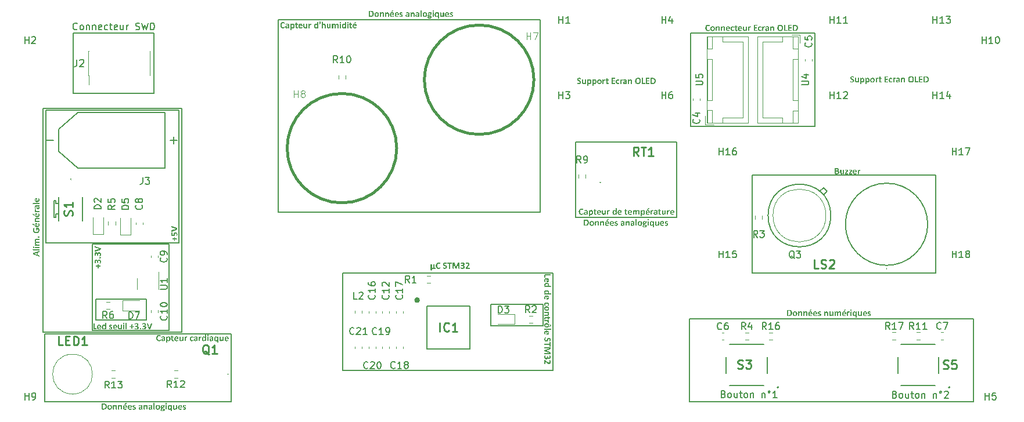
<source format=gbr>
%TF.GenerationSoftware,KiCad,Pcbnew,7.0.10*%
%TF.CreationDate,2024-04-05T03:10:35+02:00*%
%TF.ProjectId,Projet_PAZ,50726f6a-6574-45f5-9041-5a2e6b696361,rev?*%
%TF.SameCoordinates,Original*%
%TF.FileFunction,Legend,Top*%
%TF.FilePolarity,Positive*%
%FSLAX46Y46*%
G04 Gerber Fmt 4.6, Leading zero omitted, Abs format (unit mm)*
G04 Created by KiCad (PCBNEW 7.0.10) date 2024-04-05 03:10:35*
%MOMM*%
%LPD*%
G01*
G04 APERTURE LIST*
%ADD10C,0.150000*%
%ADD11C,0.200000*%
%ADD12C,0.254000*%
%ADD13C,0.100000*%
%ADD14C,0.400000*%
%ADD15C,0.120000*%
%ADD16C,0.152400*%
%ADD17C,0.050800*%
%ADD18C,0.127000*%
G04 APERTURE END LIST*
D10*
X135470000Y-104190000D02*
X166130000Y-104190000D01*
X166130000Y-118440000D01*
X135470000Y-118440000D01*
X135470000Y-104190000D01*
X96170000Y-69170000D02*
X107960000Y-69170000D01*
X107960000Y-78000000D01*
X96170000Y-78000000D01*
X96170000Y-69170000D01*
X186180000Y-69120000D02*
X204300000Y-69120000D01*
X204300000Y-82770000D01*
X186180000Y-82770000D01*
X186180000Y-69120000D01*
D11*
G36*
X170913273Y-96409110D02*
G01*
X170927690Y-96409437D01*
X170941827Y-96409980D01*
X170955683Y-96410742D01*
X170969258Y-96411721D01*
X170982553Y-96412917D01*
X170995568Y-96414331D01*
X171008302Y-96415963D01*
X171020756Y-96417812D01*
X171032929Y-96419878D01*
X171044821Y-96422162D01*
X171056433Y-96424664D01*
X171067765Y-96427383D01*
X171078816Y-96430319D01*
X171089586Y-96433474D01*
X171100076Y-96436845D01*
X171110324Y-96440432D01*
X171120367Y-96444230D01*
X171130207Y-96448240D01*
X171139842Y-96452462D01*
X171149273Y-96456895D01*
X171158500Y-96461541D01*
X171167523Y-96466398D01*
X171176341Y-96471467D01*
X171184955Y-96476747D01*
X171193366Y-96482240D01*
X171201572Y-96487945D01*
X171209573Y-96493861D01*
X171217371Y-96499989D01*
X171224964Y-96506329D01*
X171232354Y-96512880D01*
X171239539Y-96519644D01*
X171246516Y-96526584D01*
X171253281Y-96533726D01*
X171259835Y-96541070D01*
X171266177Y-96548617D01*
X171272307Y-96556366D01*
X171278225Y-96564317D01*
X171283931Y-96572471D01*
X171289426Y-96580826D01*
X171294708Y-96589384D01*
X171299779Y-96598145D01*
X171304638Y-96607107D01*
X171309286Y-96616272D01*
X171313721Y-96625639D01*
X171317945Y-96635209D01*
X171321957Y-96644980D01*
X171325757Y-96654954D01*
X171329335Y-96665099D01*
X171332683Y-96675444D01*
X171335800Y-96685989D01*
X171338686Y-96696735D01*
X171341341Y-96707681D01*
X171343766Y-96718827D01*
X171345959Y-96730174D01*
X171347922Y-96741721D01*
X171349653Y-96753469D01*
X171351154Y-96765417D01*
X171352424Y-96777565D01*
X171353463Y-96789914D01*
X171354271Y-96802463D01*
X171354848Y-96815212D01*
X171355195Y-96828161D01*
X171355310Y-96841311D01*
X171355185Y-96856499D01*
X171354810Y-96871411D01*
X171354185Y-96886045D01*
X171353310Y-96900403D01*
X171352185Y-96914484D01*
X171350811Y-96928289D01*
X171349186Y-96941816D01*
X171347311Y-96955068D01*
X171345186Y-96968042D01*
X171342812Y-96980740D01*
X171340187Y-96993161D01*
X171337312Y-97005305D01*
X171334188Y-97017173D01*
X171330813Y-97028764D01*
X171327189Y-97040078D01*
X171323314Y-97051116D01*
X171319206Y-97061861D01*
X171314880Y-97072358D01*
X171310337Y-97082606D01*
X171305576Y-97092607D01*
X171300598Y-97102359D01*
X171295402Y-97111864D01*
X171289988Y-97121120D01*
X171284357Y-97130129D01*
X171278509Y-97138889D01*
X171272443Y-97147401D01*
X171266159Y-97155665D01*
X171259658Y-97163681D01*
X171252940Y-97171450D01*
X171246004Y-97178970D01*
X171238850Y-97186241D01*
X171231479Y-97193265D01*
X171223928Y-97200051D01*
X171216176Y-97206607D01*
X171208221Y-97212935D01*
X171200063Y-97219033D01*
X171191704Y-97224902D01*
X171183142Y-97230543D01*
X171174378Y-97235954D01*
X171165411Y-97241137D01*
X171156243Y-97246091D01*
X171146872Y-97250815D01*
X171137298Y-97255311D01*
X171127523Y-97259577D01*
X171117545Y-97263615D01*
X171107365Y-97267424D01*
X171096983Y-97271003D01*
X171086399Y-97274354D01*
X171075585Y-97277460D01*
X171064516Y-97280365D01*
X171053191Y-97283069D01*
X171041611Y-97285574D01*
X171029774Y-97287878D01*
X171017682Y-97289982D01*
X171005335Y-97291885D01*
X170992732Y-97293588D01*
X170979873Y-97295091D01*
X170966758Y-97296393D01*
X170953387Y-97297495D01*
X170939761Y-97298397D01*
X170925880Y-97299098D01*
X170911742Y-97299599D01*
X170897349Y-97299899D01*
X170882700Y-97300000D01*
X170670453Y-97300000D01*
X170659645Y-97299160D01*
X170649692Y-97296641D01*
X170640594Y-97292443D01*
X170632351Y-97286566D01*
X170625619Y-97278796D01*
X170620811Y-97268920D01*
X170618181Y-97258550D01*
X170617099Y-97248377D01*
X170616964Y-97242847D01*
X170616964Y-96549685D01*
X170796727Y-96549685D01*
X170796727Y-97159316D01*
X170890760Y-97159316D01*
X170904476Y-97159146D01*
X170917780Y-97158637D01*
X170930671Y-97157789D01*
X170943150Y-97156602D01*
X170955217Y-97155076D01*
X170966872Y-97153211D01*
X170978115Y-97151006D01*
X170988946Y-97148462D01*
X170999364Y-97145579D01*
X171009371Y-97142357D01*
X171015812Y-97140020D01*
X171025233Y-97136185D01*
X171034354Y-97132006D01*
X171043174Y-97127484D01*
X171051693Y-97122618D01*
X171062585Y-97115596D01*
X171072942Y-97107964D01*
X171082766Y-97099720D01*
X171092054Y-97090867D01*
X171100809Y-97081402D01*
X171109029Y-97071335D01*
X171114844Y-97063394D01*
X171120358Y-97055117D01*
X171125571Y-97046506D01*
X171130484Y-97037561D01*
X171135097Y-97028280D01*
X171139409Y-97018664D01*
X171143420Y-97008714D01*
X171147131Y-96998428D01*
X171150542Y-96987808D01*
X171151612Y-96984193D01*
X171154623Y-96973079D01*
X171157339Y-96961625D01*
X171159758Y-96949832D01*
X171161881Y-96937700D01*
X171163708Y-96925228D01*
X171165239Y-96912418D01*
X171166473Y-96899268D01*
X171167411Y-96885779D01*
X171168053Y-96871951D01*
X171168398Y-96857784D01*
X171168464Y-96848150D01*
X171168333Y-96836321D01*
X171167940Y-96824646D01*
X171167286Y-96813125D01*
X171166369Y-96801759D01*
X171165191Y-96790548D01*
X171163750Y-96779491D01*
X171162048Y-96768589D01*
X171160084Y-96757841D01*
X171157858Y-96747248D01*
X171155370Y-96736810D01*
X171153565Y-96729937D01*
X171150659Y-96719764D01*
X171147435Y-96709852D01*
X171143893Y-96700203D01*
X171140033Y-96690816D01*
X171135855Y-96681690D01*
X171131360Y-96672827D01*
X171126548Y-96664225D01*
X171121417Y-96655885D01*
X171114082Y-96645173D01*
X171106182Y-96634926D01*
X171097767Y-96625130D01*
X171088765Y-96615891D01*
X171079174Y-96607208D01*
X171068996Y-96599084D01*
X171060977Y-96593356D01*
X171052627Y-96587941D01*
X171043947Y-96582840D01*
X171034936Y-96578052D01*
X171025594Y-96573578D01*
X171022407Y-96572156D01*
X171012552Y-96568140D01*
X171002131Y-96564519D01*
X170991143Y-96561294D01*
X170979588Y-96558463D01*
X170967467Y-96556027D01*
X170954778Y-96553986D01*
X170941524Y-96552341D01*
X170927702Y-96551090D01*
X170913313Y-96550234D01*
X170903406Y-96549883D01*
X170893247Y-96549707D01*
X170888073Y-96549685D01*
X170796727Y-96549685D01*
X170616964Y-96549685D01*
X170616964Y-96466154D01*
X170617505Y-96455390D01*
X170619503Y-96444328D01*
X170622975Y-96434880D01*
X170628745Y-96426057D01*
X170632351Y-96422435D01*
X170640594Y-96416558D01*
X170649692Y-96412360D01*
X170659645Y-96409841D01*
X170670453Y-96409002D01*
X170898576Y-96409002D01*
X170913273Y-96409110D01*
G37*
G36*
X171797823Y-96627930D02*
G01*
X171807854Y-96628190D01*
X171817713Y-96628625D01*
X171832180Y-96629601D01*
X171846261Y-96630969D01*
X171859955Y-96632727D01*
X171873263Y-96634876D01*
X171886185Y-96637415D01*
X171898720Y-96640345D01*
X171910869Y-96643666D01*
X171922631Y-96647378D01*
X171930258Y-96650069D01*
X171941430Y-96654421D01*
X171952234Y-96659143D01*
X171962668Y-96664233D01*
X171972733Y-96669693D01*
X171982429Y-96675522D01*
X171991755Y-96681720D01*
X172000713Y-96688287D01*
X172009301Y-96695224D01*
X172017520Y-96702529D01*
X172025369Y-96710205D01*
X172030397Y-96715526D01*
X172037636Y-96723762D01*
X172044514Y-96732351D01*
X172051031Y-96741291D01*
X172057188Y-96750583D01*
X172062984Y-96760227D01*
X172068419Y-96770223D01*
X172073494Y-96780572D01*
X172078208Y-96791272D01*
X172082561Y-96802325D01*
X172086554Y-96813729D01*
X172089016Y-96821528D01*
X172092464Y-96833460D01*
X172095573Y-96845719D01*
X172098343Y-96858304D01*
X172100774Y-96871216D01*
X172102865Y-96884454D01*
X172104618Y-96898018D01*
X172106031Y-96911908D01*
X172107105Y-96926125D01*
X172107840Y-96940668D01*
X172108141Y-96950544D01*
X172108292Y-96960566D01*
X172108311Y-96965631D01*
X172108128Y-96980120D01*
X172107581Y-96994368D01*
X172106669Y-97008375D01*
X172105391Y-97022143D01*
X172103749Y-97035670D01*
X172101742Y-97048956D01*
X172099370Y-97062002D01*
X172096633Y-97074808D01*
X172093531Y-97087373D01*
X172090064Y-97099697D01*
X172087550Y-97107780D01*
X172083514Y-97119670D01*
X172079101Y-97131251D01*
X172074309Y-97142522D01*
X172069140Y-97153484D01*
X172063593Y-97164138D01*
X172057669Y-97174482D01*
X172051366Y-97184517D01*
X172044685Y-97194242D01*
X172037627Y-97203659D01*
X172030191Y-97212767D01*
X172025024Y-97218667D01*
X172017004Y-97227183D01*
X172008606Y-97235330D01*
X171999831Y-97243109D01*
X171990677Y-97250517D01*
X171981146Y-97257557D01*
X171971237Y-97264227D01*
X171960950Y-97270529D01*
X171950286Y-97276461D01*
X171939243Y-97282023D01*
X171927823Y-97287217D01*
X171920000Y-97290474D01*
X171907995Y-97294970D01*
X171895613Y-97299023D01*
X171882854Y-97302635D01*
X171869716Y-97305804D01*
X171856201Y-97308531D01*
X171842307Y-97310816D01*
X171828036Y-97312658D01*
X171818312Y-97313641D01*
X171808421Y-97314427D01*
X171798361Y-97315017D01*
X171788133Y-97315410D01*
X171777738Y-97315606D01*
X171772477Y-97315631D01*
X171762333Y-97315543D01*
X171752357Y-97315280D01*
X171742549Y-97314841D01*
X171728152Y-97313854D01*
X171714133Y-97312471D01*
X171700492Y-97310694D01*
X171687228Y-97308521D01*
X171674343Y-97305954D01*
X171661835Y-97302991D01*
X171649705Y-97299634D01*
X171637952Y-97295882D01*
X171630327Y-97293161D01*
X171619194Y-97288724D01*
X171608417Y-97283930D01*
X171597997Y-97278780D01*
X171587932Y-97273274D01*
X171578224Y-97267411D01*
X171568873Y-97261193D01*
X171559877Y-97254617D01*
X171551239Y-97247686D01*
X171542956Y-97240398D01*
X171535030Y-97232754D01*
X171529944Y-97227459D01*
X171522659Y-97219223D01*
X171515736Y-97210635D01*
X171509173Y-97201695D01*
X171502970Y-97192403D01*
X171497128Y-97182759D01*
X171491647Y-97172762D01*
X171486527Y-97162414D01*
X171481767Y-97151714D01*
X171477368Y-97140661D01*
X171473329Y-97129257D01*
X171470837Y-97121458D01*
X171467432Y-97109488D01*
X171464363Y-97097209D01*
X171461628Y-97084621D01*
X171459228Y-97071724D01*
X171457163Y-97058518D01*
X171455432Y-97045002D01*
X171454037Y-97031178D01*
X171452977Y-97017044D01*
X171452251Y-97002601D01*
X171451953Y-96992801D01*
X171451805Y-96982864D01*
X171451786Y-96977843D01*
X171451873Y-96971004D01*
X171629595Y-96971004D01*
X171629713Y-96981950D01*
X171630068Y-96992681D01*
X171630660Y-97003199D01*
X171631488Y-97013503D01*
X171632552Y-97023593D01*
X171633854Y-97033469D01*
X171635392Y-97043132D01*
X171637166Y-97052581D01*
X171639759Y-97063950D01*
X171642805Y-97074854D01*
X171646304Y-97085293D01*
X171650256Y-97095267D01*
X171654662Y-97104775D01*
X171659520Y-97113819D01*
X171661591Y-97117306D01*
X171667149Y-97125556D01*
X171673292Y-97133210D01*
X171681435Y-97141608D01*
X171690420Y-97149147D01*
X171698550Y-97154774D01*
X171707264Y-97159804D01*
X171716604Y-97164167D01*
X171726613Y-97167790D01*
X171737289Y-97170673D01*
X171748633Y-97172818D01*
X171760644Y-97174223D01*
X171770735Y-97174814D01*
X171778583Y-97174947D01*
X171790615Y-97174613D01*
X171802134Y-97173611D01*
X171813141Y-97171942D01*
X171823634Y-97169604D01*
X171833615Y-97166599D01*
X171843083Y-97162926D01*
X171846727Y-97161270D01*
X171855483Y-97156621D01*
X171863738Y-97151376D01*
X171872983Y-97144295D01*
X171881506Y-97136355D01*
X171888059Y-97129082D01*
X171894110Y-97121214D01*
X171899672Y-97112779D01*
X171904757Y-97103807D01*
X171909365Y-97094298D01*
X171913497Y-97084253D01*
X171917151Y-97073671D01*
X171920328Y-97062553D01*
X171921465Y-97057955D01*
X171924068Y-97046027D01*
X171925833Y-97036123D01*
X171927316Y-97025899D01*
X171928516Y-97015355D01*
X171929434Y-97004490D01*
X171930070Y-96993304D01*
X171930423Y-96981798D01*
X171930502Y-96972958D01*
X171930387Y-96962017D01*
X171930044Y-96951297D01*
X171929472Y-96940798D01*
X171928670Y-96930521D01*
X171927640Y-96920465D01*
X171926380Y-96910631D01*
X171924484Y-96898649D01*
X171923175Y-96891625D01*
X171920711Y-96880192D01*
X171917746Y-96869248D01*
X171914280Y-96858792D01*
X171910314Y-96848826D01*
X171905846Y-96839348D01*
X171900878Y-96830360D01*
X171898750Y-96826901D01*
X171893127Y-96818574D01*
X171886944Y-96810844D01*
X171880200Y-96803710D01*
X171872895Y-96797172D01*
X171865030Y-96791231D01*
X171856604Y-96785885D01*
X171853077Y-96783914D01*
X171843859Y-96779481D01*
X171833914Y-96775800D01*
X171823242Y-96772870D01*
X171811842Y-96770691D01*
X171799714Y-96769263D01*
X171789489Y-96768662D01*
X171781514Y-96768527D01*
X171769693Y-96768867D01*
X171758349Y-96769887D01*
X171747482Y-96771586D01*
X171737092Y-96773965D01*
X171727179Y-96777024D01*
X171717744Y-96780763D01*
X171714103Y-96782449D01*
X171705347Y-96787039D01*
X171695501Y-96793382D01*
X171686376Y-96800635D01*
X171677972Y-96808798D01*
X171671521Y-96816296D01*
X171666720Y-96822749D01*
X171661145Y-96831255D01*
X171656025Y-96840285D01*
X171651357Y-96849840D01*
X171647142Y-96859920D01*
X171643381Y-96870524D01*
X171640072Y-96881653D01*
X171638876Y-96886252D01*
X171636202Y-96898110D01*
X171634389Y-96907966D01*
X171632867Y-96918149D01*
X171631634Y-96928661D01*
X171630691Y-96939502D01*
X171630039Y-96950670D01*
X171629676Y-96962167D01*
X171629595Y-96971004D01*
X171451873Y-96971004D01*
X171451971Y-96963352D01*
X171452524Y-96949098D01*
X171453447Y-96935079D01*
X171454740Y-96921297D01*
X171456401Y-96907751D01*
X171458432Y-96894441D01*
X171460832Y-96881367D01*
X171463601Y-96868529D01*
X171466740Y-96855928D01*
X171470247Y-96843562D01*
X171472791Y-96835450D01*
X171476912Y-96823477D01*
X171481398Y-96811831D01*
X171486248Y-96800510D01*
X171491464Y-96789517D01*
X171497045Y-96778849D01*
X171502990Y-96768508D01*
X171509301Y-96758493D01*
X171515976Y-96748804D01*
X171523016Y-96739442D01*
X171530422Y-96730406D01*
X171535561Y-96724563D01*
X171543621Y-96716093D01*
X171552045Y-96707991D01*
X171560834Y-96700259D01*
X171569988Y-96692896D01*
X171579507Y-96685902D01*
X171589391Y-96679277D01*
X171599640Y-96673022D01*
X171610254Y-96667136D01*
X171621233Y-96661619D01*
X171632576Y-96656471D01*
X171640341Y-96653244D01*
X171652302Y-96648705D01*
X171664645Y-96644612D01*
X171677369Y-96640966D01*
X171690476Y-96637766D01*
X171703965Y-96635012D01*
X171717836Y-96632705D01*
X171732089Y-96630845D01*
X171746724Y-96629431D01*
X171756694Y-96628736D01*
X171766833Y-96628240D01*
X171777141Y-96627942D01*
X171787620Y-96627843D01*
X171797823Y-96627930D01*
G37*
G36*
X172826385Y-97272889D02*
G01*
X172823850Y-97282531D01*
X172822233Y-97284856D01*
X172813868Y-97290880D01*
X172808311Y-97293161D01*
X172798573Y-97295825D01*
X172787995Y-97297589D01*
X172781933Y-97298290D01*
X172771933Y-97299116D01*
X172761942Y-97299624D01*
X172750913Y-97299918D01*
X172740411Y-97300000D01*
X172729707Y-97299918D01*
X172719821Y-97299672D01*
X172709525Y-97299191D01*
X172699219Y-97298395D01*
X172698157Y-97298290D01*
X172688445Y-97297078D01*
X172678553Y-97295246D01*
X172671779Y-97293405D01*
X172662763Y-97289094D01*
X172658101Y-97285101D01*
X172654148Y-97276043D01*
X172653949Y-97273133D01*
X172653949Y-96932170D01*
X172653846Y-96921595D01*
X172653537Y-96911608D01*
X172652861Y-96899950D01*
X172651863Y-96889211D01*
X172650542Y-96879390D01*
X172648533Y-96868817D01*
X172647355Y-96864026D01*
X172644284Y-96853477D01*
X172640629Y-96843630D01*
X172636390Y-96834484D01*
X172630830Y-96824889D01*
X172628548Y-96821528D01*
X172621877Y-96813117D01*
X172614321Y-96805713D01*
X172605879Y-96799317D01*
X172596552Y-96793928D01*
X172586370Y-96789654D01*
X172576785Y-96786916D01*
X172566569Y-96785113D01*
X172555721Y-96784244D01*
X172550879Y-96784159D01*
X172540557Y-96784731D01*
X172530199Y-96786448D01*
X172519806Y-96789311D01*
X172509377Y-96793318D01*
X172498912Y-96798470D01*
X172488411Y-96804767D01*
X172484200Y-96807606D01*
X172475732Y-96813804D01*
X172467180Y-96820673D01*
X172458544Y-96828214D01*
X172449823Y-96836427D01*
X172441019Y-96845311D01*
X172432131Y-96854867D01*
X172425410Y-96862475D01*
X172418641Y-96870460D01*
X172414103Y-96875994D01*
X172414103Y-97273133D01*
X172411569Y-97282775D01*
X172409951Y-97285101D01*
X172401977Y-97290881D01*
X172395785Y-97293405D01*
X172385927Y-97295903D01*
X172375394Y-97297597D01*
X172369406Y-97298290D01*
X172359467Y-97299116D01*
X172349400Y-97299624D01*
X172338172Y-97299918D01*
X172327397Y-97300000D01*
X172316704Y-97299918D01*
X172306853Y-97299672D01*
X172296626Y-97299191D01*
X172286433Y-97298395D01*
X172285387Y-97298290D01*
X172274887Y-97296941D01*
X172265144Y-97295075D01*
X172259009Y-97293405D01*
X172249795Y-97289017D01*
X172245087Y-97284856D01*
X172241133Y-97275799D01*
X172240935Y-97272889D01*
X172240935Y-96670586D01*
X172243022Y-96660944D01*
X172244354Y-96658618D01*
X172252045Y-96652254D01*
X172256566Y-96650314D01*
X172266165Y-96647484D01*
X172276308Y-96645639D01*
X172279769Y-96645184D01*
X172290345Y-96644211D01*
X172300244Y-96643715D01*
X172311262Y-96643490D01*
X172315184Y-96643475D01*
X172325702Y-96643582D01*
X172336403Y-96643957D01*
X172346889Y-96644692D01*
X172351577Y-96645184D01*
X172361457Y-96646707D01*
X172371199Y-96649287D01*
X172373803Y-96650314D01*
X172382383Y-96655322D01*
X172385282Y-96658618D01*
X172388581Y-96667920D01*
X172388702Y-96670341D01*
X172388702Y-96739951D01*
X172398242Y-96729708D01*
X172407813Y-96719955D01*
X172417413Y-96710692D01*
X172427044Y-96701917D01*
X172436705Y-96693633D01*
X172446395Y-96685838D01*
X172456116Y-96678532D01*
X172465867Y-96671715D01*
X172475648Y-96665388D01*
X172485459Y-96659551D01*
X172492016Y-96655931D01*
X172501945Y-96650911D01*
X172511946Y-96646386D01*
X172522020Y-96642353D01*
X172532167Y-96638815D01*
X172542388Y-96635770D01*
X172552681Y-96633219D01*
X172563047Y-96631162D01*
X172573487Y-96629599D01*
X172583999Y-96628529D01*
X172594584Y-96627953D01*
X172601681Y-96627843D01*
X172613233Y-96628024D01*
X172624442Y-96628564D01*
X172635307Y-96629466D01*
X172645828Y-96630728D01*
X172656006Y-96632351D01*
X172665841Y-96634335D01*
X172675332Y-96636679D01*
X172687453Y-96640365D01*
X172698962Y-96644693D01*
X172707194Y-96648360D01*
X172717681Y-96653660D01*
X172727650Y-96659427D01*
X172737099Y-96665659D01*
X172746029Y-96672356D01*
X172754440Y-96679520D01*
X172762332Y-96687148D01*
X172769705Y-96695243D01*
X172776559Y-96703803D01*
X172782925Y-96712721D01*
X172788832Y-96722014D01*
X172794282Y-96731681D01*
X172799274Y-96741721D01*
X172803808Y-96752136D01*
X172807883Y-96762925D01*
X172811501Y-96774087D01*
X172814661Y-96785624D01*
X172817409Y-96797642D01*
X172819790Y-96810247D01*
X172821336Y-96820086D01*
X172822675Y-96830257D01*
X172823809Y-96840757D01*
X172824736Y-96851589D01*
X172825457Y-96862751D01*
X172825973Y-96874243D01*
X172826282Y-96886066D01*
X172826385Y-96898220D01*
X172826385Y-97272889D01*
G37*
G36*
X173577676Y-97272889D02*
G01*
X173575141Y-97282531D01*
X173573524Y-97284856D01*
X173565159Y-97290880D01*
X173559602Y-97293161D01*
X173549864Y-97295825D01*
X173539286Y-97297589D01*
X173533224Y-97298290D01*
X173523224Y-97299116D01*
X173513233Y-97299624D01*
X173502204Y-97299918D01*
X173491702Y-97300000D01*
X173480998Y-97299918D01*
X173471112Y-97299672D01*
X173460816Y-97299191D01*
X173450510Y-97298395D01*
X173449448Y-97298290D01*
X173439736Y-97297078D01*
X173429844Y-97295246D01*
X173423070Y-97293405D01*
X173414054Y-97289094D01*
X173409392Y-97285101D01*
X173405439Y-97276043D01*
X173405240Y-97273133D01*
X173405240Y-96932170D01*
X173405137Y-96921595D01*
X173404828Y-96911608D01*
X173404152Y-96899950D01*
X173403154Y-96889211D01*
X173401833Y-96879390D01*
X173399824Y-96868817D01*
X173398646Y-96864026D01*
X173395575Y-96853477D01*
X173391920Y-96843630D01*
X173387681Y-96834484D01*
X173382121Y-96824889D01*
X173379839Y-96821528D01*
X173373168Y-96813117D01*
X173365612Y-96805713D01*
X173357170Y-96799317D01*
X173347843Y-96793928D01*
X173337661Y-96789654D01*
X173328076Y-96786916D01*
X173317860Y-96785113D01*
X173307012Y-96784244D01*
X173302170Y-96784159D01*
X173291848Y-96784731D01*
X173281490Y-96786448D01*
X173271097Y-96789311D01*
X173260668Y-96793318D01*
X173250203Y-96798470D01*
X173239702Y-96804767D01*
X173235491Y-96807606D01*
X173227023Y-96813804D01*
X173218471Y-96820673D01*
X173209835Y-96828214D01*
X173201114Y-96836427D01*
X173192310Y-96845311D01*
X173183422Y-96854867D01*
X173176701Y-96862475D01*
X173169932Y-96870460D01*
X173165394Y-96875994D01*
X173165394Y-97273133D01*
X173162860Y-97282775D01*
X173161242Y-97285101D01*
X173153268Y-97290881D01*
X173147076Y-97293405D01*
X173137218Y-97295903D01*
X173126685Y-97297597D01*
X173120697Y-97298290D01*
X173110758Y-97299116D01*
X173100691Y-97299624D01*
X173089463Y-97299918D01*
X173078688Y-97300000D01*
X173067995Y-97299918D01*
X173058144Y-97299672D01*
X173047917Y-97299191D01*
X173037724Y-97298395D01*
X173036678Y-97298290D01*
X173026178Y-97296941D01*
X173016435Y-97295075D01*
X173010300Y-97293405D01*
X173001086Y-97289017D01*
X172996378Y-97284856D01*
X172992424Y-97275799D01*
X172992226Y-97272889D01*
X172992226Y-96670586D01*
X172994313Y-96660944D01*
X172995645Y-96658618D01*
X173003336Y-96652254D01*
X173007857Y-96650314D01*
X173017456Y-96647484D01*
X173027599Y-96645639D01*
X173031060Y-96645184D01*
X173041636Y-96644211D01*
X173051535Y-96643715D01*
X173062553Y-96643490D01*
X173066475Y-96643475D01*
X173076993Y-96643582D01*
X173087694Y-96643957D01*
X173098180Y-96644692D01*
X173102868Y-96645184D01*
X173112748Y-96646707D01*
X173122490Y-96649287D01*
X173125094Y-96650314D01*
X173133674Y-96655322D01*
X173136573Y-96658618D01*
X173139872Y-96667920D01*
X173139993Y-96670341D01*
X173139993Y-96739951D01*
X173149533Y-96729708D01*
X173159104Y-96719955D01*
X173168704Y-96710692D01*
X173178335Y-96701917D01*
X173187996Y-96693633D01*
X173197686Y-96685838D01*
X173207407Y-96678532D01*
X173217158Y-96671715D01*
X173226939Y-96665388D01*
X173236750Y-96659551D01*
X173243307Y-96655931D01*
X173253236Y-96650911D01*
X173263237Y-96646386D01*
X173273311Y-96642353D01*
X173283458Y-96638815D01*
X173293679Y-96635770D01*
X173303972Y-96633219D01*
X173314338Y-96631162D01*
X173324778Y-96629599D01*
X173335290Y-96628529D01*
X173345875Y-96627953D01*
X173352972Y-96627843D01*
X173364524Y-96628024D01*
X173375733Y-96628564D01*
X173386598Y-96629466D01*
X173397119Y-96630728D01*
X173407297Y-96632351D01*
X173417132Y-96634335D01*
X173426623Y-96636679D01*
X173438744Y-96640365D01*
X173450253Y-96644693D01*
X173458485Y-96648360D01*
X173468972Y-96653660D01*
X173478941Y-96659427D01*
X173488390Y-96665659D01*
X173497320Y-96672356D01*
X173505731Y-96679520D01*
X173513623Y-96687148D01*
X173520996Y-96695243D01*
X173527850Y-96703803D01*
X173534216Y-96712721D01*
X173540123Y-96722014D01*
X173545573Y-96731681D01*
X173550565Y-96741721D01*
X173555099Y-96752136D01*
X173559174Y-96762925D01*
X173562792Y-96774087D01*
X173565952Y-96785624D01*
X173568700Y-96797642D01*
X173571081Y-96810247D01*
X173572627Y-96820086D01*
X173573966Y-96830257D01*
X173575100Y-96840757D01*
X173576027Y-96851589D01*
X173576748Y-96862751D01*
X173577264Y-96874243D01*
X173577573Y-96886066D01*
X173577676Y-96898220D01*
X173577676Y-97272889D01*
G37*
G36*
X174034716Y-96628043D02*
G01*
X174048549Y-96628642D01*
X174061987Y-96629640D01*
X174075030Y-96631037D01*
X174087679Y-96632834D01*
X174099932Y-96635030D01*
X174111790Y-96637626D01*
X174123253Y-96640620D01*
X174134321Y-96644014D01*
X174144995Y-96647807D01*
X174151891Y-96650558D01*
X174161975Y-96654971D01*
X174171712Y-96659694D01*
X174181100Y-96664726D01*
X174190141Y-96670067D01*
X174198835Y-96675717D01*
X174207180Y-96681676D01*
X174215178Y-96687944D01*
X174222828Y-96694521D01*
X174230130Y-96701408D01*
X174237085Y-96708604D01*
X174241528Y-96713572D01*
X174247957Y-96721260D01*
X174254056Y-96729209D01*
X174259824Y-96737420D01*
X174265261Y-96745893D01*
X174270368Y-96754627D01*
X174275145Y-96763624D01*
X174279590Y-96772883D01*
X174283705Y-96782403D01*
X174287490Y-96792185D01*
X174290944Y-96802230D01*
X174293063Y-96809071D01*
X174296031Y-96819505D01*
X174298707Y-96830106D01*
X174301092Y-96840874D01*
X174303184Y-96851810D01*
X174304984Y-96862913D01*
X174306493Y-96874184D01*
X174307709Y-96885622D01*
X174308633Y-96897228D01*
X174309266Y-96909001D01*
X174309607Y-96920941D01*
X174309672Y-96928995D01*
X174309672Y-96956594D01*
X174309173Y-96967917D01*
X174307679Y-96978072D01*
X174304677Y-96988444D01*
X174300320Y-96997226D01*
X174295505Y-97003489D01*
X174287858Y-97010114D01*
X174278836Y-97014846D01*
X174268440Y-97017685D01*
X174258217Y-97018617D01*
X174256671Y-97018632D01*
X173883712Y-97018632D01*
X173883939Y-97030747D01*
X173884618Y-97042517D01*
X173885751Y-97053941D01*
X173887337Y-97065019D01*
X173889377Y-97075751D01*
X173891869Y-97086137D01*
X173892993Y-97090195D01*
X173896162Y-97099961D01*
X173899867Y-97109262D01*
X173904109Y-97118098D01*
X173909908Y-97128087D01*
X173916480Y-97137407D01*
X173922547Y-97144661D01*
X173930561Y-97152710D01*
X173939399Y-97160003D01*
X173949062Y-97166540D01*
X173957744Y-97171410D01*
X173966999Y-97175756D01*
X173974815Y-97178855D01*
X173985117Y-97182232D01*
X173996028Y-97185037D01*
X174007548Y-97187270D01*
X174019675Y-97188930D01*
X174029815Y-97189846D01*
X174040344Y-97190396D01*
X174051263Y-97190579D01*
X174062444Y-97190464D01*
X174073275Y-97190121D01*
X174083755Y-97189548D01*
X174093883Y-97188747D01*
X174103660Y-97187716D01*
X174115388Y-97186106D01*
X174126568Y-97184139D01*
X174130886Y-97183251D01*
X174141421Y-97180926D01*
X174151503Y-97178529D01*
X174161132Y-97176060D01*
X174172089Y-97173003D01*
X174182393Y-97169843D01*
X174190481Y-97167131D01*
X174201066Y-97163355D01*
X174210810Y-97159718D01*
X174220916Y-97155734D01*
X174229922Y-97151933D01*
X174232002Y-97151011D01*
X174241762Y-97147147D01*
X174251837Y-97144400D01*
X174258869Y-97143684D01*
X174268601Y-97145831D01*
X174269127Y-97146127D01*
X174275624Y-97153683D01*
X174275966Y-97154431D01*
X174278866Y-97163857D01*
X174279874Y-97171528D01*
X174280506Y-97181385D01*
X174280790Y-97191174D01*
X174280851Y-97199127D01*
X174280748Y-97209534D01*
X174280404Y-97219491D01*
X174280118Y-97224284D01*
X174279133Y-97234425D01*
X174277920Y-97242114D01*
X174275264Y-97251868D01*
X174274012Y-97254570D01*
X174268087Y-97262640D01*
X174266685Y-97264096D01*
X174258381Y-97269774D01*
X174249221Y-97274378D01*
X174242260Y-97277529D01*
X174233068Y-97281364D01*
X174222799Y-97285176D01*
X174213142Y-97288425D01*
X174202695Y-97291656D01*
X174191458Y-97294870D01*
X174181614Y-97297412D01*
X174171317Y-97299846D01*
X174160567Y-97302173D01*
X174149364Y-97304392D01*
X174137708Y-97306504D01*
X174128056Y-97308117D01*
X174120628Y-97309281D01*
X174110591Y-97310769D01*
X174100386Y-97312059D01*
X174090013Y-97313150D01*
X174079473Y-97314043D01*
X174068764Y-97314738D01*
X174057888Y-97315234D01*
X174046843Y-97315532D01*
X174035631Y-97315631D01*
X174025483Y-97315551D01*
X174015492Y-97315310D01*
X174005661Y-97314910D01*
X173991210Y-97314008D01*
X173977116Y-97312746D01*
X173963378Y-97311123D01*
X173949996Y-97309140D01*
X173936971Y-97306795D01*
X173924302Y-97304091D01*
X173911990Y-97301025D01*
X173900033Y-97297599D01*
X173892260Y-97295115D01*
X173880942Y-97291083D01*
X173869975Y-97286683D01*
X173859361Y-97281913D01*
X173849098Y-97276774D01*
X173839188Y-97271265D01*
X173829629Y-97265388D01*
X173820423Y-97259141D01*
X173811569Y-97252525D01*
X173803067Y-97245540D01*
X173794916Y-97238185D01*
X173789678Y-97233077D01*
X173782124Y-97225055D01*
X173774938Y-97216651D01*
X173768122Y-97207864D01*
X173761675Y-97198696D01*
X173755597Y-97189145D01*
X173749888Y-97179213D01*
X173744548Y-97168898D01*
X173739578Y-97158201D01*
X173734977Y-97147122D01*
X173730745Y-97135661D01*
X173728129Y-97127808D01*
X173724506Y-97115665D01*
X173721240Y-97103139D01*
X173718330Y-97090231D01*
X173715776Y-97076941D01*
X173713578Y-97063269D01*
X173711737Y-97049215D01*
X173710253Y-97034778D01*
X173709461Y-97024942D01*
X173708827Y-97014935D01*
X173708352Y-97004759D01*
X173708035Y-96994413D01*
X173707877Y-96983897D01*
X173707857Y-96978576D01*
X173707940Y-96968472D01*
X173708189Y-96958495D01*
X173708604Y-96948643D01*
X173709538Y-96934101D01*
X173710845Y-96919843D01*
X173712124Y-96909211D01*
X173883712Y-96909211D01*
X174142121Y-96909211D01*
X174142195Y-96895795D01*
X174141686Y-96882933D01*
X174140592Y-96870625D01*
X174138915Y-96858870D01*
X174136654Y-96847670D01*
X174133809Y-96837023D01*
X174130380Y-96826930D01*
X174126367Y-96817391D01*
X174121771Y-96808406D01*
X174116590Y-96799974D01*
X174112812Y-96794661D01*
X174104466Y-96784872D01*
X174095058Y-96776389D01*
X174084590Y-96769210D01*
X174073061Y-96763337D01*
X174063718Y-96759788D01*
X174053778Y-96756974D01*
X174043242Y-96754894D01*
X174032109Y-96753548D01*
X174020379Y-96752936D01*
X174016336Y-96752896D01*
X174006241Y-96753200D01*
X173994677Y-96754367D01*
X173983715Y-96756411D01*
X173973354Y-96759331D01*
X173963593Y-96763126D01*
X173958939Y-96765352D01*
X173950072Y-96770241D01*
X173941788Y-96775747D01*
X173934089Y-96781873D01*
X173926974Y-96788616D01*
X173920442Y-96795978D01*
X173918394Y-96798569D01*
X173912616Y-96806712D01*
X173907369Y-96815387D01*
X173902655Y-96824595D01*
X173898473Y-96834335D01*
X173894824Y-96844608D01*
X173893726Y-96848150D01*
X173890769Y-96859004D01*
X173888311Y-96870132D01*
X173886350Y-96881535D01*
X173885097Y-96891248D01*
X173884189Y-96901151D01*
X173883712Y-96909211D01*
X173712124Y-96909211D01*
X173712526Y-96905868D01*
X173714580Y-96892177D01*
X173717008Y-96878769D01*
X173719810Y-96865644D01*
X173722985Y-96852803D01*
X173726533Y-96840245D01*
X173729106Y-96832030D01*
X173733260Y-96819933D01*
X173737753Y-96808188D01*
X173742585Y-96796795D01*
X173747757Y-96785754D01*
X173753267Y-96775065D01*
X173759117Y-96764728D01*
X173765305Y-96754743D01*
X173771834Y-96745110D01*
X173778701Y-96735830D01*
X173785907Y-96726901D01*
X173790900Y-96721144D01*
X173798656Y-96712815D01*
X173806722Y-96704864D01*
X173815097Y-96697290D01*
X173823781Y-96690095D01*
X173832774Y-96683277D01*
X173842076Y-96676837D01*
X173851688Y-96670775D01*
X173861608Y-96665090D01*
X173871838Y-96659784D01*
X173882376Y-96654855D01*
X173889574Y-96651779D01*
X173900602Y-96647501D01*
X173911888Y-96643645D01*
X173923431Y-96640208D01*
X173935232Y-96637193D01*
X173947291Y-96634599D01*
X173959607Y-96632425D01*
X173972180Y-96630672D01*
X173985012Y-96629339D01*
X173998101Y-96628428D01*
X174011447Y-96627937D01*
X174020488Y-96627843D01*
X174034716Y-96628043D01*
G37*
G36*
X174150045Y-96346570D02*
G01*
X174160443Y-96346853D01*
X174171381Y-96347423D01*
X174182307Y-96348388D01*
X174188283Y-96349162D01*
X174198706Y-96351080D01*
X174208506Y-96354011D01*
X174214417Y-96356978D01*
X174221209Y-96364446D01*
X174221744Y-96368946D01*
X174218468Y-96378237D01*
X174214905Y-96383356D01*
X174081549Y-96541381D01*
X174075082Y-96548727D01*
X174070558Y-96552861D01*
X174062033Y-96557895D01*
X174056392Y-96559944D01*
X174046744Y-96562325D01*
X174036499Y-96563908D01*
X174034898Y-96564096D01*
X174024194Y-96564840D01*
X174013751Y-96565198D01*
X174003170Y-96565316D01*
X174001926Y-96565317D01*
X173991921Y-96565224D01*
X173981632Y-96564888D01*
X173971517Y-96564218D01*
X173963824Y-96563363D01*
X173953725Y-96561214D01*
X173944399Y-96557041D01*
X173944040Y-96556769D01*
X173939500Y-96548012D01*
X173939644Y-96545533D01*
X173943078Y-96536222D01*
X173946971Y-96529902D01*
X174045157Y-96373831D01*
X174051270Y-96366008D01*
X174056880Y-96360886D01*
X174065656Y-96355416D01*
X174073977Y-96352337D01*
X174084149Y-96349933D01*
X174094430Y-96348468D01*
X174100111Y-96347941D01*
X174110701Y-96347168D01*
X174121375Y-96346717D01*
X174131770Y-96346511D01*
X174138702Y-96346475D01*
X174150045Y-96346570D01*
G37*
G36*
X174739112Y-96628043D02*
G01*
X174752946Y-96628642D01*
X174766384Y-96629640D01*
X174779427Y-96631037D01*
X174792075Y-96632834D01*
X174804328Y-96635030D01*
X174816186Y-96637626D01*
X174827650Y-96640620D01*
X174838718Y-96644014D01*
X174849391Y-96647807D01*
X174856287Y-96650558D01*
X174866371Y-96654971D01*
X174876108Y-96659694D01*
X174885497Y-96664726D01*
X174894538Y-96670067D01*
X174903231Y-96675717D01*
X174911577Y-96681676D01*
X174919574Y-96687944D01*
X174927224Y-96694521D01*
X174934527Y-96701408D01*
X174941481Y-96708604D01*
X174945924Y-96713572D01*
X174952353Y-96721260D01*
X174958452Y-96729209D01*
X174964220Y-96737420D01*
X174969658Y-96745893D01*
X174974765Y-96754627D01*
X174979541Y-96763624D01*
X174983987Y-96772883D01*
X174988102Y-96782403D01*
X174991886Y-96792185D01*
X174995340Y-96802230D01*
X174997459Y-96809071D01*
X175000427Y-96819505D01*
X175003104Y-96830106D01*
X175005488Y-96840874D01*
X175007580Y-96851810D01*
X175009381Y-96862913D01*
X175010889Y-96874184D01*
X175012105Y-96885622D01*
X175013030Y-96897228D01*
X175013662Y-96909001D01*
X175014003Y-96920941D01*
X175014068Y-96928995D01*
X175014068Y-96956594D01*
X175013570Y-96967917D01*
X175012076Y-96978072D01*
X175009074Y-96988444D01*
X175004716Y-96997226D01*
X174999902Y-97003489D01*
X174992254Y-97010114D01*
X174983232Y-97014846D01*
X174972837Y-97017685D01*
X174962614Y-97018617D01*
X174961067Y-97018632D01*
X174588108Y-97018632D01*
X174588335Y-97030747D01*
X174589015Y-97042517D01*
X174590148Y-97053941D01*
X174591734Y-97065019D01*
X174593773Y-97075751D01*
X174596266Y-97086137D01*
X174597390Y-97090195D01*
X174600558Y-97099961D01*
X174604264Y-97109262D01*
X174608506Y-97118098D01*
X174614305Y-97128087D01*
X174620876Y-97137407D01*
X174626943Y-97144661D01*
X174634957Y-97152710D01*
X174643796Y-97160003D01*
X174653459Y-97166540D01*
X174662141Y-97171410D01*
X174671395Y-97175756D01*
X174679211Y-97178855D01*
X174689514Y-97182232D01*
X174700425Y-97185037D01*
X174711944Y-97187270D01*
X174724071Y-97188930D01*
X174734211Y-97189846D01*
X174744741Y-97190396D01*
X174755659Y-97190579D01*
X174766841Y-97190464D01*
X174777671Y-97190121D01*
X174788151Y-97189548D01*
X174798279Y-97188747D01*
X174808057Y-97187716D01*
X174819785Y-97186106D01*
X174830964Y-97184139D01*
X174835282Y-97183251D01*
X174845817Y-97180926D01*
X174855900Y-97178529D01*
X174865529Y-97176060D01*
X174876485Y-97173003D01*
X174886789Y-97169843D01*
X174894877Y-97167131D01*
X174905463Y-97163355D01*
X174915207Y-97159718D01*
X174925312Y-97155734D01*
X174934319Y-97151933D01*
X174936399Y-97151011D01*
X174946159Y-97147147D01*
X174956234Y-97144400D01*
X174963265Y-97143684D01*
X174972997Y-97145831D01*
X174973524Y-97146127D01*
X174980021Y-97153683D01*
X174980362Y-97154431D01*
X174983263Y-97163857D01*
X174984270Y-97171528D01*
X174984903Y-97181385D01*
X174985186Y-97191174D01*
X174985247Y-97199127D01*
X174985144Y-97209534D01*
X174984800Y-97219491D01*
X174984515Y-97224284D01*
X174983529Y-97234425D01*
X174982316Y-97242114D01*
X174979660Y-97251868D01*
X174978408Y-97254570D01*
X174972484Y-97262640D01*
X174971081Y-97264096D01*
X174962777Y-97269774D01*
X174953618Y-97274378D01*
X174946657Y-97277529D01*
X174937464Y-97281364D01*
X174927196Y-97285176D01*
X174917539Y-97288425D01*
X174907091Y-97291656D01*
X174895854Y-97294870D01*
X174886011Y-97297412D01*
X174875714Y-97299846D01*
X174864964Y-97302173D01*
X174853761Y-97304392D01*
X174842104Y-97306504D01*
X174832453Y-97308117D01*
X174825024Y-97309281D01*
X174814987Y-97310769D01*
X174804782Y-97312059D01*
X174794410Y-97313150D01*
X174783869Y-97314043D01*
X174773160Y-97314738D01*
X174762284Y-97315234D01*
X174751240Y-97315532D01*
X174740027Y-97315631D01*
X174729879Y-97315551D01*
X174719889Y-97315310D01*
X174710057Y-97314910D01*
X174695606Y-97314008D01*
X174681512Y-97312746D01*
X174667774Y-97311123D01*
X174654393Y-97309140D01*
X174641367Y-97306795D01*
X174628698Y-97304091D01*
X174616386Y-97301025D01*
X174604430Y-97297599D01*
X174596657Y-97295115D01*
X174585338Y-97291083D01*
X174574372Y-97286683D01*
X174563757Y-97281913D01*
X174553495Y-97276774D01*
X174543584Y-97271265D01*
X174534026Y-97265388D01*
X174524819Y-97259141D01*
X174515965Y-97252525D01*
X174507463Y-97245540D01*
X174499313Y-97238185D01*
X174494075Y-97233077D01*
X174486520Y-97225055D01*
X174479334Y-97216651D01*
X174472518Y-97207864D01*
X174466071Y-97198696D01*
X174459993Y-97189145D01*
X174454284Y-97179213D01*
X174448945Y-97168898D01*
X174443975Y-97158201D01*
X174439374Y-97147122D01*
X174435142Y-97135661D01*
X174432526Y-97127808D01*
X174428903Y-97115665D01*
X174425636Y-97103139D01*
X174422726Y-97090231D01*
X174420172Y-97076941D01*
X174417975Y-97063269D01*
X174416134Y-97049215D01*
X174414649Y-97034778D01*
X174413857Y-97024942D01*
X174413224Y-97014935D01*
X174412748Y-97004759D01*
X174412432Y-96994413D01*
X174412273Y-96983897D01*
X174412254Y-96978576D01*
X174412337Y-96968472D01*
X174412586Y-96958495D01*
X174413001Y-96948643D01*
X174413934Y-96934101D01*
X174415242Y-96919843D01*
X174416521Y-96909211D01*
X174588108Y-96909211D01*
X174846517Y-96909211D01*
X174846592Y-96895795D01*
X174846082Y-96882933D01*
X174844989Y-96870625D01*
X174843312Y-96858870D01*
X174841050Y-96847670D01*
X174838205Y-96837023D01*
X174834776Y-96826930D01*
X174830764Y-96817391D01*
X174826167Y-96808406D01*
X174820986Y-96799974D01*
X174817208Y-96794661D01*
X174808862Y-96784872D01*
X174799455Y-96776389D01*
X174788987Y-96769210D01*
X174777458Y-96763337D01*
X174768115Y-96759788D01*
X174758175Y-96756974D01*
X174747638Y-96754894D01*
X174736505Y-96753548D01*
X174724775Y-96752936D01*
X174720732Y-96752896D01*
X174710637Y-96753200D01*
X174699074Y-96754367D01*
X174688111Y-96756411D01*
X174677750Y-96759331D01*
X174667990Y-96763126D01*
X174663335Y-96765352D01*
X174654468Y-96770241D01*
X174646185Y-96775747D01*
X174638485Y-96781873D01*
X174631370Y-96788616D01*
X174624838Y-96795978D01*
X174622791Y-96798569D01*
X174617012Y-96806712D01*
X174611766Y-96815387D01*
X174607051Y-96824595D01*
X174602870Y-96834335D01*
X174599220Y-96844608D01*
X174598122Y-96848150D01*
X174595166Y-96859004D01*
X174592707Y-96870132D01*
X174590746Y-96881535D01*
X174589493Y-96891248D01*
X174588585Y-96901151D01*
X174588108Y-96909211D01*
X174416521Y-96909211D01*
X174416923Y-96905868D01*
X174418977Y-96892177D01*
X174421405Y-96878769D01*
X174424206Y-96865644D01*
X174427381Y-96852803D01*
X174430930Y-96840245D01*
X174433503Y-96832030D01*
X174437656Y-96819933D01*
X174442149Y-96808188D01*
X174446982Y-96796795D01*
X174452153Y-96785754D01*
X174457663Y-96775065D01*
X174463513Y-96764728D01*
X174469702Y-96754743D01*
X174476230Y-96745110D01*
X174483097Y-96735830D01*
X174490303Y-96726901D01*
X174495296Y-96721144D01*
X174503053Y-96712815D01*
X174511118Y-96704864D01*
X174519493Y-96697290D01*
X174528177Y-96690095D01*
X174537170Y-96683277D01*
X174546473Y-96676837D01*
X174556084Y-96670775D01*
X174566004Y-96665090D01*
X174576234Y-96659784D01*
X174586773Y-96654855D01*
X174593970Y-96651779D01*
X174604998Y-96647501D01*
X174616284Y-96643645D01*
X174627827Y-96640208D01*
X174639628Y-96637193D01*
X174651687Y-96634599D01*
X174664003Y-96632425D01*
X174676577Y-96630672D01*
X174689408Y-96629339D01*
X174702497Y-96628428D01*
X174715844Y-96627937D01*
X174724884Y-96627843D01*
X174739112Y-96628043D01*
G37*
G36*
X175583886Y-97104361D02*
G01*
X175583581Y-97117172D01*
X175582665Y-97129594D01*
X175581139Y-97141627D01*
X175579002Y-97153271D01*
X175576254Y-97164525D01*
X175572896Y-97175390D01*
X175568927Y-97185866D01*
X175564347Y-97195952D01*
X175559206Y-97205645D01*
X175553555Y-97214942D01*
X175547391Y-97223842D01*
X175540717Y-97232344D01*
X175533530Y-97240450D01*
X175525833Y-97248159D01*
X175517624Y-97255471D01*
X175508904Y-97262386D01*
X175499783Y-97268832D01*
X175490250Y-97274858D01*
X175480305Y-97280464D01*
X175469947Y-97285650D01*
X175459178Y-97290417D01*
X175447996Y-97294764D01*
X175436402Y-97298691D01*
X175424396Y-97302198D01*
X175412111Y-97305346D01*
X175399559Y-97308075D01*
X175386740Y-97310384D01*
X175376951Y-97311840D01*
X175367011Y-97313060D01*
X175356921Y-97314044D01*
X175346681Y-97314791D01*
X175336290Y-97315303D01*
X175325749Y-97315579D01*
X175318639Y-97315631D01*
X175307954Y-97315494D01*
X175297425Y-97315082D01*
X175287051Y-97314397D01*
X175276831Y-97313437D01*
X175266767Y-97312202D01*
X175256858Y-97310694D01*
X175252937Y-97310013D01*
X175243329Y-97308186D01*
X175232223Y-97305805D01*
X175221582Y-97303218D01*
X175211403Y-97300424D01*
X175201689Y-97297424D01*
X175197006Y-97295847D01*
X175186599Y-97291989D01*
X175176964Y-97288107D01*
X175166896Y-97283642D01*
X175157836Y-97279146D01*
X175155729Y-97278018D01*
X175147219Y-97273031D01*
X175138708Y-97267198D01*
X175131793Y-97261165D01*
X175125822Y-97252710D01*
X175121747Y-97243230D01*
X175120069Y-97237718D01*
X175118062Y-97227746D01*
X175116829Y-97216904D01*
X175116177Y-97205890D01*
X175115933Y-97195314D01*
X175115917Y-97191556D01*
X175116014Y-97180928D01*
X175116348Y-97170614D01*
X175117063Y-97160316D01*
X175117138Y-97159560D01*
X175118654Y-97149856D01*
X175121290Y-97140265D01*
X175126615Y-97131797D01*
X175128374Y-97130495D01*
X175137876Y-97128062D01*
X175138632Y-97128053D01*
X175148676Y-97130810D01*
X175157305Y-97135532D01*
X175160858Y-97137822D01*
X175169799Y-97143354D01*
X175178687Y-97148563D01*
X175188460Y-97154047D01*
X175197739Y-97159071D01*
X175207695Y-97164023D01*
X175216768Y-97168157D01*
X175226339Y-97172187D01*
X175236408Y-97176114D01*
X175246976Y-97179937D01*
X175248785Y-97180565D01*
X175258135Y-97183450D01*
X175267867Y-97185846D01*
X175277980Y-97187752D01*
X175288475Y-97189170D01*
X175299351Y-97190100D01*
X175310609Y-97190540D01*
X175315219Y-97190579D01*
X175325220Y-97190357D01*
X175336021Y-97189559D01*
X175346149Y-97188181D01*
X175356741Y-97185938D01*
X175366658Y-97182881D01*
X175375803Y-97179206D01*
X175385058Y-97174398D01*
X175388492Y-97172260D01*
X175396244Y-97166159D01*
X175403283Y-97158401D01*
X175408764Y-97149546D01*
X175412658Y-97139652D01*
X175414795Y-97129806D01*
X175415596Y-97119149D01*
X175415603Y-97118039D01*
X175414809Y-97108147D01*
X175412019Y-97097894D01*
X175407219Y-97088569D01*
X175402903Y-97082868D01*
X175396033Y-97075769D01*
X175388126Y-97069129D01*
X175379180Y-97062947D01*
X175370502Y-97057913D01*
X175369197Y-97057222D01*
X175359739Y-97052484D01*
X175349742Y-97047886D01*
X175340747Y-97044056D01*
X175331356Y-97040329D01*
X175321570Y-97036706D01*
X175311626Y-97033065D01*
X175301580Y-97029287D01*
X175291430Y-97025371D01*
X175281178Y-97021318D01*
X175270822Y-97017128D01*
X175267348Y-97015701D01*
X175257032Y-97011184D01*
X175246786Y-97006427D01*
X175236607Y-97001430D01*
X175226498Y-96996192D01*
X175216457Y-96990714D01*
X175213126Y-96988834D01*
X175203423Y-96982924D01*
X175194098Y-96976549D01*
X175185150Y-96969712D01*
X175176581Y-96962410D01*
X175168389Y-96954645D01*
X175165743Y-96951953D01*
X175158158Y-96943401D01*
X175151157Y-96934231D01*
X175144740Y-96924442D01*
X175139838Y-96915812D01*
X175135342Y-96906753D01*
X175132037Y-96899197D01*
X175128378Y-96889282D01*
X175125340Y-96878770D01*
X175122921Y-96867662D01*
X175121123Y-96855958D01*
X175120130Y-96846166D01*
X175119535Y-96835992D01*
X175119337Y-96825436D01*
X175119604Y-96814616D01*
X175120405Y-96804019D01*
X175121741Y-96793642D01*
X175123611Y-96783487D01*
X175126015Y-96773553D01*
X175128954Y-96763841D01*
X175132426Y-96754350D01*
X175136434Y-96745080D01*
X175141002Y-96736089D01*
X175146035Y-96727433D01*
X175151535Y-96719114D01*
X175157500Y-96711130D01*
X175163930Y-96703482D01*
X175170826Y-96696170D01*
X175178188Y-96689194D01*
X175186015Y-96682554D01*
X175194296Y-96676261D01*
X175203020Y-96670326D01*
X175212187Y-96664751D01*
X175221796Y-96659534D01*
X175231849Y-96654676D01*
X175242343Y-96650176D01*
X175253281Y-96646035D01*
X175264661Y-96642254D01*
X175276438Y-96638876D01*
X175288566Y-96635949D01*
X175301046Y-96633472D01*
X175313876Y-96631446D01*
X175323729Y-96630221D01*
X175333780Y-96629250D01*
X175344028Y-96628533D01*
X175354474Y-96628068D01*
X175365117Y-96627857D01*
X175368709Y-96627843D01*
X175379456Y-96627998D01*
X175390084Y-96628461D01*
X175400591Y-96629234D01*
X175410978Y-96630316D01*
X175421245Y-96631707D01*
X175424640Y-96632240D01*
X175434709Y-96633874D01*
X175444401Y-96635663D01*
X175455230Y-96637945D01*
X175465545Y-96640438D01*
X175473977Y-96642742D01*
X175484525Y-96645993D01*
X175494188Y-96649398D01*
X175504001Y-96653410D01*
X175510858Y-96656664D01*
X175520259Y-96661470D01*
X175528764Y-96666556D01*
X175532595Y-96669364D01*
X175539568Y-96676417D01*
X175541877Y-96680111D01*
X175545329Y-96689616D01*
X175546029Y-96692812D01*
X175547597Y-96702805D01*
X175548471Y-96711130D01*
X175549139Y-96721562D01*
X175549414Y-96732141D01*
X175549448Y-96737997D01*
X175549371Y-96748153D01*
X175549104Y-96758123D01*
X175548531Y-96768261D01*
X175548471Y-96769016D01*
X175547233Y-96778987D01*
X175545052Y-96787822D01*
X175539954Y-96796269D01*
X175538457Y-96797348D01*
X175528932Y-96799790D01*
X175518980Y-96797207D01*
X175509392Y-96792463D01*
X175500658Y-96787635D01*
X175491696Y-96783127D01*
X175481690Y-96778465D01*
X175476908Y-96776343D01*
X175466741Y-96772145D01*
X175457195Y-96768597D01*
X175447040Y-96765166D01*
X175436277Y-96761852D01*
X175431479Y-96760467D01*
X175421604Y-96757894D01*
X175411214Y-96755853D01*
X175400309Y-96754345D01*
X175388889Y-96753369D01*
X175378979Y-96752962D01*
X175372861Y-96752896D01*
X175362990Y-96753118D01*
X175352396Y-96753915D01*
X175342534Y-96755293D01*
X175332316Y-96757536D01*
X175322227Y-96760689D01*
X175312506Y-96765095D01*
X175304228Y-96770481D01*
X175296741Y-96777156D01*
X175290335Y-96785394D01*
X175287620Y-96790265D01*
X175284141Y-96799675D01*
X175282435Y-96809650D01*
X175282247Y-96814445D01*
X175283056Y-96824642D01*
X175285900Y-96835092D01*
X175290792Y-96844460D01*
X175295191Y-96850104D01*
X175302290Y-96856989D01*
X175310396Y-96863476D01*
X175319509Y-96869567D01*
X175328309Y-96874571D01*
X175329630Y-96875261D01*
X175339207Y-96880000D01*
X175349345Y-96884598D01*
X175358481Y-96888427D01*
X175368029Y-96892154D01*
X175377990Y-96895778D01*
X175388257Y-96899418D01*
X175398540Y-96903196D01*
X175408842Y-96907112D01*
X175419160Y-96911165D01*
X175429495Y-96915355D01*
X175432944Y-96916782D01*
X175443360Y-96921133D01*
X175453724Y-96925758D01*
X175464037Y-96930659D01*
X175474298Y-96935833D01*
X175484507Y-96941283D01*
X175487899Y-96943161D01*
X175497943Y-96948997D01*
X175507557Y-96955331D01*
X175516742Y-96962163D01*
X175525497Y-96969493D01*
X175533823Y-96977321D01*
X175536503Y-96980041D01*
X175544180Y-96988502D01*
X175551272Y-96997581D01*
X175557781Y-97007278D01*
X175562759Y-97015832D01*
X175567331Y-97024814D01*
X175570697Y-97032309D01*
X175574497Y-97042054D01*
X175577653Y-97052359D01*
X175580164Y-97063225D01*
X175582032Y-97074651D01*
X175583255Y-97086638D01*
X175583771Y-97096631D01*
X175583886Y-97104361D01*
G37*
G36*
X176291594Y-96627966D02*
G01*
X176304550Y-96628333D01*
X176317136Y-96628944D01*
X176329354Y-96629801D01*
X176341202Y-96630902D01*
X176352681Y-96632248D01*
X176363791Y-96633839D01*
X176374531Y-96635674D01*
X176384902Y-96637754D01*
X176394904Y-96640079D01*
X176401367Y-96641765D01*
X176410823Y-96644508D01*
X176422931Y-96648580D01*
X176434465Y-96653126D01*
X176445428Y-96658144D01*
X176455817Y-96663636D01*
X176465635Y-96669601D01*
X176474880Y-96676039D01*
X176483552Y-96682950D01*
X176485631Y-96684752D01*
X176493596Y-96692216D01*
X176501003Y-96700200D01*
X176507853Y-96708703D01*
X176514146Y-96717725D01*
X176519882Y-96727265D01*
X176525061Y-96737325D01*
X176529683Y-96747904D01*
X176533747Y-96759002D01*
X176537296Y-96770626D01*
X176540372Y-96782785D01*
X176542975Y-96795478D01*
X176544616Y-96805348D01*
X176545991Y-96815519D01*
X176547101Y-96825990D01*
X176547943Y-96836762D01*
X176548520Y-96847835D01*
X176548831Y-96859208D01*
X176548890Y-96866957D01*
X176548890Y-97274842D01*
X176546479Y-97284776D01*
X176542051Y-97289986D01*
X176533197Y-97294626D01*
X176523036Y-97297318D01*
X176520314Y-97297801D01*
X176509771Y-97298961D01*
X176499345Y-97299579D01*
X176488769Y-97299894D01*
X176478626Y-97299997D01*
X176476838Y-97300000D01*
X176465799Y-97299914D01*
X176455944Y-97299656D01*
X176445945Y-97299138D01*
X176435458Y-97298130D01*
X176431653Y-97297557D01*
X176421672Y-97295089D01*
X176412634Y-97290402D01*
X176411870Y-97289741D01*
X176406832Y-97281193D01*
X176406008Y-97274598D01*
X176406008Y-97225750D01*
X176398817Y-97233212D01*
X176391442Y-97240396D01*
X176383882Y-97247300D01*
X176376138Y-97253925D01*
X176368209Y-97260272D01*
X176360095Y-97266339D01*
X176351797Y-97272127D01*
X176343314Y-97277636D01*
X176334646Y-97282866D01*
X176325794Y-97287817D01*
X176319790Y-97290963D01*
X176310628Y-97295371D01*
X176301277Y-97299346D01*
X176291738Y-97302887D01*
X176282009Y-97305995D01*
X176272091Y-97308669D01*
X176261985Y-97310909D01*
X176251689Y-97312716D01*
X176241205Y-97314089D01*
X176230532Y-97315029D01*
X176219670Y-97315535D01*
X176212323Y-97315631D01*
X176200237Y-97315433D01*
X176188403Y-97314837D01*
X176176820Y-97313845D01*
X176165490Y-97312456D01*
X176154411Y-97310670D01*
X176143584Y-97308487D01*
X176133009Y-97305907D01*
X176122686Y-97302930D01*
X176112657Y-97299564D01*
X176102964Y-97295817D01*
X176093606Y-97291688D01*
X176084584Y-97287177D01*
X176075898Y-97282284D01*
X176067548Y-97277010D01*
X176059534Y-97271354D01*
X176051856Y-97265317D01*
X176042866Y-97257240D01*
X176034520Y-97248578D01*
X176026818Y-97239332D01*
X176019761Y-97229501D01*
X176014578Y-97221216D01*
X176009808Y-97212557D01*
X176005450Y-97203524D01*
X176001614Y-97194055D01*
X175998290Y-97184213D01*
X175995478Y-97173997D01*
X175993176Y-97163407D01*
X175991387Y-97152442D01*
X175990108Y-97141104D01*
X175989341Y-97129392D01*
X175989085Y-97117306D01*
X175989208Y-97110711D01*
X176158101Y-97110711D01*
X176158698Y-97121931D01*
X176160487Y-97132388D01*
X176163468Y-97142081D01*
X176167642Y-97151011D01*
X176173009Y-97159178D01*
X176179568Y-97166582D01*
X176182526Y-97169330D01*
X176190617Y-97175451D01*
X176199627Y-97180535D01*
X176209556Y-97184582D01*
X176220402Y-97187591D01*
X176232167Y-97189562D01*
X176242240Y-97190392D01*
X176250181Y-97190579D01*
X176261410Y-97190143D01*
X176272354Y-97188838D01*
X176283011Y-97186661D01*
X176293381Y-97183614D01*
X176303466Y-97179696D01*
X176313264Y-97174908D01*
X176317103Y-97172749D01*
X176326668Y-97166695D01*
X176336280Y-97159831D01*
X176344005Y-97153755D01*
X176351759Y-97147161D01*
X176359544Y-97140047D01*
X176367360Y-97132415D01*
X176375207Y-97124263D01*
X176379141Y-97119993D01*
X176379141Y-97018632D01*
X176313196Y-97018632D01*
X176302945Y-97018727D01*
X176293076Y-97019013D01*
X176281277Y-97019639D01*
X176270073Y-97020564D01*
X176259466Y-97021786D01*
X176249456Y-97023307D01*
X176241877Y-97024738D01*
X176231181Y-97027151D01*
X176221257Y-97029993D01*
X176210657Y-97033851D01*
X176201108Y-97038294D01*
X176193761Y-97042568D01*
X176185105Y-97048872D01*
X176177702Y-97055818D01*
X176170869Y-97064398D01*
X176166650Y-97071632D01*
X176162518Y-97081636D01*
X176159980Y-97091177D01*
X176158510Y-97101328D01*
X176158101Y-97110711D01*
X175989208Y-97110711D01*
X175989270Y-97107401D01*
X175990090Y-97094582D01*
X175991567Y-97082206D01*
X175993701Y-97070272D01*
X175996490Y-97058782D01*
X175999936Y-97047733D01*
X176004039Y-97037128D01*
X176008798Y-97026965D01*
X176010090Y-97024494D01*
X176015662Y-97014877D01*
X176021875Y-97005687D01*
X176028729Y-96996925D01*
X176036224Y-96988590D01*
X176044361Y-96980683D01*
X176053138Y-96973203D01*
X176062557Y-96966150D01*
X176072616Y-96959525D01*
X176083313Y-96953323D01*
X176094644Y-96947542D01*
X176103558Y-96943481D01*
X176112828Y-96939656D01*
X176122454Y-96936068D01*
X176132437Y-96932716D01*
X176142776Y-96929599D01*
X176153471Y-96926719D01*
X176164523Y-96924075D01*
X176175931Y-96921667D01*
X176187691Y-96919441D01*
X176199799Y-96917434D01*
X176212255Y-96915646D01*
X176225058Y-96914077D01*
X176238209Y-96912726D01*
X176251708Y-96911595D01*
X176265555Y-96910683D01*
X176279750Y-96909989D01*
X176294292Y-96909515D01*
X176304180Y-96909320D01*
X176314222Y-96909223D01*
X176319302Y-96909211D01*
X176379141Y-96909211D01*
X176379141Y-96871109D01*
X176378935Y-96860201D01*
X176378317Y-96849826D01*
X176377286Y-96839982D01*
X176375563Y-96829172D01*
X176373279Y-96819085D01*
X176370352Y-96809712D01*
X176366120Y-96799858D01*
X176360941Y-96790921D01*
X176354816Y-96782899D01*
X176353984Y-96781960D01*
X176346810Y-96775000D01*
X176338475Y-96769016D01*
X176328980Y-96764009D01*
X176319720Y-96760429D01*
X176318325Y-96759979D01*
X176308087Y-96757219D01*
X176296820Y-96755137D01*
X176286344Y-96753892D01*
X176275113Y-96753145D01*
X176265176Y-96752902D01*
X176263126Y-96752896D01*
X176252463Y-96753048D01*
X176242090Y-96753506D01*
X176232008Y-96754269D01*
X176222215Y-96755338D01*
X176210382Y-96757103D01*
X176199003Y-96759345D01*
X176188076Y-96762064D01*
X176185945Y-96762665D01*
X176175527Y-96765766D01*
X176165490Y-96768962D01*
X176155835Y-96772254D01*
X176146561Y-96775641D01*
X176135936Y-96779831D01*
X176125861Y-96784159D01*
X176116362Y-96788486D01*
X176107463Y-96792677D01*
X176097841Y-96797392D01*
X176089037Y-96801920D01*
X176082142Y-96805652D01*
X176072791Y-96810375D01*
X176062831Y-96814048D01*
X176053810Y-96815422D01*
X176044207Y-96813113D01*
X176040376Y-96810537D01*
X176034104Y-96802982D01*
X176030607Y-96796127D01*
X176027494Y-96786513D01*
X176025317Y-96776705D01*
X176024745Y-96773412D01*
X176023632Y-96763691D01*
X176022982Y-96753335D01*
X176022791Y-96743370D01*
X176023005Y-96732852D01*
X176023756Y-96722443D01*
X176025225Y-96712645D01*
X176026210Y-96708443D01*
X176029633Y-96699112D01*
X176034774Y-96690537D01*
X176039155Y-96685240D01*
X176046645Y-96678748D01*
X176055751Y-96673027D01*
X176065727Y-96668039D01*
X176072861Y-96664968D01*
X176082212Y-96661356D01*
X176092129Y-96657847D01*
X176102613Y-96654441D01*
X176113664Y-96651138D01*
X176123307Y-96648464D01*
X176129281Y-96646894D01*
X176139499Y-96644306D01*
X176150003Y-96641885D01*
X176160794Y-96639631D01*
X176171871Y-96637544D01*
X176183234Y-96635624D01*
X176194883Y-96633871D01*
X176199623Y-96633217D01*
X176211589Y-96631669D01*
X176223675Y-96630383D01*
X176233429Y-96629543D01*
X176243260Y-96628872D01*
X176253167Y-96628368D01*
X176263151Y-96628032D01*
X176273210Y-96627864D01*
X176278269Y-96627843D01*
X176291594Y-96627966D01*
G37*
G36*
X177302868Y-97272889D02*
G01*
X177300333Y-97282531D01*
X177298715Y-97284856D01*
X177290351Y-97290880D01*
X177284794Y-97293161D01*
X177275056Y-97295825D01*
X177264478Y-97297589D01*
X177258415Y-97298290D01*
X177248416Y-97299116D01*
X177238425Y-97299624D01*
X177227396Y-97299918D01*
X177216894Y-97300000D01*
X177206190Y-97299918D01*
X177196304Y-97299672D01*
X177186008Y-97299191D01*
X177175702Y-97298395D01*
X177174640Y-97298290D01*
X177164928Y-97297078D01*
X177155036Y-97295246D01*
X177148262Y-97293405D01*
X177139246Y-97289094D01*
X177134584Y-97285101D01*
X177130631Y-97276043D01*
X177130432Y-97273133D01*
X177130432Y-96932170D01*
X177130329Y-96921595D01*
X177130020Y-96911608D01*
X177129344Y-96899950D01*
X177128346Y-96889211D01*
X177127025Y-96879390D01*
X177125016Y-96868817D01*
X177123838Y-96864026D01*
X177120767Y-96853477D01*
X177117112Y-96843630D01*
X177112873Y-96834484D01*
X177107313Y-96824889D01*
X177105031Y-96821528D01*
X177098360Y-96813117D01*
X177090804Y-96805713D01*
X177082362Y-96799317D01*
X177073035Y-96793928D01*
X177062853Y-96789654D01*
X177053268Y-96786916D01*
X177043051Y-96785113D01*
X177032204Y-96784244D01*
X177027362Y-96784159D01*
X177017040Y-96784731D01*
X177006682Y-96786448D01*
X176996289Y-96789311D01*
X176985859Y-96793318D01*
X176975394Y-96798470D01*
X176964894Y-96804767D01*
X176960683Y-96807606D01*
X176952215Y-96813804D01*
X176943663Y-96820673D01*
X176935026Y-96828214D01*
X176926306Y-96836427D01*
X176917502Y-96845311D01*
X176908614Y-96854867D01*
X176901893Y-96862475D01*
X176895124Y-96870460D01*
X176890586Y-96875994D01*
X176890586Y-97273133D01*
X176888051Y-97282775D01*
X176886434Y-97285101D01*
X176878459Y-97290881D01*
X176872267Y-97293405D01*
X176862410Y-97295903D01*
X176851877Y-97297597D01*
X176845889Y-97298290D01*
X176835950Y-97299116D01*
X176825883Y-97299624D01*
X176814655Y-97299918D01*
X176803879Y-97300000D01*
X176793187Y-97299918D01*
X176783336Y-97299672D01*
X176773109Y-97299191D01*
X176762916Y-97298395D01*
X176761870Y-97298290D01*
X176751370Y-97296941D01*
X176741627Y-97295075D01*
X176735491Y-97293405D01*
X176726278Y-97289017D01*
X176721570Y-97284856D01*
X176717616Y-97275799D01*
X176717418Y-97272889D01*
X176717418Y-96670586D01*
X176719505Y-96660944D01*
X176720837Y-96658618D01*
X176728528Y-96652254D01*
X176733049Y-96650314D01*
X176742648Y-96647484D01*
X176752791Y-96645639D01*
X176756252Y-96645184D01*
X176766828Y-96644211D01*
X176776727Y-96643715D01*
X176787745Y-96643490D01*
X176791667Y-96643475D01*
X176802185Y-96643582D01*
X176812886Y-96643957D01*
X176823371Y-96644692D01*
X176828060Y-96645184D01*
X176837940Y-96646707D01*
X176847682Y-96649287D01*
X176850286Y-96650314D01*
X176858866Y-96655322D01*
X176861765Y-96658618D01*
X176865064Y-96667920D01*
X176865184Y-96670341D01*
X176865184Y-96739951D01*
X176874725Y-96729708D01*
X176884295Y-96719955D01*
X176893896Y-96710692D01*
X176903527Y-96701917D01*
X176913187Y-96693633D01*
X176922878Y-96685838D01*
X176932599Y-96678532D01*
X176942350Y-96671715D01*
X176952131Y-96665388D01*
X176961942Y-96659551D01*
X176968499Y-96655931D01*
X176978427Y-96650911D01*
X176988429Y-96646386D01*
X176998503Y-96642353D01*
X177008650Y-96638815D01*
X177018871Y-96635770D01*
X177029164Y-96633219D01*
X177039530Y-96631162D01*
X177049969Y-96629599D01*
X177060482Y-96628529D01*
X177071067Y-96627953D01*
X177078164Y-96627843D01*
X177089716Y-96628024D01*
X177100925Y-96628564D01*
X177111790Y-96629466D01*
X177122311Y-96630728D01*
X177132489Y-96632351D01*
X177142324Y-96634335D01*
X177151815Y-96636679D01*
X177163935Y-96640365D01*
X177175445Y-96644693D01*
X177183677Y-96648360D01*
X177194164Y-96653660D01*
X177204132Y-96659427D01*
X177213582Y-96665659D01*
X177222512Y-96672356D01*
X177230923Y-96679520D01*
X177238815Y-96687148D01*
X177246188Y-96695243D01*
X177253042Y-96703803D01*
X177259408Y-96712721D01*
X177265315Y-96722014D01*
X177270765Y-96731681D01*
X177275757Y-96741721D01*
X177280290Y-96752136D01*
X177284366Y-96762925D01*
X177287984Y-96774087D01*
X177291144Y-96785624D01*
X177293892Y-96797642D01*
X177296273Y-96810247D01*
X177297819Y-96820086D01*
X177299158Y-96830257D01*
X177300292Y-96840757D01*
X177301219Y-96851589D01*
X177301940Y-96862751D01*
X177302455Y-96874243D01*
X177302765Y-96886066D01*
X177302868Y-96898220D01*
X177302868Y-97272889D01*
G37*
G36*
X177733604Y-96627966D02*
G01*
X177746560Y-96628333D01*
X177759146Y-96628944D01*
X177771364Y-96629801D01*
X177783212Y-96630902D01*
X177794691Y-96632248D01*
X177805800Y-96633839D01*
X177816541Y-96635674D01*
X177826912Y-96637754D01*
X177836914Y-96640079D01*
X177843377Y-96641765D01*
X177852833Y-96644508D01*
X177864940Y-96648580D01*
X177876475Y-96653126D01*
X177887437Y-96658144D01*
X177897827Y-96663636D01*
X177907645Y-96669601D01*
X177916890Y-96676039D01*
X177925562Y-96682950D01*
X177927641Y-96684752D01*
X177935605Y-96692216D01*
X177943013Y-96700200D01*
X177949863Y-96708703D01*
X177956156Y-96717725D01*
X177961892Y-96727265D01*
X177967071Y-96737325D01*
X177971692Y-96747904D01*
X177975757Y-96759002D01*
X177979306Y-96770626D01*
X177982382Y-96782785D01*
X177984984Y-96795478D01*
X177986626Y-96805348D01*
X177988001Y-96815519D01*
X177989110Y-96825990D01*
X177989953Y-96836762D01*
X177990530Y-96847835D01*
X177990841Y-96859208D01*
X177990900Y-96866957D01*
X177990900Y-97274842D01*
X177988489Y-97284776D01*
X177984061Y-97289986D01*
X177975207Y-97294626D01*
X177965046Y-97297318D01*
X177962323Y-97297801D01*
X177951781Y-97298961D01*
X177941355Y-97299579D01*
X177930779Y-97299894D01*
X177920636Y-97299997D01*
X177918848Y-97300000D01*
X177907808Y-97299914D01*
X177897954Y-97299656D01*
X177887954Y-97299138D01*
X177877468Y-97298130D01*
X177873663Y-97297557D01*
X177863682Y-97295089D01*
X177854644Y-97290402D01*
X177853879Y-97289741D01*
X177848842Y-97281193D01*
X177848018Y-97274598D01*
X177848018Y-97225750D01*
X177840827Y-97233212D01*
X177833452Y-97240396D01*
X177825892Y-97247300D01*
X177818148Y-97253925D01*
X177810218Y-97260272D01*
X177802105Y-97266339D01*
X177793806Y-97272127D01*
X177785324Y-97277636D01*
X177776656Y-97282866D01*
X177767804Y-97287817D01*
X177761800Y-97290963D01*
X177752638Y-97295371D01*
X177743287Y-97299346D01*
X177733747Y-97302887D01*
X177724019Y-97305995D01*
X177714101Y-97308669D01*
X177703995Y-97310909D01*
X177693699Y-97312716D01*
X177683215Y-97314089D01*
X177672542Y-97315029D01*
X177661679Y-97315535D01*
X177654333Y-97315631D01*
X177642247Y-97315433D01*
X177630413Y-97314837D01*
X177618830Y-97313845D01*
X177607500Y-97312456D01*
X177596421Y-97310670D01*
X177585594Y-97308487D01*
X177575019Y-97305907D01*
X177564696Y-97302930D01*
X177554667Y-97299564D01*
X177544973Y-97295817D01*
X177535616Y-97291688D01*
X177526594Y-97287177D01*
X177517908Y-97282284D01*
X177509558Y-97277010D01*
X177501544Y-97271354D01*
X177493866Y-97265317D01*
X177484876Y-97257240D01*
X177476530Y-97248578D01*
X177468828Y-97239332D01*
X177461770Y-97229501D01*
X177456588Y-97221216D01*
X177451818Y-97212557D01*
X177447459Y-97203524D01*
X177443624Y-97194055D01*
X177440300Y-97184213D01*
X177437487Y-97173997D01*
X177435186Y-97163407D01*
X177433396Y-97152442D01*
X177432118Y-97141104D01*
X177431351Y-97129392D01*
X177431095Y-97117306D01*
X177431218Y-97110711D01*
X177600111Y-97110711D01*
X177600707Y-97121931D01*
X177602496Y-97132388D01*
X177605478Y-97142081D01*
X177609652Y-97151011D01*
X177615019Y-97159178D01*
X177621578Y-97166582D01*
X177624535Y-97169330D01*
X177632627Y-97175451D01*
X177641637Y-97180535D01*
X177651566Y-97184582D01*
X177662412Y-97187591D01*
X177674177Y-97189562D01*
X177684250Y-97190392D01*
X177692191Y-97190579D01*
X177703420Y-97190143D01*
X177714363Y-97188838D01*
X177725020Y-97186661D01*
X177735391Y-97183614D01*
X177745476Y-97179696D01*
X177755274Y-97174908D01*
X177759113Y-97172749D01*
X177768678Y-97166695D01*
X177778290Y-97159831D01*
X177786014Y-97153755D01*
X177793769Y-97147161D01*
X177801554Y-97140047D01*
X177809370Y-97132415D01*
X177817216Y-97124263D01*
X177821151Y-97119993D01*
X177821151Y-97018632D01*
X177755205Y-97018632D01*
X177744955Y-97018727D01*
X177735086Y-97019013D01*
X177723286Y-97019639D01*
X177712083Y-97020564D01*
X177701476Y-97021786D01*
X177691466Y-97023307D01*
X177683886Y-97024738D01*
X177673190Y-97027151D01*
X177663267Y-97029993D01*
X177652667Y-97033851D01*
X177643118Y-97038294D01*
X177635771Y-97042568D01*
X177627115Y-97048872D01*
X177619712Y-97055818D01*
X177612879Y-97064398D01*
X177608660Y-97071632D01*
X177604527Y-97081636D01*
X177601989Y-97091177D01*
X177600520Y-97101328D01*
X177600111Y-97110711D01*
X177431218Y-97110711D01*
X177431280Y-97107401D01*
X177432100Y-97094582D01*
X177433577Y-97082206D01*
X177435710Y-97070272D01*
X177438500Y-97058782D01*
X177441946Y-97047733D01*
X177446049Y-97037128D01*
X177450808Y-97026965D01*
X177452100Y-97024494D01*
X177457672Y-97014877D01*
X177463885Y-97005687D01*
X177470739Y-96996925D01*
X177478234Y-96988590D01*
X177486370Y-96980683D01*
X177495148Y-96973203D01*
X177504566Y-96966150D01*
X177514626Y-96959525D01*
X177525323Y-96953323D01*
X177536654Y-96947542D01*
X177545567Y-96943481D01*
X177554837Y-96939656D01*
X177564464Y-96936068D01*
X177574447Y-96932716D01*
X177584786Y-96929599D01*
X177595481Y-96926719D01*
X177606533Y-96924075D01*
X177617941Y-96921667D01*
X177629701Y-96919441D01*
X177641809Y-96917434D01*
X177654265Y-96915646D01*
X177667068Y-96914077D01*
X177680219Y-96912726D01*
X177693718Y-96911595D01*
X177707565Y-96910683D01*
X177721759Y-96909989D01*
X177736302Y-96909515D01*
X177746190Y-96909320D01*
X177756232Y-96909223D01*
X177761311Y-96909211D01*
X177821151Y-96909211D01*
X177821151Y-96871109D01*
X177820945Y-96860201D01*
X177820327Y-96849826D01*
X177819296Y-96839982D01*
X177817573Y-96829172D01*
X177815289Y-96819085D01*
X177812362Y-96809712D01*
X177808130Y-96799858D01*
X177802951Y-96790921D01*
X177796826Y-96782899D01*
X177795994Y-96781960D01*
X177788819Y-96775000D01*
X177780484Y-96769016D01*
X177770990Y-96764009D01*
X177761730Y-96760429D01*
X177760334Y-96759979D01*
X177750096Y-96757219D01*
X177738830Y-96755137D01*
X177728354Y-96753892D01*
X177717123Y-96753145D01*
X177707186Y-96752902D01*
X177705136Y-96752896D01*
X177694473Y-96753048D01*
X177684100Y-96753506D01*
X177674018Y-96754269D01*
X177664225Y-96755338D01*
X177652392Y-96757103D01*
X177641012Y-96759345D01*
X177630086Y-96762064D01*
X177627955Y-96762665D01*
X177617536Y-96765766D01*
X177607500Y-96768962D01*
X177597844Y-96772254D01*
X177588571Y-96775641D01*
X177577946Y-96779831D01*
X177567871Y-96784159D01*
X177558371Y-96788486D01*
X177549473Y-96792677D01*
X177539851Y-96797392D01*
X177531047Y-96801920D01*
X177524152Y-96805652D01*
X177514801Y-96810375D01*
X177504841Y-96814048D01*
X177495819Y-96815422D01*
X177486217Y-96813113D01*
X177482386Y-96810537D01*
X177476114Y-96802982D01*
X177472616Y-96796127D01*
X177469504Y-96786513D01*
X177467327Y-96776705D01*
X177466755Y-96773412D01*
X177465642Y-96763691D01*
X177464991Y-96753335D01*
X177464801Y-96743370D01*
X177465014Y-96732852D01*
X177465766Y-96722443D01*
X177467235Y-96712645D01*
X177468220Y-96708443D01*
X177471643Y-96699112D01*
X177476784Y-96690537D01*
X177481165Y-96685240D01*
X177488654Y-96678748D01*
X177497761Y-96673027D01*
X177507736Y-96668039D01*
X177514870Y-96664968D01*
X177524221Y-96661356D01*
X177534139Y-96657847D01*
X177544623Y-96654441D01*
X177555674Y-96651138D01*
X177565316Y-96648464D01*
X177571290Y-96646894D01*
X177581509Y-96644306D01*
X177592013Y-96641885D01*
X177602804Y-96639631D01*
X177613880Y-96637544D01*
X177625243Y-96635624D01*
X177636893Y-96633871D01*
X177641632Y-96633217D01*
X177653599Y-96631669D01*
X177665685Y-96630383D01*
X177675439Y-96629543D01*
X177685270Y-96628872D01*
X177695177Y-96628368D01*
X177705160Y-96628032D01*
X177715220Y-96627864D01*
X177720279Y-96627843D01*
X177733604Y-96627966D01*
G37*
G36*
X178332595Y-97272644D02*
G01*
X178330061Y-97282286D01*
X178328443Y-97284612D01*
X178320469Y-97290608D01*
X178314277Y-97293161D01*
X178304420Y-97295825D01*
X178293887Y-97297589D01*
X178287899Y-97298290D01*
X178277960Y-97299116D01*
X178267893Y-97299624D01*
X178256665Y-97299918D01*
X178245889Y-97300000D01*
X178235197Y-97299918D01*
X178225346Y-97299672D01*
X178215118Y-97299191D01*
X178204926Y-97298395D01*
X178203879Y-97298290D01*
X178193379Y-97296912D01*
X178183636Y-97294949D01*
X178177501Y-97293161D01*
X178168288Y-97288773D01*
X178163579Y-97284612D01*
X178159626Y-97275554D01*
X178159427Y-97272644D01*
X178159427Y-96375785D01*
X178161962Y-96365993D01*
X178163579Y-96363572D01*
X178171448Y-96357041D01*
X178177501Y-96354291D01*
X178187479Y-96351413D01*
X178197966Y-96349466D01*
X178203879Y-96348674D01*
X178213917Y-96347611D01*
X178224008Y-96346958D01*
X178235197Y-96346581D01*
X178245889Y-96346475D01*
X178256665Y-96346581D01*
X178266553Y-96346896D01*
X178276765Y-96347514D01*
X178286867Y-96348538D01*
X178287899Y-96348674D01*
X178297611Y-96350062D01*
X178307503Y-96352168D01*
X178314277Y-96354291D01*
X178323263Y-96358735D01*
X178328443Y-96363572D01*
X178332397Y-96372863D01*
X178332595Y-96375785D01*
X178332595Y-97272644D01*
G37*
G36*
X178812477Y-96627930D02*
G01*
X178822508Y-96628190D01*
X178832368Y-96628625D01*
X178846835Y-96629601D01*
X178860916Y-96630969D01*
X178874610Y-96632727D01*
X178887918Y-96634876D01*
X178900839Y-96637415D01*
X178913374Y-96640345D01*
X178925523Y-96643666D01*
X178937285Y-96647378D01*
X178944912Y-96650069D01*
X178956085Y-96654421D01*
X178966888Y-96659143D01*
X178977323Y-96664233D01*
X178987388Y-96669693D01*
X178997083Y-96675522D01*
X179006410Y-96681720D01*
X179015367Y-96688287D01*
X179023955Y-96695224D01*
X179032174Y-96702529D01*
X179040024Y-96710205D01*
X179045052Y-96715526D01*
X179052290Y-96723762D01*
X179059168Y-96732351D01*
X179065686Y-96741291D01*
X179071842Y-96750583D01*
X179077638Y-96760227D01*
X179083074Y-96770223D01*
X179088148Y-96780572D01*
X179092862Y-96791272D01*
X179097216Y-96802325D01*
X179101209Y-96813729D01*
X179103670Y-96821528D01*
X179107118Y-96833460D01*
X179110227Y-96845719D01*
X179112997Y-96858304D01*
X179115428Y-96871216D01*
X179117520Y-96884454D01*
X179119272Y-96898018D01*
X179120685Y-96911908D01*
X179121759Y-96926125D01*
X179122494Y-96940668D01*
X179122796Y-96950544D01*
X179122946Y-96960566D01*
X179122965Y-96965631D01*
X179122783Y-96980120D01*
X179122235Y-96994368D01*
X179121323Y-97008375D01*
X179120046Y-97022143D01*
X179118404Y-97035670D01*
X179116397Y-97048956D01*
X179114024Y-97062002D01*
X179111287Y-97074808D01*
X179108186Y-97087373D01*
X179104719Y-97099697D01*
X179102205Y-97107780D01*
X179098169Y-97119670D01*
X179093755Y-97131251D01*
X179088964Y-97142522D01*
X179083795Y-97153484D01*
X179078248Y-97164138D01*
X179072323Y-97174482D01*
X179066020Y-97184517D01*
X179059340Y-97194242D01*
X179052282Y-97203659D01*
X179044846Y-97212767D01*
X179039678Y-97218667D01*
X179031659Y-97227183D01*
X179023261Y-97235330D01*
X179014485Y-97243109D01*
X179005332Y-97250517D01*
X178995801Y-97257557D01*
X178985892Y-97264227D01*
X178975605Y-97270529D01*
X178964940Y-97276461D01*
X178953898Y-97282023D01*
X178942477Y-97287217D01*
X178934654Y-97290474D01*
X178922650Y-97294970D01*
X178910268Y-97299023D01*
X178897508Y-97302635D01*
X178884371Y-97305804D01*
X178870855Y-97308531D01*
X178856962Y-97310816D01*
X178842691Y-97312658D01*
X178832967Y-97313641D01*
X178823075Y-97314427D01*
X178813015Y-97315017D01*
X178802788Y-97315410D01*
X178792392Y-97315606D01*
X178787131Y-97315631D01*
X178776988Y-97315543D01*
X178767012Y-97315280D01*
X178757204Y-97314841D01*
X178742807Y-97313854D01*
X178728788Y-97312471D01*
X178715147Y-97310694D01*
X178701883Y-97308521D01*
X178688997Y-97305954D01*
X178676489Y-97302991D01*
X178664359Y-97299634D01*
X178652607Y-97295882D01*
X178644982Y-97293161D01*
X178633849Y-97288724D01*
X178623072Y-97283930D01*
X178612651Y-97278780D01*
X178602587Y-97273274D01*
X178592879Y-97267411D01*
X178583527Y-97261193D01*
X178574532Y-97254617D01*
X178565893Y-97247686D01*
X178557611Y-97240398D01*
X178549684Y-97232754D01*
X178544598Y-97227459D01*
X178537314Y-97219223D01*
X178530390Y-97210635D01*
X178523827Y-97201695D01*
X178517625Y-97192403D01*
X178511783Y-97182759D01*
X178506302Y-97172762D01*
X178501181Y-97162414D01*
X178496421Y-97151714D01*
X178492022Y-97140661D01*
X178487984Y-97129257D01*
X178485491Y-97121458D01*
X178482087Y-97109488D01*
X178479017Y-97097209D01*
X178476282Y-97084621D01*
X178473882Y-97071724D01*
X178471817Y-97058518D01*
X178470087Y-97045002D01*
X178468692Y-97031178D01*
X178467631Y-97017044D01*
X178466906Y-97002601D01*
X178466608Y-96992801D01*
X178466459Y-96982864D01*
X178466441Y-96977843D01*
X178466528Y-96971004D01*
X178644249Y-96971004D01*
X178644368Y-96981950D01*
X178644723Y-96992681D01*
X178645314Y-97003199D01*
X178646142Y-97013503D01*
X178647207Y-97023593D01*
X178648508Y-97033469D01*
X178650046Y-97043132D01*
X178651821Y-97052581D01*
X178654414Y-97063950D01*
X178657459Y-97074854D01*
X178660958Y-97085293D01*
X178664911Y-97095267D01*
X178669316Y-97104775D01*
X178674175Y-97113819D01*
X178676245Y-97117306D01*
X178681804Y-97125556D01*
X178687947Y-97133210D01*
X178696090Y-97141608D01*
X178705074Y-97149147D01*
X178713204Y-97154774D01*
X178721919Y-97159804D01*
X178731259Y-97164167D01*
X178741267Y-97167790D01*
X178751943Y-97170673D01*
X178763287Y-97172818D01*
X178775299Y-97174223D01*
X178785389Y-97174814D01*
X178793237Y-97174947D01*
X178805270Y-97174613D01*
X178816789Y-97173611D01*
X178827795Y-97171942D01*
X178838289Y-97169604D01*
X178848270Y-97166599D01*
X178857738Y-97162926D01*
X178861381Y-97161270D01*
X178870137Y-97156621D01*
X178878392Y-97151376D01*
X178887637Y-97144295D01*
X178896161Y-97136355D01*
X178902713Y-97129082D01*
X178908764Y-97121214D01*
X178914327Y-97112779D01*
X178919412Y-97103807D01*
X178924020Y-97094298D01*
X178928151Y-97084253D01*
X178931805Y-97073671D01*
X178934982Y-97062553D01*
X178936120Y-97057955D01*
X178938723Y-97046027D01*
X178940488Y-97036123D01*
X178941971Y-97025899D01*
X178943171Y-97015355D01*
X178944089Y-97004490D01*
X178944724Y-96993304D01*
X178945077Y-96981798D01*
X178945157Y-96972958D01*
X178945042Y-96962017D01*
X178944699Y-96951297D01*
X178944126Y-96940798D01*
X178943325Y-96930521D01*
X178942294Y-96920465D01*
X178941035Y-96910631D01*
X178939139Y-96898649D01*
X178937829Y-96891625D01*
X178935365Y-96880192D01*
X178932401Y-96869248D01*
X178928935Y-96858792D01*
X178924968Y-96848826D01*
X178920501Y-96839348D01*
X178915533Y-96830360D01*
X178913405Y-96826901D01*
X178907782Y-96818574D01*
X178901598Y-96810844D01*
X178894854Y-96803710D01*
X178887550Y-96797172D01*
X178879684Y-96791231D01*
X178871259Y-96785885D01*
X178867732Y-96783914D01*
X178858514Y-96779481D01*
X178848569Y-96775800D01*
X178837896Y-96772870D01*
X178826496Y-96770691D01*
X178814369Y-96769263D01*
X178804143Y-96768662D01*
X178796168Y-96768527D01*
X178784347Y-96768867D01*
X178773003Y-96769887D01*
X178762137Y-96771586D01*
X178751747Y-96773965D01*
X178741834Y-96777024D01*
X178732398Y-96780763D01*
X178728757Y-96782449D01*
X178720001Y-96787039D01*
X178710155Y-96793382D01*
X178701031Y-96800635D01*
X178692627Y-96808798D01*
X178686175Y-96816296D01*
X178681374Y-96822749D01*
X178675800Y-96831255D01*
X178670679Y-96840285D01*
X178666011Y-96849840D01*
X178661797Y-96859920D01*
X178658035Y-96870524D01*
X178654727Y-96881653D01*
X178653531Y-96886252D01*
X178650857Y-96898110D01*
X178649044Y-96907966D01*
X178647521Y-96918149D01*
X178646289Y-96928661D01*
X178645346Y-96939502D01*
X178644693Y-96950670D01*
X178644331Y-96962167D01*
X178644249Y-96971004D01*
X178466528Y-96971004D01*
X178466625Y-96963352D01*
X178467179Y-96949098D01*
X178468102Y-96935079D01*
X178469394Y-96921297D01*
X178471056Y-96907751D01*
X178473087Y-96894441D01*
X178475487Y-96881367D01*
X178478256Y-96868529D01*
X178481394Y-96855928D01*
X178484902Y-96843562D01*
X178487445Y-96835450D01*
X178491566Y-96823477D01*
X178496052Y-96811831D01*
X178500903Y-96800510D01*
X178506119Y-96789517D01*
X178511699Y-96778849D01*
X178517645Y-96768508D01*
X178523955Y-96758493D01*
X178530631Y-96748804D01*
X178537671Y-96739442D01*
X178545076Y-96730406D01*
X178550216Y-96724563D01*
X178558275Y-96716093D01*
X178566699Y-96707991D01*
X178575489Y-96700259D01*
X178584643Y-96692896D01*
X178594162Y-96685902D01*
X178604046Y-96679277D01*
X178614295Y-96673022D01*
X178624908Y-96667136D01*
X178635887Y-96661619D01*
X178647231Y-96656471D01*
X178654996Y-96653244D01*
X178666957Y-96648705D01*
X178679299Y-96644612D01*
X178692024Y-96640966D01*
X178705131Y-96637766D01*
X178718620Y-96635012D01*
X178732491Y-96632705D01*
X178746744Y-96630845D01*
X178761379Y-96629431D01*
X178771348Y-96628736D01*
X178781487Y-96628240D01*
X178791796Y-96627942D01*
X178802274Y-96627843D01*
X178812477Y-96627930D01*
G37*
G36*
X179493701Y-96627989D02*
G01*
X179504251Y-96628427D01*
X179514630Y-96629157D01*
X179524836Y-96630179D01*
X179534871Y-96631493D01*
X179538178Y-96631995D01*
X179548024Y-96633664D01*
X179559164Y-96635893D01*
X179569930Y-96638426D01*
X179580321Y-96641262D01*
X179587515Y-96643475D01*
X179781933Y-96643475D01*
X179791302Y-96646280D01*
X179798412Y-96653908D01*
X179800739Y-96658129D01*
X179804281Y-96667800D01*
X179806235Y-96677486D01*
X179807351Y-96687294D01*
X179807952Y-96698494D01*
X179808066Y-96706734D01*
X179807800Y-96717974D01*
X179807002Y-96728063D01*
X179805397Y-96738380D01*
X179802676Y-96748252D01*
X179800495Y-96753384D01*
X179794885Y-96762005D01*
X179786577Y-96767802D01*
X179781933Y-96768527D01*
X179709637Y-96768527D01*
X179716674Y-96776862D01*
X179722643Y-96785746D01*
X179727543Y-96795180D01*
X179731374Y-96805163D01*
X179734259Y-96815406D01*
X179736320Y-96825863D01*
X179737557Y-96836533D01*
X179737969Y-96847418D01*
X179737690Y-96860305D01*
X179736854Y-96872834D01*
X179735461Y-96885004D01*
X179733511Y-96896816D01*
X179731004Y-96908268D01*
X179727940Y-96919362D01*
X179724318Y-96930098D01*
X179720139Y-96940474D01*
X179715437Y-96950412D01*
X179710247Y-96959952D01*
X179704569Y-96969096D01*
X179698401Y-96977843D01*
X179691746Y-96986193D01*
X179684602Y-96994146D01*
X179676969Y-97001703D01*
X179668848Y-97008862D01*
X179660326Y-97015613D01*
X179651369Y-97021944D01*
X179641978Y-97027856D01*
X179632151Y-97033347D01*
X179621889Y-97038419D01*
X179611191Y-97043071D01*
X179600059Y-97047304D01*
X179588492Y-97051116D01*
X179576543Y-97054493D01*
X179564266Y-97057421D01*
X179551661Y-97059897D01*
X179541992Y-97061459D01*
X179532138Y-97062768D01*
X179522099Y-97063824D01*
X179511876Y-97064626D01*
X179501468Y-97065175D01*
X179490876Y-97065470D01*
X179483712Y-97065526D01*
X179472724Y-97065277D01*
X179461925Y-97064530D01*
X179451315Y-97063285D01*
X179440893Y-97061542D01*
X179430661Y-97059301D01*
X179427292Y-97058443D01*
X179417738Y-97055710D01*
X179407677Y-97052326D01*
X179397609Y-97048200D01*
X179388108Y-97043231D01*
X179386259Y-97042079D01*
X179379794Y-97050423D01*
X179374327Y-97059199D01*
X179371360Y-97064794D01*
X179367745Y-97074179D01*
X179365630Y-97084199D01*
X179365010Y-97093859D01*
X179366094Y-97104010D01*
X179369904Y-97114299D01*
X179375594Y-97122439D01*
X179382351Y-97128785D01*
X179390711Y-97134090D01*
X179400403Y-97138249D01*
X179411428Y-97141262D01*
X179421938Y-97142934D01*
X179431444Y-97143684D01*
X179580676Y-97149302D01*
X179593507Y-97149962D01*
X179605986Y-97150966D01*
X179618114Y-97152313D01*
X179629891Y-97154003D01*
X179641317Y-97156037D01*
X179652392Y-97158415D01*
X179663116Y-97161136D01*
X179673489Y-97164200D01*
X179683541Y-97167540D01*
X179693181Y-97171207D01*
X179702409Y-97175203D01*
X179711224Y-97179527D01*
X179721664Y-97185393D01*
X179731460Y-97191772D01*
X179740612Y-97198664D01*
X179742365Y-97200104D01*
X179750744Y-97207511D01*
X179758479Y-97215384D01*
X179765571Y-97223721D01*
X179772018Y-97232524D01*
X179777821Y-97241791D01*
X179782980Y-97251524D01*
X179784863Y-97255547D01*
X179789156Y-97265919D01*
X179792720Y-97276733D01*
X179795557Y-97287987D01*
X179797667Y-97299683D01*
X179799049Y-97311820D01*
X179799631Y-97321847D01*
X179799762Y-97329553D01*
X179799449Y-97340887D01*
X179798510Y-97352054D01*
X179796946Y-97363052D01*
X179794755Y-97373883D01*
X179791939Y-97384546D01*
X179788497Y-97395040D01*
X179784428Y-97405367D01*
X179779734Y-97415526D01*
X179774475Y-97425495D01*
X179768591Y-97435127D01*
X179762080Y-97444423D01*
X179754944Y-97453384D01*
X179747181Y-97462009D01*
X179738793Y-97470298D01*
X179729779Y-97478251D01*
X179720139Y-97485868D01*
X179709866Y-97493119D01*
X179698951Y-97499973D01*
X179690344Y-97504853D01*
X179681377Y-97509510D01*
X179672049Y-97513944D01*
X179662360Y-97518154D01*
X179652311Y-97522141D01*
X179641901Y-97525905D01*
X179631131Y-97529446D01*
X179620000Y-97532763D01*
X179608556Y-97535862D01*
X179596755Y-97538656D01*
X179584599Y-97541146D01*
X179572086Y-97543330D01*
X179559217Y-97545210D01*
X179545991Y-97546785D01*
X179532409Y-97548055D01*
X179518471Y-97549020D01*
X179504176Y-97549681D01*
X179489525Y-97550036D01*
X179479560Y-97550104D01*
X179465105Y-97549995D01*
X179451049Y-97549666D01*
X179437393Y-97549119D01*
X179424136Y-97548352D01*
X179411278Y-97547367D01*
X179398819Y-97546163D01*
X179386760Y-97544740D01*
X179375100Y-97543097D01*
X179363840Y-97541236D01*
X179352978Y-97539156D01*
X179345959Y-97537648D01*
X179335783Y-97535272D01*
X179325955Y-97532725D01*
X179316475Y-97530006D01*
X179304375Y-97526113D01*
X179292894Y-97521915D01*
X179282031Y-97517412D01*
X179271786Y-97512603D01*
X179262159Y-97507490D01*
X179255345Y-97503454D01*
X179246793Y-97497825D01*
X179238843Y-97491929D01*
X179229755Y-97484183D01*
X179221608Y-97476019D01*
X179214403Y-97467439D01*
X179208141Y-97458441D01*
X179203810Y-97450942D01*
X179199166Y-97441258D01*
X179195309Y-97431288D01*
X179192239Y-97421031D01*
X179189957Y-97410489D01*
X179188461Y-97399660D01*
X179187753Y-97388545D01*
X179187690Y-97384019D01*
X179187970Y-97374187D01*
X179188978Y-97363207D01*
X179190002Y-97356908D01*
X179354508Y-97356908D01*
X179355354Y-97366971D01*
X179358606Y-97378008D01*
X179364296Y-97387911D01*
X179370900Y-97395298D01*
X179379198Y-97401898D01*
X179389190Y-97407711D01*
X179398307Y-97411775D01*
X179408317Y-97415297D01*
X179419220Y-97418278D01*
X179431017Y-97420717D01*
X179443706Y-97422613D01*
X179453809Y-97423680D01*
X179464414Y-97424442D01*
X179475522Y-97424899D01*
X179487131Y-97425052D01*
X179499110Y-97424861D01*
X179510468Y-97424289D01*
X179521206Y-97423335D01*
X179531324Y-97421999D01*
X179542647Y-97419892D01*
X179553077Y-97417236D01*
X179562783Y-97414216D01*
X179573173Y-97410238D01*
X179582558Y-97405768D01*
X179592053Y-97400059D01*
X179596308Y-97396964D01*
X179604002Y-97390430D01*
X179611197Y-97382642D01*
X179616847Y-97374391D01*
X179619755Y-97368632D01*
X179623362Y-97358695D01*
X179625632Y-97348424D01*
X179626567Y-97337820D01*
X179626594Y-97335659D01*
X179625727Y-97324808D01*
X179623125Y-97314971D01*
X179618789Y-97306147D01*
X179612718Y-97298336D01*
X179604913Y-97291538D01*
X179601926Y-97289497D01*
X179592014Y-97283976D01*
X179582744Y-97280175D01*
X179572555Y-97277102D01*
X179561449Y-97274756D01*
X179549424Y-97273138D01*
X179539143Y-97272367D01*
X179533782Y-97272156D01*
X179410928Y-97268736D01*
X179402455Y-97275026D01*
X179394869Y-97281193D01*
X179387392Y-97287985D01*
X179382351Y-97293161D01*
X179375593Y-97301076D01*
X179369273Y-97309383D01*
X179365254Y-97315387D01*
X179360622Y-97323998D01*
X179357080Y-97333633D01*
X179356461Y-97336147D01*
X179354996Y-97346345D01*
X179354509Y-97356237D01*
X179354508Y-97356908D01*
X179190002Y-97356908D01*
X179190718Y-97352502D01*
X179193191Y-97342072D01*
X179193551Y-97340788D01*
X179196818Y-97330621D01*
X179200757Y-97320638D01*
X179205367Y-97310838D01*
X179210648Y-97301221D01*
X179216693Y-97291924D01*
X179222484Y-97283965D01*
X179228742Y-97276170D01*
X179235467Y-97268538D01*
X179238492Y-97265317D01*
X179245980Y-97257896D01*
X179253913Y-97250591D01*
X179262289Y-97243403D01*
X179271110Y-97236332D01*
X179276350Y-97232344D01*
X179267442Y-97226950D01*
X179259191Y-97220996D01*
X179251595Y-97214480D01*
X179244655Y-97207405D01*
X179238372Y-97199769D01*
X179232744Y-97191572D01*
X179230676Y-97188136D01*
X179226032Y-97179228D01*
X179222176Y-97170057D01*
X179219106Y-97160623D01*
X179216823Y-97150927D01*
X179215328Y-97140969D01*
X179214619Y-97130749D01*
X179214556Y-97126587D01*
X179214846Y-97116260D01*
X179215717Y-97106162D01*
X179217167Y-97096293D01*
X179219197Y-97086653D01*
X179222551Y-97074925D01*
X179226810Y-97063555D01*
X179231977Y-97052543D01*
X179233119Y-97050383D01*
X179239182Y-97039788D01*
X179245770Y-97029527D01*
X179252882Y-97019600D01*
X179258950Y-97011899D01*
X179265354Y-97004411D01*
X179272094Y-96997137D01*
X179279169Y-96990077D01*
X179280990Y-96988346D01*
X179273743Y-96980786D01*
X179266961Y-96972761D01*
X179260644Y-96964271D01*
X179254792Y-96955316D01*
X179249405Y-96945895D01*
X179244483Y-96936010D01*
X179242644Y-96931926D01*
X179238493Y-96921234D01*
X179235045Y-96909767D01*
X179232793Y-96900036D01*
X179230992Y-96889808D01*
X179229641Y-96879084D01*
X179228741Y-96867864D01*
X179228290Y-96856148D01*
X179228234Y-96850104D01*
X179228251Y-96849371D01*
X179379420Y-96849371D01*
X179379848Y-96859656D01*
X179381130Y-96869384D01*
X179383935Y-96880760D01*
X179388076Y-96891266D01*
X179393552Y-96900901D01*
X179400364Y-96909665D01*
X179406775Y-96916050D01*
X179415913Y-96923086D01*
X179426076Y-96928930D01*
X179437265Y-96933581D01*
X179446955Y-96936443D01*
X179457301Y-96938542D01*
X179468303Y-96939878D01*
X179479962Y-96940450D01*
X179482979Y-96940474D01*
X179494086Y-96940123D01*
X179504538Y-96939072D01*
X179514335Y-96937318D01*
X179524730Y-96934456D01*
X179528408Y-96933147D01*
X179537644Y-96929025D01*
X179547048Y-96923585D01*
X179555410Y-96917296D01*
X179560404Y-96912630D01*
X179567046Y-96905020D01*
X179572683Y-96896754D01*
X179577316Y-96887830D01*
X179579455Y-96882588D01*
X179582643Y-96872855D01*
X179584788Y-96862891D01*
X179585889Y-96852694D01*
X179586050Y-96846929D01*
X179585619Y-96836125D01*
X179584325Y-96825939D01*
X179582169Y-96816372D01*
X179578260Y-96805282D01*
X179573005Y-96795158D01*
X179566401Y-96786000D01*
X179558450Y-96777808D01*
X179549347Y-96770631D01*
X179539135Y-96764671D01*
X179530167Y-96760778D01*
X179520489Y-96757664D01*
X179510101Y-96755328D01*
X179499003Y-96753771D01*
X179487195Y-96752993D01*
X179481025Y-96752896D01*
X179470204Y-96753270D01*
X179459968Y-96754392D01*
X179450316Y-96756261D01*
X179440000Y-96759315D01*
X179436329Y-96760711D01*
X179427093Y-96764863D01*
X179417689Y-96770410D01*
X179409328Y-96776885D01*
X179404333Y-96781716D01*
X179397711Y-96789502D01*
X179392131Y-96798022D01*
X179387596Y-96807277D01*
X179385526Y-96812735D01*
X179382575Y-96822743D01*
X179380589Y-96832982D01*
X179379569Y-96843454D01*
X179379420Y-96849371D01*
X179228251Y-96849371D01*
X179228528Y-96837152D01*
X179229409Y-96824550D01*
X179230879Y-96812300D01*
X179232936Y-96800401D01*
X179235580Y-96788853D01*
X179238813Y-96777656D01*
X179242633Y-96766810D01*
X179247041Y-96756315D01*
X179252029Y-96746198D01*
X179257467Y-96736485D01*
X179263355Y-96727178D01*
X179269694Y-96718274D01*
X179276483Y-96709775D01*
X179283723Y-96701681D01*
X179291413Y-96693991D01*
X179299553Y-96686706D01*
X179308182Y-96679772D01*
X179317215Y-96673257D01*
X179326652Y-96667162D01*
X179336495Y-96661488D01*
X179346741Y-96656233D01*
X179357393Y-96651397D01*
X179368448Y-96646982D01*
X179379909Y-96642986D01*
X179391777Y-96639437D01*
X179403936Y-96636361D01*
X179416385Y-96633758D01*
X179429124Y-96631629D01*
X179438868Y-96630342D01*
X179448776Y-96629322D01*
X179458846Y-96628568D01*
X179469080Y-96628080D01*
X179479477Y-96627858D01*
X179482979Y-96627843D01*
X179493701Y-96627989D01*
G37*
G36*
X180092121Y-97272889D02*
G01*
X180089587Y-97282531D01*
X180087969Y-97284856D01*
X180079995Y-97290852D01*
X180073803Y-97293405D01*
X180063945Y-97295903D01*
X180053412Y-97297597D01*
X180047424Y-97298290D01*
X180037485Y-97299116D01*
X180027418Y-97299624D01*
X180016190Y-97299918D01*
X180005415Y-97300000D01*
X179994722Y-97299918D01*
X179984872Y-97299672D01*
X179974644Y-97299191D01*
X179964452Y-97298395D01*
X179963405Y-97298290D01*
X179952905Y-97296941D01*
X179943162Y-97295075D01*
X179937027Y-97293405D01*
X179927813Y-97289017D01*
X179923105Y-97284856D01*
X179919151Y-97275799D01*
X179918953Y-97272889D01*
X179918953Y-96671807D01*
X179921487Y-96662314D01*
X179923105Y-96660083D01*
X179930974Y-96653982D01*
X179937027Y-96651290D01*
X179947004Y-96648412D01*
X179957492Y-96646466D01*
X179963405Y-96645673D01*
X179973443Y-96644610D01*
X179983533Y-96643958D01*
X179994722Y-96643580D01*
X180005415Y-96643475D01*
X180016190Y-96643580D01*
X180026078Y-96643895D01*
X180036290Y-96644514D01*
X180046393Y-96645538D01*
X180047424Y-96645673D01*
X180057137Y-96647061D01*
X180067029Y-96649168D01*
X180073803Y-96651290D01*
X180082788Y-96655597D01*
X180087969Y-96660083D01*
X180091975Y-96669311D01*
X180092121Y-96671807D01*
X180092121Y-97272889D01*
G37*
G36*
X180105310Y-96454431D02*
G01*
X180105123Y-96464260D01*
X180104293Y-96476457D01*
X180102799Y-96487615D01*
X180100641Y-96497736D01*
X180097010Y-96508927D01*
X180092341Y-96518497D01*
X180086634Y-96526444D01*
X180084061Y-96529169D01*
X180074804Y-96536141D01*
X180065123Y-96540850D01*
X180053653Y-96544556D01*
X180043188Y-96546800D01*
X180031579Y-96548403D01*
X180018825Y-96549365D01*
X180008508Y-96549665D01*
X180004926Y-96549685D01*
X179994316Y-96549512D01*
X179984375Y-96548990D01*
X179972163Y-96547753D01*
X179961142Y-96545899D01*
X179951311Y-96543426D01*
X179940697Y-96539465D01*
X179931943Y-96534539D01*
X179926280Y-96529902D01*
X179919391Y-96521275D01*
X179914738Y-96512381D01*
X179911076Y-96501936D01*
X179908403Y-96489941D01*
X179906978Y-96479229D01*
X179906186Y-96467524D01*
X179906008Y-96458094D01*
X179906192Y-96448263D01*
X179907013Y-96436057D01*
X179908490Y-96424881D01*
X179910623Y-96414735D01*
X179914213Y-96403502D01*
X179918828Y-96393879D01*
X179924469Y-96385866D01*
X179927013Y-96383112D01*
X179936203Y-96375973D01*
X179945869Y-96371153D01*
X179957360Y-96367358D01*
X179967866Y-96365061D01*
X179979540Y-96363420D01*
X179992382Y-96362435D01*
X180002780Y-96362127D01*
X180006392Y-96362107D01*
X180016873Y-96362285D01*
X180026702Y-96362820D01*
X180038792Y-96364087D01*
X180049722Y-96365987D01*
X180059492Y-96368521D01*
X180070072Y-96372580D01*
X180078840Y-96377628D01*
X180084549Y-96382379D01*
X180091605Y-96391089D01*
X180096369Y-96400039D01*
X180100120Y-96410528D01*
X180102857Y-96422555D01*
X180104317Y-96433285D01*
X180105128Y-96444999D01*
X180105310Y-96454431D01*
G37*
G36*
X180509561Y-96628089D02*
G01*
X180520393Y-96628825D01*
X180531039Y-96630052D01*
X180541497Y-96631770D01*
X180547390Y-96632972D01*
X180557636Y-96635579D01*
X180567859Y-96638909D01*
X180578059Y-96642965D01*
X180588235Y-96647745D01*
X180594040Y-96650802D01*
X180602884Y-96655831D01*
X180611832Y-96661392D01*
X180620882Y-96667486D01*
X180630035Y-96674112D01*
X180639292Y-96681270D01*
X180642400Y-96683775D01*
X180650387Y-96690260D01*
X180658624Y-96697199D01*
X180667112Y-96704590D01*
X180675850Y-96712435D01*
X180684838Y-96720733D01*
X180692210Y-96727698D01*
X180697843Y-96733112D01*
X180697843Y-96669609D01*
X180700262Y-96660021D01*
X180701507Y-96658129D01*
X180709522Y-96651991D01*
X180713963Y-96650069D01*
X180723794Y-96647138D01*
X180733670Y-96645476D01*
X180736189Y-96645184D01*
X180746713Y-96644211D01*
X180756740Y-96643715D01*
X180766723Y-96643501D01*
X180772093Y-96643475D01*
X180781939Y-96643582D01*
X180792031Y-96643957D01*
X180802020Y-96644692D01*
X180806531Y-96645184D01*
X180816331Y-96646707D01*
X180826263Y-96649287D01*
X180829002Y-96650314D01*
X180837474Y-96655256D01*
X180840725Y-96658862D01*
X180844024Y-96668325D01*
X180844145Y-96670830D01*
X180844145Y-97520795D01*
X180841610Y-97530586D01*
X180839993Y-97533007D01*
X180832229Y-97539539D01*
X180826315Y-97542288D01*
X180816624Y-97545167D01*
X180806160Y-97547113D01*
X180800181Y-97547906D01*
X180790242Y-97548969D01*
X180780174Y-97549621D01*
X180768947Y-97549999D01*
X180758171Y-97550104D01*
X180747479Y-97549999D01*
X180737628Y-97549683D01*
X180727400Y-97549065D01*
X180717208Y-97548041D01*
X180716161Y-97547906D01*
X180705661Y-97546332D01*
X180695918Y-97544088D01*
X180689783Y-97542044D01*
X180681057Y-97537600D01*
X180676106Y-97532763D01*
X180672617Y-97523473D01*
X180672442Y-97520551D01*
X180672442Y-97228925D01*
X180664763Y-97235810D01*
X180657143Y-97242420D01*
X180649584Y-97248756D01*
X180640590Y-97255998D01*
X180631683Y-97262844D01*
X180624326Y-97268248D01*
X180615533Y-97274270D01*
X180606741Y-97279880D01*
X180597948Y-97285078D01*
X180589155Y-97289863D01*
X180580362Y-97294237D01*
X180577431Y-97295603D01*
X180567210Y-97299917D01*
X180556848Y-97303671D01*
X180546346Y-97306863D01*
X180535704Y-97309494D01*
X180529560Y-97310746D01*
X180518627Y-97312650D01*
X180507414Y-97314085D01*
X180497579Y-97314944D01*
X180487539Y-97315459D01*
X180477292Y-97315631D01*
X180464828Y-97315395D01*
X180452717Y-97314687D01*
X180440957Y-97313506D01*
X180429550Y-97311853D01*
X180418495Y-97309728D01*
X180407791Y-97307130D01*
X180397440Y-97304061D01*
X180387441Y-97300519D01*
X180377794Y-97296504D01*
X180368499Y-97292018D01*
X180362498Y-97288764D01*
X180353768Y-97283518D01*
X180345347Y-97277945D01*
X180337236Y-97272046D01*
X180329433Y-97265821D01*
X180321940Y-97259269D01*
X180314756Y-97252391D01*
X180307881Y-97245187D01*
X180301315Y-97237657D01*
X180295058Y-97229800D01*
X180289110Y-97221617D01*
X180285317Y-97215980D01*
X180279869Y-97207237D01*
X180274701Y-97198228D01*
X180269812Y-97188953D01*
X180265201Y-97179412D01*
X180260870Y-97169605D01*
X180256818Y-97159531D01*
X180253045Y-97149191D01*
X180249551Y-97138586D01*
X180246336Y-97127713D01*
X180243400Y-97116575D01*
X180241598Y-97109002D01*
X180239153Y-97097451D01*
X180236949Y-97085789D01*
X180234986Y-97074015D01*
X180233263Y-97062130D01*
X180231780Y-97050133D01*
X180230538Y-97038024D01*
X180229536Y-97025804D01*
X180228775Y-97013472D01*
X180228254Y-97001029D01*
X180227973Y-96988473D01*
X180227920Y-96980041D01*
X180227990Y-96969910D01*
X180228023Y-96968318D01*
X180403775Y-96968318D01*
X180403924Y-96980494D01*
X180404371Y-96992599D01*
X180405116Y-97004632D01*
X180406160Y-97016594D01*
X180407502Y-97028484D01*
X180409141Y-97040303D01*
X180409881Y-97045010D01*
X180412050Y-97056479D01*
X180414589Y-97067531D01*
X180417498Y-97078165D01*
X180420776Y-97088382D01*
X180424425Y-97098182D01*
X180428442Y-97107564D01*
X180430153Y-97111200D01*
X180434801Y-97119932D01*
X180440960Y-97129686D01*
X180447755Y-97138651D01*
X180455185Y-97146825D01*
X180463251Y-97154210D01*
X180467522Y-97157606D01*
X180476753Y-97163499D01*
X180486859Y-97168173D01*
X180497842Y-97171628D01*
X180507663Y-97173575D01*
X180518092Y-97174676D01*
X180526873Y-97174947D01*
X180536825Y-97174522D01*
X180546623Y-97173247D01*
X180556265Y-97171122D01*
X180561556Y-97169574D01*
X180571074Y-97166010D01*
X180580670Y-97161365D01*
X180589264Y-97156327D01*
X180595750Y-97151988D01*
X180604603Y-97145409D01*
X180612451Y-97138876D01*
X180620391Y-97131618D01*
X180628426Y-97123635D01*
X180631898Y-97119993D01*
X180638979Y-97112265D01*
X180646300Y-97103918D01*
X180653862Y-97094954D01*
X180660348Y-97087011D01*
X180667000Y-97078639D01*
X180672442Y-97071632D01*
X180672442Y-96869155D01*
X180665509Y-96860198D01*
X180658632Y-96851644D01*
X180651810Y-96843494D01*
X180645045Y-96835747D01*
X180638335Y-96828404D01*
X180629475Y-96819241D01*
X180620715Y-96810796D01*
X180612054Y-96803068D01*
X180603492Y-96796057D01*
X180601367Y-96794417D01*
X180592830Y-96788349D01*
X180584194Y-96783090D01*
X180575458Y-96778640D01*
X180564400Y-96774216D01*
X180553186Y-96771055D01*
X180541817Y-96769159D01*
X180530293Y-96768527D01*
X180519986Y-96768950D01*
X180510133Y-96770221D01*
X180498907Y-96772862D01*
X180488334Y-96776724D01*
X180478414Y-96781804D01*
X180472163Y-96785868D01*
X180463339Y-96792692D01*
X180455184Y-96800340D01*
X180447699Y-96808812D01*
X180440884Y-96818108D01*
X180435717Y-96826485D01*
X180432840Y-96831786D01*
X180428439Y-96840883D01*
X180424396Y-96850314D01*
X180420711Y-96860079D01*
X180417384Y-96870178D01*
X180414414Y-96880611D01*
X180411802Y-96891377D01*
X180410858Y-96895778D01*
X180408817Y-96906887D01*
X180407123Y-96918079D01*
X180405774Y-96929355D01*
X180404771Y-96940714D01*
X180404114Y-96952157D01*
X180403802Y-96963684D01*
X180403775Y-96968318D01*
X180228023Y-96968318D01*
X180228199Y-96959910D01*
X180228547Y-96950042D01*
X180229330Y-96935487D01*
X180230427Y-96921228D01*
X180231838Y-96907266D01*
X180233561Y-96893599D01*
X180235599Y-96880229D01*
X180237949Y-96867155D01*
X180240613Y-96854378D01*
X180243591Y-96841896D01*
X180245750Y-96833740D01*
X180249239Y-96821728D01*
X180253020Y-96810055D01*
X180257093Y-96798721D01*
X180261458Y-96787727D01*
X180266114Y-96777072D01*
X180271063Y-96766755D01*
X180276304Y-96756778D01*
X180281837Y-96747141D01*
X180287661Y-96737842D01*
X180293778Y-96728882D01*
X180298018Y-96723098D01*
X180304612Y-96714675D01*
X180311482Y-96706626D01*
X180318626Y-96698950D01*
X180326045Y-96691648D01*
X180333738Y-96684719D01*
X180341707Y-96678164D01*
X180349950Y-96671982D01*
X180358468Y-96666174D01*
X180367260Y-96660739D01*
X180376328Y-96655678D01*
X180382526Y-96652512D01*
X180392053Y-96648103D01*
X180401860Y-96644128D01*
X180411946Y-96640587D01*
X180422311Y-96637479D01*
X180432954Y-96634805D01*
X180443877Y-96632565D01*
X180455079Y-96630758D01*
X180466560Y-96629385D01*
X180478321Y-96628445D01*
X180490360Y-96627940D01*
X180498541Y-96627843D01*
X180509561Y-96628089D01*
G37*
G36*
X181595436Y-97272889D02*
G01*
X181593349Y-97282531D01*
X181592016Y-97284856D01*
X181584451Y-97291346D01*
X181580048Y-97293405D01*
X181570095Y-97296214D01*
X181559941Y-97297956D01*
X181557334Y-97298290D01*
X181546758Y-97299263D01*
X181536859Y-97299759D01*
X181525841Y-97299984D01*
X181521919Y-97300000D01*
X181511096Y-97299893D01*
X181500197Y-97299517D01*
X181489673Y-97298782D01*
X181485038Y-97298290D01*
X181474654Y-97296659D01*
X181464976Y-97294176D01*
X181462812Y-97293405D01*
X181454340Y-97288463D01*
X181451088Y-97284856D01*
X181447789Y-97275554D01*
X181447669Y-97273133D01*
X181447669Y-97203524D01*
X181438126Y-97213810D01*
X181428549Y-97223602D01*
X181418938Y-97232901D01*
X181409292Y-97241706D01*
X181399612Y-97250017D01*
X181389898Y-97257834D01*
X181380149Y-97265158D01*
X181370366Y-97271988D01*
X181360548Y-97278324D01*
X181350697Y-97284167D01*
X181344110Y-97287787D01*
X181334232Y-97292763D01*
X181324289Y-97297250D01*
X181314282Y-97301247D01*
X181304210Y-97304755D01*
X181294075Y-97307773D01*
X181283874Y-97310302D01*
X181273610Y-97312341D01*
X181263281Y-97313891D01*
X181252887Y-97314951D01*
X181242429Y-97315522D01*
X181235422Y-97315631D01*
X181223739Y-97315453D01*
X181212412Y-97314918D01*
X181201442Y-97314027D01*
X181190828Y-97312780D01*
X181180571Y-97311177D01*
X181170670Y-97309217D01*
X181161125Y-97306901D01*
X181148953Y-97303258D01*
X181137414Y-97298982D01*
X181129176Y-97295359D01*
X181118689Y-97290001D01*
X181108721Y-97284185D01*
X181099272Y-97277911D01*
X181090341Y-97271179D01*
X181081930Y-97263989D01*
X181074038Y-97256341D01*
X181066665Y-97248235D01*
X181059811Y-97239672D01*
X181053449Y-97230642D01*
X181047553Y-97221262D01*
X181042123Y-97211530D01*
X181037158Y-97201448D01*
X181032658Y-97191014D01*
X181028624Y-97180229D01*
X181025056Y-97169093D01*
X181021953Y-97157606D01*
X181019320Y-97145592D01*
X181017038Y-97132876D01*
X181015557Y-97122879D01*
X181014273Y-97112486D01*
X181013187Y-97101698D01*
X181012298Y-97090515D01*
X181011607Y-97078938D01*
X181011113Y-97066965D01*
X181010817Y-97054597D01*
X181010718Y-97041835D01*
X181010718Y-96670586D01*
X181013137Y-96660763D01*
X181014382Y-96658862D01*
X181022141Y-96652866D01*
X181028304Y-96650314D01*
X181038328Y-96647649D01*
X181047976Y-96646014D01*
X181054926Y-96645184D01*
X181065043Y-96644358D01*
X181075107Y-96643850D01*
X181086178Y-96643557D01*
X181096692Y-96643475D01*
X181107372Y-96643557D01*
X181117188Y-96643802D01*
X181127347Y-96644283D01*
X181137426Y-96645079D01*
X181138457Y-96645184D01*
X181148170Y-96646420D01*
X181158062Y-96648343D01*
X181164836Y-96650314D01*
X181173821Y-96654239D01*
X181179002Y-96658618D01*
X181183008Y-96667846D01*
X181183154Y-96670341D01*
X181183154Y-97007885D01*
X181183249Y-97019265D01*
X181183535Y-97029959D01*
X181184012Y-97039965D01*
X181184877Y-97051507D01*
X181186040Y-97061975D01*
X181187829Y-97073121D01*
X181189260Y-97079692D01*
X181192342Y-97090158D01*
X181196032Y-97099968D01*
X181200329Y-97109125D01*
X181205235Y-97117626D01*
X181208311Y-97122191D01*
X181215088Y-97130495D01*
X181222721Y-97137822D01*
X181231209Y-97144173D01*
X181240551Y-97149546D01*
X181250733Y-97153820D01*
X181260318Y-97156558D01*
X181270534Y-97158362D01*
X181281382Y-97159230D01*
X181286224Y-97159316D01*
X181296534Y-97158767D01*
X181306856Y-97157121D01*
X181317190Y-97154378D01*
X181327536Y-97150538D01*
X181337893Y-97145601D01*
X181348263Y-97139566D01*
X181352414Y-97136845D01*
X181360848Y-97130903D01*
X181369419Y-97124313D01*
X181378128Y-97117073D01*
X181386974Y-97109185D01*
X181395958Y-97100648D01*
X181405079Y-97091462D01*
X181412010Y-97084147D01*
X181419018Y-97076467D01*
X181423733Y-97071144D01*
X181423733Y-96670586D01*
X181425969Y-96660944D01*
X181427397Y-96658618D01*
X181435541Y-96652489D01*
X181441074Y-96650314D01*
X181451052Y-96647649D01*
X181461539Y-96645886D01*
X181467452Y-96645184D01*
X181477490Y-96644358D01*
X181487580Y-96643850D01*
X181498770Y-96643557D01*
X181509462Y-96643475D01*
X181520238Y-96643557D01*
X181530125Y-96643802D01*
X181540338Y-96644283D01*
X181550440Y-96645079D01*
X181551472Y-96645184D01*
X181562053Y-96646562D01*
X181571688Y-96648525D01*
X181577606Y-96650314D01*
X181586622Y-96654504D01*
X181591284Y-96658618D01*
X181595237Y-96667676D01*
X181595436Y-96670586D01*
X181595436Y-97272889D01*
G37*
G36*
X182056628Y-96628043D02*
G01*
X182070461Y-96628642D01*
X182083899Y-96629640D01*
X182096943Y-96631037D01*
X182109591Y-96632834D01*
X182121844Y-96635030D01*
X182133702Y-96637626D01*
X182145165Y-96640620D01*
X182156233Y-96644014D01*
X182166907Y-96647807D01*
X182173803Y-96650558D01*
X182183887Y-96654971D01*
X182193624Y-96659694D01*
X182203012Y-96664726D01*
X182212053Y-96670067D01*
X182220747Y-96675717D01*
X182229092Y-96681676D01*
X182237090Y-96687944D01*
X182244740Y-96694521D01*
X182252042Y-96701408D01*
X182258997Y-96708604D01*
X182263440Y-96713572D01*
X182269869Y-96721260D01*
X182275968Y-96729209D01*
X182281736Y-96737420D01*
X182287173Y-96745893D01*
X182292280Y-96754627D01*
X182297057Y-96763624D01*
X182301502Y-96772883D01*
X182305618Y-96782403D01*
X182309402Y-96792185D01*
X182312856Y-96802230D01*
X182314975Y-96809071D01*
X182317943Y-96819505D01*
X182320619Y-96830106D01*
X182323004Y-96840874D01*
X182325096Y-96851810D01*
X182326896Y-96862913D01*
X182328405Y-96874184D01*
X182329621Y-96885622D01*
X182330546Y-96897228D01*
X182331178Y-96909001D01*
X182331519Y-96920941D01*
X182331584Y-96928995D01*
X182331584Y-96956594D01*
X182331086Y-96967917D01*
X182329591Y-96978072D01*
X182326589Y-96988444D01*
X182322232Y-96997226D01*
X182317418Y-97003489D01*
X182309770Y-97010114D01*
X182300748Y-97014846D01*
X182290352Y-97017685D01*
X182280129Y-97018617D01*
X182278583Y-97018632D01*
X181905624Y-97018632D01*
X181905851Y-97030747D01*
X181906530Y-97042517D01*
X181907663Y-97053941D01*
X181909250Y-97065019D01*
X181911289Y-97075751D01*
X181913781Y-97086137D01*
X181914905Y-97090195D01*
X181918074Y-97099961D01*
X181921779Y-97109262D01*
X181926021Y-97118098D01*
X181931820Y-97128087D01*
X181938392Y-97137407D01*
X181944459Y-97144661D01*
X181952473Y-97152710D01*
X181961311Y-97160003D01*
X181970974Y-97166540D01*
X181979656Y-97171410D01*
X181988911Y-97175756D01*
X181996727Y-97178855D01*
X182007029Y-97182232D01*
X182017940Y-97185037D01*
X182029460Y-97187270D01*
X182041587Y-97188930D01*
X182051727Y-97189846D01*
X182062256Y-97190396D01*
X182073175Y-97190579D01*
X182084356Y-97190464D01*
X182095187Y-97190121D01*
X182105667Y-97189548D01*
X182115795Y-97188747D01*
X182125572Y-97187716D01*
X182137300Y-97186106D01*
X182148480Y-97184139D01*
X182152798Y-97183251D01*
X182163333Y-97180926D01*
X182173415Y-97178529D01*
X182183044Y-97176060D01*
X182194001Y-97173003D01*
X182204305Y-97169843D01*
X182212393Y-97167131D01*
X182222979Y-97163355D01*
X182232722Y-97159718D01*
X182242828Y-97155734D01*
X182251834Y-97151933D01*
X182253914Y-97151011D01*
X182263675Y-97147147D01*
X182273750Y-97144400D01*
X182280781Y-97143684D01*
X182290513Y-97145831D01*
X182291039Y-97146127D01*
X182297537Y-97153683D01*
X182297878Y-97154431D01*
X182300778Y-97163857D01*
X182301786Y-97171528D01*
X182302419Y-97181385D01*
X182302702Y-97191174D01*
X182302763Y-97199127D01*
X182302660Y-97209534D01*
X182302316Y-97219491D01*
X182302030Y-97224284D01*
X182301045Y-97234425D01*
X182299832Y-97242114D01*
X182297176Y-97251868D01*
X182295924Y-97254570D01*
X182289999Y-97262640D01*
X182288597Y-97264096D01*
X182280293Y-97269774D01*
X182271133Y-97274378D01*
X182264173Y-97277529D01*
X182254980Y-97281364D01*
X182244711Y-97285176D01*
X182235054Y-97288425D01*
X182224607Y-97291656D01*
X182213370Y-97294870D01*
X182203526Y-97297412D01*
X182193230Y-97299846D01*
X182182480Y-97302173D01*
X182171276Y-97304392D01*
X182159620Y-97306504D01*
X182149969Y-97308117D01*
X182142540Y-97309281D01*
X182132503Y-97310769D01*
X182122298Y-97312059D01*
X182111925Y-97313150D01*
X182101385Y-97314043D01*
X182090676Y-97314738D01*
X182079800Y-97315234D01*
X182068755Y-97315532D01*
X182057543Y-97315631D01*
X182047395Y-97315551D01*
X182037405Y-97315310D01*
X182027573Y-97314910D01*
X182013122Y-97314008D01*
X181999028Y-97312746D01*
X181985290Y-97311123D01*
X181971908Y-97309140D01*
X181958883Y-97306795D01*
X181946214Y-97304091D01*
X181933902Y-97301025D01*
X181921945Y-97297599D01*
X181914173Y-97295115D01*
X181902854Y-97291083D01*
X181891887Y-97286683D01*
X181881273Y-97281913D01*
X181871010Y-97276774D01*
X181861100Y-97271265D01*
X181851541Y-97265388D01*
X181842335Y-97259141D01*
X181833481Y-97252525D01*
X181824979Y-97245540D01*
X181816828Y-97238185D01*
X181811591Y-97233077D01*
X181804036Y-97225055D01*
X181796850Y-97216651D01*
X181790034Y-97207864D01*
X181783587Y-97198696D01*
X181777509Y-97189145D01*
X181771800Y-97179213D01*
X181766461Y-97168898D01*
X181761490Y-97158201D01*
X181756889Y-97147122D01*
X181752657Y-97135661D01*
X181750041Y-97127808D01*
X181746419Y-97115665D01*
X181743152Y-97103139D01*
X181740242Y-97090231D01*
X181737688Y-97076941D01*
X181735491Y-97063269D01*
X181733649Y-97049215D01*
X181732165Y-97034778D01*
X181731373Y-97024942D01*
X181730739Y-97014935D01*
X181730264Y-97004759D01*
X181729947Y-96994413D01*
X181729789Y-96983897D01*
X181729769Y-96978576D01*
X181729852Y-96968472D01*
X181730101Y-96958495D01*
X181730516Y-96948643D01*
X181731450Y-96934101D01*
X181732757Y-96919843D01*
X181734036Y-96909211D01*
X181905624Y-96909211D01*
X182164033Y-96909211D01*
X182164107Y-96895795D01*
X182163598Y-96882933D01*
X182162505Y-96870625D01*
X182160827Y-96858870D01*
X182158566Y-96847670D01*
X182155721Y-96837023D01*
X182152292Y-96826930D01*
X182148279Y-96817391D01*
X182143683Y-96808406D01*
X182138502Y-96799974D01*
X182134724Y-96794661D01*
X182126378Y-96784872D01*
X182116970Y-96776389D01*
X182106502Y-96769210D01*
X182094973Y-96763337D01*
X182085630Y-96759788D01*
X182075691Y-96756974D01*
X182065154Y-96754894D01*
X182054021Y-96753548D01*
X182042291Y-96752936D01*
X182038248Y-96752896D01*
X182028153Y-96753200D01*
X182016589Y-96754367D01*
X182005627Y-96756411D01*
X181995266Y-96759331D01*
X181985506Y-96763126D01*
X181980851Y-96765352D01*
X181971984Y-96770241D01*
X181963700Y-96775747D01*
X181956001Y-96781873D01*
X181948886Y-96788616D01*
X181942354Y-96795978D01*
X181940307Y-96798569D01*
X181934528Y-96806712D01*
X181929281Y-96815387D01*
X181924567Y-96824595D01*
X181920385Y-96834335D01*
X181916736Y-96844608D01*
X181915638Y-96848150D01*
X181912681Y-96859004D01*
X181910223Y-96870132D01*
X181908262Y-96881535D01*
X181907009Y-96891248D01*
X181906101Y-96901151D01*
X181905624Y-96909211D01*
X181734036Y-96909211D01*
X181734438Y-96905868D01*
X181736493Y-96892177D01*
X181738920Y-96878769D01*
X181741722Y-96865644D01*
X181744897Y-96852803D01*
X181748445Y-96840245D01*
X181751018Y-96832030D01*
X181755172Y-96819933D01*
X181759665Y-96808188D01*
X181764497Y-96796795D01*
X181769669Y-96785754D01*
X181775179Y-96775065D01*
X181781029Y-96764728D01*
X181787218Y-96754743D01*
X181793746Y-96745110D01*
X181800613Y-96735830D01*
X181807819Y-96726901D01*
X181812812Y-96721144D01*
X181820568Y-96712815D01*
X181828634Y-96704864D01*
X181837009Y-96697290D01*
X181845693Y-96690095D01*
X181854686Y-96683277D01*
X181863988Y-96676837D01*
X181873600Y-96670775D01*
X181883520Y-96665090D01*
X181893750Y-96659784D01*
X181904288Y-96654855D01*
X181911486Y-96651779D01*
X181922514Y-96647501D01*
X181933800Y-96643645D01*
X181945343Y-96640208D01*
X181957144Y-96637193D01*
X181969203Y-96634599D01*
X181981519Y-96632425D01*
X181994092Y-96630672D01*
X182006924Y-96629339D01*
X182020013Y-96628428D01*
X182033359Y-96627937D01*
X182042400Y-96627843D01*
X182056628Y-96628043D01*
G37*
G36*
X182901402Y-97104361D02*
G01*
X182901097Y-97117172D01*
X182900181Y-97129594D01*
X182898654Y-97141627D01*
X182896517Y-97153271D01*
X182893770Y-97164525D01*
X182890411Y-97175390D01*
X182886442Y-97185866D01*
X182881863Y-97195952D01*
X182876722Y-97205645D01*
X182871070Y-97214942D01*
X182864907Y-97223842D01*
X182858232Y-97232344D01*
X182851046Y-97240450D01*
X182843349Y-97248159D01*
X182835140Y-97255471D01*
X182826420Y-97262386D01*
X182817299Y-97268832D01*
X182807766Y-97274858D01*
X182797820Y-97280464D01*
X182787463Y-97285650D01*
X182776693Y-97290417D01*
X182765512Y-97294764D01*
X182753918Y-97298691D01*
X182741912Y-97302198D01*
X182729627Y-97305346D01*
X182717075Y-97308075D01*
X182704256Y-97310384D01*
X182694467Y-97311840D01*
X182684527Y-97313060D01*
X182674437Y-97314044D01*
X182664197Y-97314791D01*
X182653806Y-97315303D01*
X182643265Y-97315579D01*
X182636154Y-97315631D01*
X182625470Y-97315494D01*
X182614941Y-97315082D01*
X182604566Y-97314397D01*
X182594347Y-97313437D01*
X182584283Y-97312202D01*
X182574373Y-97310694D01*
X182570453Y-97310013D01*
X182560844Y-97308186D01*
X182549739Y-97305805D01*
X182539097Y-97303218D01*
X182528919Y-97300424D01*
X182519205Y-97297424D01*
X182514521Y-97295847D01*
X182504115Y-97291989D01*
X182494479Y-97288107D01*
X182484412Y-97283642D01*
X182475352Y-97279146D01*
X182473244Y-97278018D01*
X182464735Y-97273031D01*
X182456224Y-97267198D01*
X182449309Y-97261165D01*
X182443338Y-97252710D01*
X182439262Y-97243230D01*
X182437585Y-97237718D01*
X182435578Y-97227746D01*
X182434345Y-97216904D01*
X182433692Y-97205890D01*
X182433449Y-97195314D01*
X182433433Y-97191556D01*
X182433529Y-97180928D01*
X182433863Y-97170614D01*
X182434579Y-97160316D01*
X182434654Y-97159560D01*
X182436170Y-97149856D01*
X182438806Y-97140265D01*
X182444131Y-97131797D01*
X182445889Y-97130495D01*
X182455392Y-97128062D01*
X182456147Y-97128053D01*
X182466191Y-97130810D01*
X182474821Y-97135532D01*
X182478374Y-97137822D01*
X182487314Y-97143354D01*
X182496203Y-97148563D01*
X182505976Y-97154047D01*
X182515254Y-97159071D01*
X182525210Y-97164023D01*
X182534283Y-97168157D01*
X182543855Y-97172187D01*
X182553924Y-97176114D01*
X182564491Y-97179937D01*
X182566301Y-97180565D01*
X182575651Y-97183450D01*
X182585382Y-97185846D01*
X182595496Y-97187752D01*
X182605990Y-97189170D01*
X182616867Y-97190100D01*
X182628125Y-97190540D01*
X182632735Y-97190579D01*
X182642736Y-97190357D01*
X182653536Y-97189559D01*
X182663665Y-97188181D01*
X182674256Y-97185938D01*
X182684174Y-97182881D01*
X182693319Y-97179206D01*
X182702573Y-97174398D01*
X182706008Y-97172260D01*
X182713760Y-97166159D01*
X182720799Y-97158401D01*
X182726280Y-97149546D01*
X182730174Y-97139652D01*
X182732311Y-97129806D01*
X182733112Y-97119149D01*
X182733119Y-97118039D01*
X182732325Y-97108147D01*
X182729534Y-97097894D01*
X182724734Y-97088569D01*
X182720418Y-97082868D01*
X182713549Y-97075769D01*
X182705642Y-97069129D01*
X182696696Y-97062947D01*
X182688017Y-97057913D01*
X182686713Y-97057222D01*
X182677254Y-97052484D01*
X182667258Y-97047886D01*
X182658262Y-97044056D01*
X182648871Y-97040329D01*
X182639085Y-97036706D01*
X182629142Y-97033065D01*
X182619096Y-97029287D01*
X182608946Y-97025371D01*
X182598694Y-97021318D01*
X182588338Y-97017128D01*
X182584863Y-97015701D01*
X182574548Y-97011184D01*
X182564301Y-97006427D01*
X182554123Y-97001430D01*
X182544014Y-96996192D01*
X182533973Y-96990714D01*
X182530642Y-96988834D01*
X182520939Y-96982924D01*
X182511613Y-96976549D01*
X182502666Y-96969712D01*
X182494097Y-96962410D01*
X182485905Y-96954645D01*
X182483258Y-96951953D01*
X182475674Y-96943401D01*
X182468673Y-96934231D01*
X182462255Y-96924442D01*
X182457354Y-96915812D01*
X182452858Y-96906753D01*
X182449553Y-96899197D01*
X182445894Y-96889282D01*
X182442855Y-96878770D01*
X182440437Y-96867662D01*
X182438638Y-96855958D01*
X182437646Y-96846166D01*
X182437051Y-96835992D01*
X182436852Y-96825436D01*
X182437119Y-96814616D01*
X182437921Y-96804019D01*
X182439257Y-96793642D01*
X182441127Y-96783487D01*
X182443531Y-96773553D01*
X182446469Y-96763841D01*
X182449942Y-96754350D01*
X182453949Y-96745080D01*
X182458517Y-96736089D01*
X182463551Y-96727433D01*
X182469050Y-96719114D01*
X182475015Y-96711130D01*
X182481446Y-96703482D01*
X182488342Y-96696170D01*
X182495703Y-96689194D01*
X182503531Y-96682554D01*
X182511812Y-96676261D01*
X182520536Y-96670326D01*
X182529703Y-96664751D01*
X182539312Y-96659534D01*
X182549364Y-96654676D01*
X182559859Y-96650176D01*
X182570797Y-96646035D01*
X182582177Y-96642254D01*
X182593954Y-96638876D01*
X182606082Y-96635949D01*
X182618561Y-96633472D01*
X182631392Y-96631446D01*
X182641245Y-96630221D01*
X182651296Y-96629250D01*
X182661544Y-96628533D01*
X182671989Y-96628068D01*
X182682633Y-96627857D01*
X182686224Y-96627843D01*
X182696972Y-96627998D01*
X182707599Y-96628461D01*
X182718106Y-96629234D01*
X182728493Y-96630316D01*
X182738760Y-96631707D01*
X182742156Y-96632240D01*
X182752225Y-96633874D01*
X182761917Y-96635663D01*
X182772746Y-96637945D01*
X182783061Y-96640438D01*
X182791493Y-96642742D01*
X182802041Y-96645993D01*
X182811704Y-96649398D01*
X182821516Y-96653410D01*
X182828374Y-96656664D01*
X182837774Y-96661470D01*
X182846280Y-96666556D01*
X182850111Y-96669364D01*
X182857084Y-96676417D01*
X182859392Y-96680111D01*
X182862845Y-96689616D01*
X182863545Y-96692812D01*
X182865113Y-96702805D01*
X182865987Y-96711130D01*
X182866655Y-96721562D01*
X182866930Y-96732141D01*
X182866964Y-96737997D01*
X182866887Y-96748153D01*
X182866619Y-96758123D01*
X182866047Y-96768261D01*
X182865987Y-96769016D01*
X182864749Y-96778987D01*
X182862568Y-96787822D01*
X182857470Y-96796269D01*
X182855973Y-96797348D01*
X182846448Y-96799790D01*
X182836496Y-96797207D01*
X182826908Y-96792463D01*
X182818174Y-96787635D01*
X182809211Y-96783127D01*
X182799206Y-96778465D01*
X182794424Y-96776343D01*
X182784257Y-96772145D01*
X182774710Y-96768597D01*
X182764556Y-96765166D01*
X182753793Y-96761852D01*
X182748995Y-96760467D01*
X182739120Y-96757894D01*
X182728730Y-96755853D01*
X182717825Y-96754345D01*
X182706405Y-96753369D01*
X182696494Y-96752962D01*
X182690376Y-96752896D01*
X182680505Y-96753118D01*
X182669911Y-96753915D01*
X182660050Y-96755293D01*
X182649832Y-96757536D01*
X182639743Y-96760689D01*
X182630022Y-96765095D01*
X182621744Y-96770481D01*
X182614257Y-96777156D01*
X182607850Y-96785394D01*
X182605136Y-96790265D01*
X182601657Y-96799675D01*
X182599951Y-96809650D01*
X182599762Y-96814445D01*
X182600571Y-96824642D01*
X182603416Y-96835092D01*
X182608308Y-96844460D01*
X182612707Y-96850104D01*
X182619805Y-96856989D01*
X182627911Y-96863476D01*
X182637025Y-96869567D01*
X182645825Y-96874571D01*
X182647145Y-96875261D01*
X182656722Y-96880000D01*
X182666860Y-96884598D01*
X182675997Y-96888427D01*
X182685545Y-96892154D01*
X182695505Y-96895778D01*
X182705772Y-96899418D01*
X182716056Y-96903196D01*
X182726357Y-96907112D01*
X182736676Y-96911165D01*
X182747011Y-96915355D01*
X182750460Y-96916782D01*
X182760876Y-96921133D01*
X182771240Y-96925758D01*
X182781552Y-96930659D01*
X182791813Y-96935833D01*
X182802023Y-96941283D01*
X182805415Y-96943161D01*
X182815458Y-96948997D01*
X182825072Y-96955331D01*
X182834257Y-96962163D01*
X182843013Y-96969493D01*
X182851339Y-96977321D01*
X182854019Y-96980041D01*
X182861696Y-96988502D01*
X182868788Y-96997581D01*
X182875297Y-97007278D01*
X182880275Y-97015832D01*
X182884847Y-97024814D01*
X182888213Y-97032309D01*
X182892013Y-97042054D01*
X182895168Y-97052359D01*
X182897680Y-97063225D01*
X182899547Y-97074651D01*
X182900771Y-97086638D01*
X182901286Y-97096631D01*
X182901402Y-97104361D01*
G37*
G36*
X91237558Y-100988563D02*
G01*
X91239497Y-100990307D01*
X91244666Y-100999009D01*
X91247285Y-101009060D01*
X91248290Y-101016929D01*
X91249038Y-101027477D01*
X91249517Y-101038185D01*
X91249797Y-101048460D01*
X91249958Y-101059749D01*
X91250000Y-101069930D01*
X91249976Y-101080475D01*
X91249904Y-101090280D01*
X91249755Y-101101071D01*
X91249495Y-101112314D01*
X91249141Y-101122108D01*
X91249023Y-101124640D01*
X91248299Y-101134897D01*
X91246943Y-101145439D01*
X91244870Y-101154438D01*
X91240876Y-101163614D01*
X91236322Y-101168848D01*
X91227581Y-101173667D01*
X91221912Y-101175687D01*
X91046789Y-101235526D01*
X91046789Y-101569162D01*
X91217271Y-101625582D01*
X91226565Y-101628988D01*
X91233391Y-101632909D01*
X91240071Y-101640111D01*
X91243649Y-101647320D01*
X91246434Y-101657505D01*
X91248032Y-101667803D01*
X91248778Y-101675408D01*
X91249369Y-101686482D01*
X91249694Y-101696352D01*
X91249903Y-101707319D01*
X91249989Y-101717595D01*
X91250000Y-101723035D01*
X91249931Y-101734378D01*
X91249725Y-101744777D01*
X91249311Y-101755714D01*
X91248608Y-101766640D01*
X91248046Y-101772616D01*
X91246123Y-101782687D01*
X91242368Y-101791937D01*
X91238032Y-101797285D01*
X91229309Y-101801764D01*
X91219492Y-101802521D01*
X91216050Y-101802170D01*
X91206113Y-101800200D01*
X91195579Y-101797407D01*
X91184951Y-101794113D01*
X91177704Y-101791667D01*
X90394417Y-101517627D01*
X90385214Y-101513760D01*
X90376757Y-101508768D01*
X90375854Y-101508101D01*
X90369103Y-101500340D01*
X90365096Y-101491258D01*
X90364863Y-101490516D01*
X90362345Y-101480235D01*
X90360875Y-101469673D01*
X90360112Y-101459919D01*
X90359979Y-101457299D01*
X90359598Y-101447253D01*
X90359311Y-101435921D01*
X90359139Y-101425185D01*
X90359036Y-101413504D01*
X90359005Y-101403810D01*
X90524354Y-101403810D01*
X90906106Y-101529351D01*
X90906106Y-101277292D01*
X90524354Y-101403077D01*
X90524354Y-101403810D01*
X90359005Y-101403810D01*
X90359003Y-101403049D01*
X90359002Y-101400879D01*
X90359017Y-101391002D01*
X90359079Y-101379386D01*
X90359189Y-101368581D01*
X90359346Y-101358588D01*
X90359598Y-101347665D01*
X90359979Y-101336399D01*
X90360546Y-101326346D01*
X90361538Y-101316145D01*
X90363093Y-101306311D01*
X90364863Y-101299030D01*
X90368485Y-101289365D01*
X90374267Y-101281318D01*
X90376099Y-101279734D01*
X90385013Y-101274300D01*
X90394235Y-101270514D01*
X90396615Y-101269720D01*
X91179169Y-100994947D01*
X91189376Y-100991618D01*
X91199867Y-100988557D01*
X91210173Y-100986063D01*
X91218004Y-100984689D01*
X91228385Y-100984673D01*
X91237558Y-100988563D01*
G37*
G36*
X91222644Y-100712358D02*
G01*
X91232286Y-100714892D01*
X91234612Y-100716510D01*
X91240608Y-100724484D01*
X91243161Y-100730676D01*
X91245825Y-100740534D01*
X91247589Y-100751067D01*
X91248290Y-100757055D01*
X91249116Y-100766994D01*
X91249624Y-100777061D01*
X91249918Y-100788289D01*
X91250000Y-100799064D01*
X91249918Y-100809757D01*
X91249672Y-100819608D01*
X91249191Y-100829835D01*
X91248395Y-100840028D01*
X91248290Y-100841074D01*
X91246912Y-100851574D01*
X91244949Y-100861317D01*
X91243161Y-100867452D01*
X91238773Y-100876666D01*
X91234612Y-100881374D01*
X91225554Y-100885328D01*
X91222644Y-100885526D01*
X90325785Y-100885526D01*
X90315993Y-100882992D01*
X90313572Y-100881374D01*
X90307041Y-100873505D01*
X90304291Y-100867452D01*
X90301413Y-100857475D01*
X90299466Y-100846988D01*
X90298674Y-100841074D01*
X90297611Y-100831036D01*
X90296958Y-100820946D01*
X90296581Y-100809757D01*
X90296475Y-100799064D01*
X90296581Y-100788289D01*
X90296896Y-100778401D01*
X90297514Y-100768189D01*
X90298538Y-100758086D01*
X90298674Y-100757055D01*
X90300062Y-100747342D01*
X90302168Y-100737450D01*
X90304291Y-100730676D01*
X90308735Y-100721691D01*
X90313572Y-100716510D01*
X90322863Y-100712557D01*
X90325785Y-100712358D01*
X91222644Y-100712358D01*
G37*
G36*
X91222889Y-100368464D02*
G01*
X91232531Y-100370999D01*
X91234856Y-100372616D01*
X91240852Y-100380591D01*
X91243405Y-100386782D01*
X91245903Y-100396640D01*
X91247597Y-100407173D01*
X91248290Y-100413161D01*
X91249116Y-100423100D01*
X91249624Y-100433167D01*
X91249918Y-100444395D01*
X91250000Y-100455170D01*
X91249918Y-100465863D01*
X91249672Y-100475714D01*
X91249191Y-100485941D01*
X91248395Y-100496134D01*
X91248290Y-100497180D01*
X91246941Y-100507680D01*
X91245075Y-100517423D01*
X91243405Y-100523558D01*
X91239017Y-100532772D01*
X91234856Y-100537480D01*
X91225799Y-100541434D01*
X91222889Y-100541632D01*
X90621807Y-100541632D01*
X90612314Y-100539098D01*
X90610083Y-100537480D01*
X90603982Y-100529611D01*
X90601290Y-100523558D01*
X90598412Y-100513581D01*
X90596466Y-100503094D01*
X90595673Y-100497180D01*
X90594610Y-100487142D01*
X90593958Y-100477052D01*
X90593580Y-100465863D01*
X90593475Y-100455170D01*
X90593580Y-100444395D01*
X90593895Y-100434507D01*
X90594514Y-100424295D01*
X90595538Y-100414193D01*
X90595673Y-100413161D01*
X90597061Y-100403448D01*
X90599168Y-100393556D01*
X90601290Y-100386782D01*
X90605597Y-100377797D01*
X90610083Y-100372616D01*
X90619311Y-100368610D01*
X90621807Y-100368464D01*
X91222889Y-100368464D01*
G37*
G36*
X90404431Y-100355275D02*
G01*
X90414260Y-100355462D01*
X90426457Y-100356292D01*
X90437615Y-100357786D01*
X90447736Y-100359944D01*
X90458927Y-100363576D01*
X90468497Y-100368245D01*
X90476444Y-100373951D01*
X90479169Y-100376524D01*
X90486141Y-100385781D01*
X90490850Y-100395462D01*
X90494556Y-100406933D01*
X90496800Y-100417397D01*
X90498403Y-100429006D01*
X90499365Y-100441760D01*
X90499665Y-100452077D01*
X90499685Y-100455659D01*
X90499512Y-100466269D01*
X90498990Y-100476210D01*
X90497753Y-100488422D01*
X90495899Y-100499443D01*
X90493426Y-100509274D01*
X90489465Y-100519888D01*
X90484539Y-100528642D01*
X90479902Y-100534305D01*
X90471275Y-100541195D01*
X90462381Y-100545847D01*
X90451936Y-100549509D01*
X90439941Y-100552182D01*
X90429229Y-100553607D01*
X90417524Y-100554399D01*
X90408094Y-100554577D01*
X90398263Y-100554393D01*
X90386057Y-100553572D01*
X90374881Y-100552095D01*
X90364735Y-100549962D01*
X90353502Y-100546372D01*
X90343879Y-100541757D01*
X90335866Y-100536116D01*
X90333112Y-100533572D01*
X90325973Y-100524382D01*
X90321153Y-100514716D01*
X90317358Y-100503225D01*
X90315061Y-100492719D01*
X90313420Y-100481045D01*
X90312435Y-100468203D01*
X90312127Y-100457805D01*
X90312107Y-100454193D01*
X90312285Y-100443712D01*
X90312820Y-100433883D01*
X90314087Y-100421793D01*
X90315987Y-100410863D01*
X90318521Y-100401094D01*
X90322580Y-100390513D01*
X90327628Y-100381745D01*
X90332379Y-100376036D01*
X90341089Y-100368980D01*
X90350039Y-100364216D01*
X90360528Y-100360465D01*
X90372555Y-100357728D01*
X90383285Y-100356269D01*
X90394999Y-100355458D01*
X90404431Y-100355275D01*
G37*
G36*
X91222889Y-99222965D02*
G01*
X91232531Y-99225500D01*
X91234856Y-99227117D01*
X91240880Y-99235482D01*
X91243161Y-99241039D01*
X91245825Y-99250730D01*
X91247589Y-99261194D01*
X91248290Y-99267173D01*
X91249116Y-99277093D01*
X91249624Y-99287111D01*
X91249918Y-99298258D01*
X91250000Y-99308939D01*
X91249918Y-99319821D01*
X91249672Y-99329816D01*
X91249191Y-99340150D01*
X91248395Y-99350390D01*
X91248290Y-99351437D01*
X91246941Y-99361937D01*
X91245075Y-99371680D01*
X91243405Y-99377815D01*
X91239358Y-99386732D01*
X91235101Y-99391737D01*
X91225637Y-99395272D01*
X91223133Y-99395401D01*
X90868736Y-99395401D01*
X90857660Y-99395607D01*
X90846961Y-99396225D01*
X90836639Y-99397255D01*
X90826696Y-99398698D01*
X90815573Y-99400902D01*
X90814026Y-99401263D01*
X90803477Y-99404119D01*
X90793630Y-99407560D01*
X90784484Y-99411586D01*
X90774889Y-99416902D01*
X90771528Y-99419092D01*
X90763117Y-99425473D01*
X90755713Y-99432648D01*
X90749317Y-99440616D01*
X90743928Y-99449378D01*
X90739654Y-99458873D01*
X90736601Y-99469284D01*
X90734931Y-99479145D01*
X90734197Y-99489707D01*
X90734159Y-99492854D01*
X90734983Y-99504503D01*
X90736929Y-99514237D01*
X90740020Y-99523995D01*
X90744257Y-99533776D01*
X90749637Y-99543582D01*
X90756163Y-99553411D01*
X90757606Y-99555380D01*
X90763804Y-99563344D01*
X90770673Y-99571485D01*
X90778214Y-99579800D01*
X90786427Y-99588292D01*
X90795311Y-99596958D01*
X90804867Y-99605801D01*
X90812475Y-99612548D01*
X90820460Y-99619393D01*
X90825994Y-99624012D01*
X91223133Y-99624012D01*
X91232775Y-99626546D01*
X91235101Y-99628164D01*
X91240881Y-99636138D01*
X91243405Y-99642330D01*
X91245903Y-99652188D01*
X91247597Y-99662721D01*
X91248290Y-99668709D01*
X91249116Y-99678590D01*
X91249624Y-99688508D01*
X91249918Y-99699495D01*
X91250000Y-99709986D01*
X91249918Y-99720678D01*
X91249672Y-99730529D01*
X91249191Y-99740756D01*
X91248395Y-99750949D01*
X91248290Y-99751995D01*
X91246941Y-99762495D01*
X91245075Y-99772238D01*
X91243405Y-99778374D01*
X91239094Y-99787587D01*
X91235101Y-99792295D01*
X91226043Y-99796249D01*
X91223133Y-99796448D01*
X90868736Y-99796448D01*
X90857660Y-99796654D01*
X90846961Y-99797272D01*
X90836639Y-99798302D01*
X90826696Y-99799745D01*
X90815573Y-99801949D01*
X90814026Y-99802309D01*
X90803477Y-99805154D01*
X90793630Y-99808560D01*
X90784484Y-99812527D01*
X90774889Y-99817748D01*
X90771528Y-99819895D01*
X90763117Y-99826077D01*
X90755713Y-99833145D01*
X90749317Y-99841098D01*
X90743928Y-99849937D01*
X90739654Y-99859615D01*
X90736601Y-99870087D01*
X90734931Y-99879901D01*
X90734197Y-99890323D01*
X90734159Y-99893412D01*
X90734731Y-99903264D01*
X90736448Y-99913128D01*
X90739311Y-99923004D01*
X90743318Y-99932891D01*
X90748470Y-99942791D01*
X90754767Y-99952703D01*
X90757606Y-99956671D01*
X90763804Y-99964624D01*
X90770673Y-99972730D01*
X90778214Y-99980988D01*
X90786427Y-99989399D01*
X90795311Y-99997963D01*
X90804867Y-100006680D01*
X90812475Y-100013317D01*
X90820460Y-100020040D01*
X90825994Y-100024570D01*
X91223133Y-100024570D01*
X91232775Y-100027105D01*
X91235101Y-100028722D01*
X91240881Y-100036697D01*
X91243405Y-100042889D01*
X91245903Y-100052746D01*
X91247597Y-100063279D01*
X91248290Y-100069267D01*
X91249116Y-100079206D01*
X91249624Y-100089273D01*
X91249918Y-100100501D01*
X91250000Y-100111277D01*
X91249918Y-100121969D01*
X91249672Y-100131820D01*
X91249191Y-100142047D01*
X91248395Y-100152240D01*
X91248290Y-100153286D01*
X91246941Y-100163786D01*
X91245075Y-100173529D01*
X91243405Y-100179665D01*
X91239017Y-100188878D01*
X91234856Y-100193586D01*
X91225799Y-100197540D01*
X91222889Y-100197739D01*
X90620586Y-100197739D01*
X90610944Y-100195651D01*
X90608618Y-100194319D01*
X90602254Y-100186628D01*
X90600314Y-100182107D01*
X90597484Y-100172508D01*
X90595639Y-100162365D01*
X90595184Y-100158904D01*
X90594211Y-100148328D01*
X90593715Y-100138429D01*
X90593490Y-100127411D01*
X90593475Y-100123489D01*
X90593582Y-100112971D01*
X90593957Y-100102270D01*
X90594692Y-100091785D01*
X90595184Y-100087096D01*
X90596707Y-100077216D01*
X90599287Y-100067474D01*
X90600314Y-100064870D01*
X90605322Y-100056290D01*
X90608618Y-100053391D01*
X90617920Y-100050092D01*
X90620341Y-100049972D01*
X90689951Y-100049972D01*
X90679708Y-100040450D01*
X90669955Y-100030938D01*
X90660692Y-100021434D01*
X90651917Y-100011938D01*
X90643633Y-100002452D01*
X90635838Y-99992973D01*
X90628532Y-99983504D01*
X90621715Y-99974043D01*
X90615388Y-99964590D01*
X90609551Y-99955146D01*
X90605931Y-99948855D01*
X90600911Y-99939337D01*
X90596386Y-99929741D01*
X90592353Y-99920068D01*
X90588815Y-99910318D01*
X90585770Y-99900491D01*
X90583219Y-99890586D01*
X90581162Y-99880604D01*
X90579599Y-99870545D01*
X90578529Y-99860408D01*
X90577953Y-99850194D01*
X90577843Y-99843342D01*
X90578040Y-99831696D01*
X90578630Y-99820421D01*
X90579614Y-99809514D01*
X90580992Y-99798978D01*
X90582763Y-99788811D01*
X90584927Y-99779014D01*
X90585903Y-99775198D01*
X90589175Y-99764073D01*
X90592944Y-99753411D01*
X90597212Y-99743213D01*
X90601977Y-99733479D01*
X90607241Y-99724208D01*
X90609106Y-99721221D01*
X90614917Y-99712568D01*
X90621173Y-99704379D01*
X90627877Y-99696654D01*
X90635027Y-99689393D01*
X90642623Y-99682595D01*
X90645254Y-99680432D01*
X90653303Y-99674210D01*
X90661695Y-99668365D01*
X90670430Y-99662898D01*
X90679509Y-99657809D01*
X90688932Y-99653098D01*
X90692149Y-99651612D01*
X90684768Y-99644731D01*
X90677647Y-99637888D01*
X90669110Y-99629389D01*
X90660979Y-99620949D01*
X90653254Y-99612568D01*
X90645934Y-99604247D01*
X90640369Y-99597634D01*
X90633773Y-99589409D01*
X90627570Y-99581219D01*
X90621761Y-99573065D01*
X90615310Y-99563328D01*
X90609425Y-99553642D01*
X90604954Y-99545610D01*
X90600074Y-99535910D01*
X90595692Y-99526227D01*
X90591808Y-99516561D01*
X90588422Y-99506913D01*
X90585534Y-99497282D01*
X90584682Y-99494075D01*
X90582358Y-99484332D01*
X90580515Y-99474520D01*
X90579152Y-99464640D01*
X90578271Y-99454691D01*
X90577870Y-99444673D01*
X90577843Y-99441318D01*
X90578024Y-99430039D01*
X90578564Y-99419099D01*
X90579466Y-99408498D01*
X90580728Y-99398236D01*
X90582351Y-99388314D01*
X90584335Y-99378730D01*
X90587540Y-99366480D01*
X90591387Y-99354833D01*
X90595875Y-99343788D01*
X90598360Y-99338492D01*
X90603660Y-99328245D01*
X90609427Y-99318510D01*
X90615659Y-99309286D01*
X90622356Y-99300573D01*
X90629520Y-99292372D01*
X90637148Y-99284682D01*
X90645243Y-99277504D01*
X90653803Y-99270837D01*
X90662721Y-99264597D01*
X90672014Y-99258823D01*
X90681681Y-99253515D01*
X90691721Y-99248672D01*
X90702136Y-99244295D01*
X90712925Y-99240383D01*
X90724087Y-99236937D01*
X90735624Y-99233956D01*
X90747432Y-99231380D01*
X90759407Y-99229148D01*
X90771551Y-99227259D01*
X90783862Y-99225713D01*
X90796341Y-99224511D01*
X90808989Y-99223652D01*
X90821804Y-99223137D01*
X90834787Y-99222965D01*
X91222889Y-99222965D01*
G37*
G36*
X91138869Y-98856113D02*
G01*
X91150810Y-98856310D01*
X91161996Y-98856903D01*
X91172426Y-98857890D01*
X91182100Y-98859272D01*
X91193824Y-98861730D01*
X91204204Y-98864890D01*
X91213241Y-98868752D01*
X91222648Y-98874567D01*
X91227285Y-98878583D01*
X91233829Y-98886393D01*
X91239263Y-98895933D01*
X91243589Y-98907202D01*
X91246251Y-98917462D01*
X91248203Y-98928828D01*
X91249445Y-98941302D01*
X91249911Y-98951383D01*
X91250000Y-98958450D01*
X91249804Y-98968945D01*
X91249218Y-98978812D01*
X91247829Y-98990994D01*
X91245745Y-99002061D01*
X91242967Y-99012014D01*
X91238517Y-99022888D01*
X91232983Y-99032021D01*
X91227773Y-99038073D01*
X91219779Y-99044406D01*
X91209842Y-99049665D01*
X91200492Y-99053100D01*
X91189898Y-99055848D01*
X91178059Y-99057909D01*
X91164977Y-99059283D01*
X91154349Y-99059862D01*
X91143021Y-99060055D01*
X91130949Y-99059860D01*
X91119645Y-99059274D01*
X91109110Y-99058297D01*
X91099344Y-99056930D01*
X91087517Y-99054499D01*
X91077056Y-99051373D01*
X91067962Y-99047553D01*
X91058516Y-99041801D01*
X91053872Y-99037829D01*
X91047329Y-99030001D01*
X91041894Y-99020408D01*
X91037569Y-99009050D01*
X91034907Y-98998692D01*
X91032955Y-98987205D01*
X91031712Y-98974588D01*
X91031247Y-98964385D01*
X91031158Y-98957229D01*
X91031355Y-98946822D01*
X91031948Y-98937033D01*
X91033352Y-98924943D01*
X91035459Y-98913952D01*
X91038268Y-98904060D01*
X91042766Y-98893241D01*
X91048362Y-98884139D01*
X91053628Y-98878094D01*
X91061570Y-98871762D01*
X91071503Y-98866502D01*
X91080883Y-98863068D01*
X91091538Y-98860320D01*
X91103468Y-98858259D01*
X91113252Y-98857164D01*
X91123753Y-98856456D01*
X91134970Y-98856134D01*
X91138869Y-98856113D01*
G37*
G36*
X90490160Y-97646378D02*
G01*
X90500863Y-97646513D01*
X90510716Y-97646919D01*
X90520667Y-97647687D01*
X90524354Y-97648087D01*
X90534189Y-97649576D01*
X90544260Y-97652016D01*
X90547069Y-97652972D01*
X90555864Y-97657555D01*
X90558792Y-97660544D01*
X90562182Y-97669916D01*
X90562212Y-97671046D01*
X90559874Y-97681057D01*
X90555342Y-97690784D01*
X90550000Y-97700111D01*
X90544456Y-97709398D01*
X90539556Y-97718362D01*
X90534519Y-97728254D01*
X90530216Y-97737206D01*
X90525818Y-97746801D01*
X90523133Y-97752868D01*
X90518683Y-97763482D01*
X90514341Y-97774716D01*
X90510944Y-97784150D01*
X90507617Y-97793981D01*
X90504358Y-97804208D01*
X90501167Y-97814833D01*
X90498045Y-97825854D01*
X90496510Y-97831514D01*
X90493591Y-97843161D01*
X90491061Y-97855266D01*
X90488920Y-97867830D01*
X90487569Y-97877553D01*
X90486438Y-97887533D01*
X90485526Y-97897771D01*
X90484832Y-97908267D01*
X90484358Y-97919020D01*
X90484103Y-97930031D01*
X90484054Y-97937515D01*
X90484251Y-97949542D01*
X90484844Y-97961349D01*
X90485831Y-97972937D01*
X90487214Y-97984307D01*
X90488991Y-97995457D01*
X90491164Y-98006389D01*
X90493731Y-98017101D01*
X90496693Y-98027595D01*
X90500051Y-98037870D01*
X90503803Y-98047925D01*
X90506524Y-98054508D01*
X90510903Y-98064131D01*
X90515612Y-98073493D01*
X90520651Y-98082592D01*
X90526022Y-98091430D01*
X90531723Y-98100006D01*
X90537754Y-98108320D01*
X90544116Y-98116372D01*
X90550809Y-98124163D01*
X90557832Y-98131691D01*
X90565185Y-98138957D01*
X90570272Y-98143656D01*
X90578113Y-98150467D01*
X90586251Y-98156977D01*
X90594686Y-98163187D01*
X90603416Y-98169096D01*
X90612443Y-98174704D01*
X90621766Y-98180012D01*
X90631385Y-98185020D01*
X90641301Y-98189726D01*
X90651512Y-98194133D01*
X90662020Y-98198239D01*
X90669190Y-98200809D01*
X90680105Y-98204345D01*
X90691235Y-98207532D01*
X90702579Y-98210372D01*
X90714138Y-98212865D01*
X90725912Y-98215009D01*
X90737900Y-98216806D01*
X90750104Y-98218255D01*
X90762521Y-98219356D01*
X90775154Y-98220110D01*
X90788001Y-98220515D01*
X90796685Y-98220593D01*
X90810906Y-98220414D01*
X90824809Y-98219880D01*
X90838394Y-98218989D01*
X90851662Y-98217742D01*
X90864612Y-98216138D01*
X90877245Y-98214178D01*
X90889560Y-98211862D01*
X90901557Y-98209190D01*
X90913236Y-98206161D01*
X90924597Y-98202775D01*
X90931995Y-98200321D01*
X90942775Y-98196378D01*
X90953224Y-98192152D01*
X90963343Y-98187642D01*
X90973131Y-98182850D01*
X90982589Y-98177773D01*
X90991716Y-98172414D01*
X91000512Y-98166771D01*
X91008978Y-98160845D01*
X91017113Y-98154635D01*
X91024917Y-98148142D01*
X91029937Y-98143656D01*
X91037140Y-98136704D01*
X91044005Y-98129494D01*
X91050530Y-98122026D01*
X91056716Y-98114301D01*
X91062562Y-98106318D01*
X91068070Y-98098078D01*
X91073239Y-98089580D01*
X91078068Y-98080825D01*
X91082558Y-98071812D01*
X91086709Y-98062541D01*
X91089288Y-98056217D01*
X91092867Y-98046508D01*
X91096094Y-98036614D01*
X91098969Y-98026535D01*
X91101492Y-98016272D01*
X91103663Y-98005824D01*
X91105482Y-97995192D01*
X91106949Y-97984375D01*
X91108064Y-97973373D01*
X91108827Y-97962187D01*
X91109237Y-97950816D01*
X91109316Y-97943133D01*
X91109092Y-97931801D01*
X91108423Y-97920521D01*
X91107306Y-97909293D01*
X91105744Y-97898116D01*
X91103734Y-97886990D01*
X91102965Y-97883293D01*
X91100278Y-97872357D01*
X91097161Y-97861712D01*
X91093614Y-97851359D01*
X91089639Y-97841299D01*
X91085234Y-97831530D01*
X91083670Y-97828339D01*
X90890474Y-97828339D01*
X90890474Y-97996622D01*
X90887435Y-98006446D01*
X90879994Y-98013155D01*
X90874598Y-98015917D01*
X90865256Y-98018909D01*
X90854777Y-98020826D01*
X90844084Y-98021948D01*
X90833966Y-98022516D01*
X90822751Y-98022749D01*
X90820376Y-98022756D01*
X90809750Y-98022621D01*
X90799122Y-98022153D01*
X90788863Y-98021253D01*
X90787159Y-98021046D01*
X90777132Y-98019375D01*
X90767224Y-98016543D01*
X90765666Y-98015917D01*
X90756875Y-98010798D01*
X90753698Y-98007613D01*
X90749886Y-97998500D01*
X90749790Y-97996622D01*
X90749790Y-97696448D01*
X90750649Y-97686680D01*
X90753698Y-97676908D01*
X90758694Y-97668377D01*
X90764933Y-97661765D01*
X90773054Y-97655964D01*
X90782110Y-97651968D01*
X90782763Y-97651751D01*
X90792560Y-97649414D01*
X90802746Y-97648415D01*
X90806943Y-97648332D01*
X91157431Y-97648332D01*
X91167369Y-97648790D01*
X91177783Y-97650400D01*
X91187385Y-97653169D01*
X91193335Y-97655659D01*
X91202179Y-97661589D01*
X91209079Y-97669495D01*
X91214368Y-97678566D01*
X91217271Y-97685212D01*
X91221153Y-97695451D01*
X91224536Y-97705045D01*
X91227971Y-97715394D01*
X91231457Y-97726500D01*
X91234401Y-97736332D01*
X91235589Y-97740411D01*
X91238500Y-97750775D01*
X91241280Y-97761258D01*
X91243929Y-97771860D01*
X91246447Y-97782581D01*
X91248833Y-97793422D01*
X91251088Y-97804382D01*
X91251953Y-97808799D01*
X91254007Y-97819884D01*
X91255894Y-97831005D01*
X91257613Y-97842162D01*
X91259166Y-97853354D01*
X91260552Y-97864583D01*
X91261771Y-97875847D01*
X91262212Y-97880362D01*
X91263197Y-97891594D01*
X91264015Y-97902850D01*
X91264666Y-97914129D01*
X91265150Y-97925433D01*
X91265467Y-97936760D01*
X91265618Y-97948111D01*
X91265631Y-97952658D01*
X91265512Y-97965883D01*
X91265154Y-97978933D01*
X91264558Y-97991811D01*
X91263723Y-98004514D01*
X91262650Y-98017044D01*
X91261338Y-98029400D01*
X91259787Y-98041583D01*
X91257998Y-98053592D01*
X91255971Y-98065427D01*
X91253705Y-98077089D01*
X91251201Y-98088577D01*
X91248458Y-98099891D01*
X91245476Y-98111032D01*
X91242256Y-98121999D01*
X91238798Y-98132792D01*
X91235101Y-98143412D01*
X91231147Y-98153844D01*
X91226980Y-98164073D01*
X91222599Y-98174101D01*
X91218004Y-98183926D01*
X91213195Y-98193548D01*
X91208173Y-98202969D01*
X91202937Y-98212187D01*
X91197487Y-98221203D01*
X91191824Y-98230017D01*
X91185947Y-98238628D01*
X91179856Y-98247038D01*
X91173551Y-98255245D01*
X91167033Y-98263249D01*
X91160301Y-98271052D01*
X91153356Y-98278652D01*
X91146196Y-98286050D01*
X91138800Y-98293240D01*
X91131206Y-98300216D01*
X91123413Y-98306978D01*
X91115422Y-98313527D01*
X91107232Y-98319862D01*
X91098844Y-98325983D01*
X91090257Y-98331891D01*
X91081472Y-98337585D01*
X91072488Y-98343065D01*
X91063306Y-98348332D01*
X91053926Y-98353384D01*
X91044347Y-98358224D01*
X91034570Y-98362849D01*
X91024594Y-98367260D01*
X91014420Y-98371458D01*
X91004047Y-98375443D01*
X90993488Y-98379169D01*
X90982756Y-98382655D01*
X90971850Y-98385901D01*
X90960770Y-98388907D01*
X90949517Y-98391671D01*
X90938090Y-98394196D01*
X90926489Y-98396480D01*
X90914715Y-98398524D01*
X90902767Y-98400327D01*
X90890646Y-98401890D01*
X90878351Y-98403212D01*
X90865882Y-98404294D01*
X90853239Y-98405135D01*
X90840423Y-98405736D01*
X90827434Y-98406097D01*
X90814270Y-98406217D01*
X90800650Y-98406088D01*
X90787205Y-98405702D01*
X90773936Y-98405058D01*
X90760842Y-98404156D01*
X90747924Y-98402997D01*
X90735181Y-98401580D01*
X90722614Y-98399906D01*
X90710223Y-98397974D01*
X90698007Y-98395784D01*
X90685966Y-98393337D01*
X90674102Y-98390632D01*
X90662412Y-98387670D01*
X90650899Y-98384450D01*
X90639560Y-98380972D01*
X90628398Y-98377237D01*
X90617411Y-98373244D01*
X90606613Y-98369016D01*
X90596020Y-98364574D01*
X90585631Y-98359918D01*
X90575447Y-98355048D01*
X90565466Y-98349965D01*
X90555690Y-98344668D01*
X90546117Y-98339157D01*
X90536749Y-98333433D01*
X90527585Y-98327495D01*
X90518626Y-98321343D01*
X90509870Y-98314977D01*
X90501319Y-98308398D01*
X90492972Y-98301605D01*
X90484829Y-98294598D01*
X90476890Y-98287378D01*
X90469155Y-98279944D01*
X90461635Y-98272275D01*
X90454340Y-98264411D01*
X90447271Y-98256353D01*
X90440426Y-98248101D01*
X90433807Y-98239653D01*
X90427412Y-98231011D01*
X90421243Y-98222175D01*
X90415300Y-98213143D01*
X90409581Y-98203917D01*
X90404087Y-98194497D01*
X90398819Y-98184882D01*
X90393776Y-98175072D01*
X90388958Y-98165067D01*
X90384365Y-98154868D01*
X90379997Y-98144475D01*
X90375854Y-98133886D01*
X90371921Y-98123124D01*
X90368241Y-98112206D01*
X90364815Y-98101134D01*
X90361642Y-98089907D01*
X90358724Y-98078526D01*
X90356059Y-98066991D01*
X90353648Y-98055300D01*
X90351491Y-98043456D01*
X90349588Y-98031456D01*
X90347938Y-98019302D01*
X90346542Y-98006994D01*
X90345400Y-97994531D01*
X90344512Y-97981913D01*
X90343878Y-97969141D01*
X90343497Y-97956214D01*
X90343370Y-97943133D01*
X90343434Y-97932415D01*
X90343628Y-97921878D01*
X90343950Y-97911521D01*
X90344400Y-97901344D01*
X90344980Y-97891348D01*
X90345688Y-97881532D01*
X90346833Y-97868725D01*
X90348207Y-97856238D01*
X90349810Y-97844071D01*
X90350697Y-97838108D01*
X90352583Y-97826450D01*
X90354575Y-97815165D01*
X90356674Y-97804254D01*
X90358879Y-97793717D01*
X90361192Y-97783554D01*
X90363612Y-97773766D01*
X90366786Y-97762056D01*
X90368771Y-97755310D01*
X90372095Y-97744541D01*
X90375502Y-97734368D01*
X90378993Y-97724792D01*
X90383292Y-97714087D01*
X90387711Y-97704241D01*
X90391486Y-97696692D01*
X90396677Y-97687111D01*
X90402237Y-97677823D01*
X90408018Y-97669489D01*
X90412735Y-97663963D01*
X90420532Y-97657724D01*
X90429791Y-97653271D01*
X90438869Y-97650530D01*
X90448578Y-97648713D01*
X90458776Y-97647550D01*
X90468782Y-97646868D01*
X90479956Y-97646479D01*
X90490160Y-97646378D01*
G37*
G36*
X90917917Y-96912193D02*
G01*
X90928072Y-96913687D01*
X90938444Y-96916689D01*
X90947226Y-96921047D01*
X90953489Y-96925861D01*
X90960114Y-96933509D01*
X90964846Y-96942531D01*
X90967685Y-96952926D01*
X90968617Y-96963150D01*
X90968632Y-96964696D01*
X90968632Y-97337655D01*
X90980747Y-97337428D01*
X90992517Y-97336748D01*
X91003941Y-97335615D01*
X91015019Y-97334029D01*
X91025751Y-97331990D01*
X91036137Y-97329497D01*
X91040195Y-97328374D01*
X91049961Y-97325205D01*
X91059262Y-97321499D01*
X91068098Y-97317257D01*
X91078087Y-97311459D01*
X91087407Y-97304887D01*
X91094661Y-97298820D01*
X91102710Y-97290806D01*
X91110003Y-97281967D01*
X91116540Y-97272305D01*
X91121410Y-97263622D01*
X91125756Y-97254368D01*
X91128855Y-97246552D01*
X91132232Y-97236249D01*
X91135037Y-97225338D01*
X91137270Y-97213819D01*
X91138930Y-97201692D01*
X91139846Y-97191552D01*
X91140396Y-97181023D01*
X91140579Y-97170104D01*
X91140464Y-97158922D01*
X91140121Y-97148092D01*
X91139548Y-97137612D01*
X91138747Y-97127484D01*
X91137716Y-97117706D01*
X91136106Y-97105979D01*
X91134139Y-97094799D01*
X91133251Y-97090481D01*
X91130926Y-97079946D01*
X91128529Y-97069863D01*
X91126060Y-97060234D01*
X91123003Y-97049278D01*
X91119843Y-97038974D01*
X91117131Y-97030886D01*
X91113355Y-97020300D01*
X91109718Y-97010556D01*
X91105734Y-97000451D01*
X91101933Y-96991444D01*
X91101011Y-96989364D01*
X91097147Y-96979604D01*
X91094400Y-96969529D01*
X91093684Y-96962498D01*
X91095831Y-96952766D01*
X91096127Y-96952240D01*
X91103683Y-96945742D01*
X91104431Y-96945401D01*
X91113857Y-96942500D01*
X91121528Y-96941493D01*
X91131385Y-96940860D01*
X91141174Y-96940577D01*
X91149127Y-96940516D01*
X91159534Y-96940619D01*
X91169491Y-96940963D01*
X91174284Y-96941249D01*
X91184425Y-96942234D01*
X91192114Y-96943447D01*
X91201868Y-96946103D01*
X91204570Y-96947355D01*
X91212640Y-96953279D01*
X91214096Y-96954682D01*
X91219774Y-96962986D01*
X91224378Y-96972145D01*
X91227529Y-96979106D01*
X91231364Y-96988299D01*
X91235176Y-96998567D01*
X91238425Y-97008225D01*
X91241656Y-97018672D01*
X91244870Y-97029909D01*
X91247412Y-97039752D01*
X91249846Y-97050049D01*
X91252173Y-97060799D01*
X91254392Y-97072003D01*
X91256504Y-97083659D01*
X91258117Y-97093310D01*
X91259281Y-97100739D01*
X91260769Y-97110776D01*
X91262059Y-97120981D01*
X91263150Y-97131354D01*
X91264043Y-97141894D01*
X91264738Y-97152603D01*
X91265234Y-97163479D01*
X91265532Y-97174523D01*
X91265631Y-97185736D01*
X91265551Y-97195884D01*
X91265310Y-97205874D01*
X91264910Y-97215706D01*
X91264008Y-97230157D01*
X91262746Y-97244251D01*
X91261123Y-97257989D01*
X91259140Y-97271371D01*
X91256795Y-97284396D01*
X91254091Y-97297065D01*
X91251025Y-97309377D01*
X91247599Y-97321333D01*
X91245115Y-97329106D01*
X91241083Y-97340425D01*
X91236683Y-97351392D01*
X91231913Y-97362006D01*
X91226774Y-97372269D01*
X91221265Y-97382179D01*
X91215388Y-97391737D01*
X91209141Y-97400944D01*
X91202525Y-97409798D01*
X91195540Y-97418300D01*
X91188185Y-97426450D01*
X91183077Y-97431688D01*
X91175055Y-97439243D01*
X91166651Y-97446429D01*
X91157864Y-97453245D01*
X91148696Y-97459692D01*
X91139145Y-97465770D01*
X91129213Y-97471479D01*
X91118898Y-97476818D01*
X91108201Y-97481789D01*
X91097122Y-97486390D01*
X91085661Y-97490621D01*
X91077808Y-97493237D01*
X91065665Y-97496860D01*
X91053139Y-97500127D01*
X91040231Y-97503037D01*
X91026941Y-97505591D01*
X91013269Y-97507788D01*
X90999215Y-97509629D01*
X90984778Y-97511114D01*
X90974942Y-97511906D01*
X90964935Y-97512540D01*
X90954759Y-97513015D01*
X90944413Y-97513331D01*
X90933897Y-97513490D01*
X90928576Y-97513510D01*
X90918472Y-97513427D01*
X90908495Y-97513178D01*
X90898643Y-97512763D01*
X90884101Y-97511829D01*
X90869843Y-97510521D01*
X90855868Y-97508841D01*
X90842177Y-97506786D01*
X90828769Y-97504358D01*
X90815644Y-97501557D01*
X90802803Y-97498382D01*
X90790245Y-97494834D01*
X90782030Y-97492260D01*
X90769933Y-97488107D01*
X90758188Y-97483614D01*
X90746795Y-97478782D01*
X90735754Y-97473610D01*
X90725065Y-97468100D01*
X90714728Y-97462250D01*
X90704743Y-97456061D01*
X90695110Y-97449533D01*
X90685830Y-97442666D01*
X90676901Y-97435460D01*
X90671144Y-97430467D01*
X90662815Y-97422710D01*
X90654864Y-97414645D01*
X90647290Y-97406270D01*
X90640095Y-97397586D01*
X90633277Y-97388593D01*
X90626837Y-97379291D01*
X90620775Y-97369679D01*
X90615090Y-97359759D01*
X90609784Y-97349529D01*
X90604855Y-97338990D01*
X90601779Y-97331793D01*
X90597501Y-97320765D01*
X90593645Y-97309479D01*
X90590208Y-97297936D01*
X90587193Y-97286135D01*
X90584599Y-97274076D01*
X90582425Y-97261760D01*
X90580672Y-97249186D01*
X90579339Y-97236355D01*
X90578428Y-97223266D01*
X90577937Y-97209920D01*
X90577886Y-97205031D01*
X90702896Y-97205031D01*
X90703200Y-97215126D01*
X90704367Y-97226690D01*
X90706411Y-97237652D01*
X90709331Y-97248013D01*
X90713126Y-97257773D01*
X90715352Y-97262428D01*
X90720241Y-97271295D01*
X90725747Y-97279578D01*
X90731873Y-97287278D01*
X90738616Y-97294393D01*
X90745978Y-97300925D01*
X90748569Y-97302972D01*
X90756712Y-97308751D01*
X90765387Y-97313998D01*
X90774595Y-97318712D01*
X90784335Y-97322893D01*
X90794608Y-97326543D01*
X90798150Y-97327641D01*
X90809004Y-97330597D01*
X90820132Y-97333056D01*
X90831535Y-97335017D01*
X90841248Y-97336270D01*
X90851151Y-97337178D01*
X90859211Y-97337655D01*
X90859211Y-97079246D01*
X90845795Y-97079171D01*
X90832933Y-97079681D01*
X90820625Y-97080774D01*
X90808870Y-97082452D01*
X90797670Y-97084713D01*
X90787023Y-97087558D01*
X90776930Y-97090987D01*
X90767391Y-97095000D01*
X90758406Y-97099596D01*
X90749974Y-97104777D01*
X90744661Y-97108555D01*
X90734872Y-97116901D01*
X90726389Y-97126308D01*
X90719210Y-97136776D01*
X90713337Y-97148306D01*
X90709788Y-97157649D01*
X90706974Y-97167588D01*
X90704894Y-97178125D01*
X90703548Y-97189258D01*
X90702936Y-97200988D01*
X90702896Y-97205031D01*
X90577886Y-97205031D01*
X90577843Y-97200879D01*
X90578043Y-97186651D01*
X90578642Y-97172818D01*
X90579640Y-97159379D01*
X90581037Y-97146336D01*
X90582834Y-97133688D01*
X90585030Y-97121435D01*
X90587626Y-97109577D01*
X90590620Y-97098114D01*
X90594014Y-97087045D01*
X90597807Y-97076372D01*
X90600558Y-97069476D01*
X90604971Y-97059392D01*
X90609694Y-97049655D01*
X90614726Y-97040266D01*
X90620067Y-97031225D01*
X90625717Y-97022532D01*
X90631676Y-97014187D01*
X90637944Y-97006189D01*
X90644521Y-96998539D01*
X90651408Y-96991237D01*
X90658604Y-96984282D01*
X90663572Y-96979839D01*
X90671260Y-96973410D01*
X90679209Y-96967311D01*
X90687420Y-96961543D01*
X90695893Y-96956105D01*
X90704627Y-96950999D01*
X90713624Y-96946222D01*
X90722883Y-96941776D01*
X90732403Y-96937661D01*
X90742185Y-96933877D01*
X90752230Y-96930423D01*
X90759071Y-96928304D01*
X90769505Y-96925336D01*
X90780106Y-96922659D01*
X90790874Y-96920275D01*
X90801810Y-96918183D01*
X90812913Y-96916383D01*
X90824184Y-96914874D01*
X90835622Y-96913658D01*
X90847228Y-96912733D01*
X90859001Y-96912101D01*
X90870941Y-96911760D01*
X90878995Y-96911695D01*
X90906594Y-96911695D01*
X90917917Y-96912193D01*
G37*
G36*
X90328237Y-97002898D02*
G01*
X90333356Y-97006461D01*
X90491381Y-97139818D01*
X90498727Y-97146285D01*
X90502861Y-97150809D01*
X90507895Y-97159334D01*
X90509944Y-97164975D01*
X90512325Y-97174623D01*
X90513908Y-97184868D01*
X90514096Y-97186468D01*
X90514840Y-97197173D01*
X90515198Y-97207615D01*
X90515316Y-97218196D01*
X90515317Y-97219441D01*
X90515224Y-97229446D01*
X90514888Y-97239734D01*
X90514218Y-97249849D01*
X90513363Y-97257543D01*
X90511214Y-97267642D01*
X90507041Y-97276967D01*
X90506769Y-97277327D01*
X90498012Y-97281866D01*
X90495533Y-97281723D01*
X90486222Y-97278288D01*
X90479902Y-97274396D01*
X90323831Y-97176210D01*
X90316008Y-97170097D01*
X90310886Y-97164487D01*
X90305416Y-97155711D01*
X90302337Y-97147390D01*
X90299933Y-97137218D01*
X90298468Y-97126937D01*
X90297941Y-97121256D01*
X90297168Y-97110665D01*
X90296717Y-97099992D01*
X90296511Y-97089597D01*
X90296475Y-97082665D01*
X90296570Y-97071322D01*
X90296853Y-97060924D01*
X90297423Y-97049986D01*
X90298388Y-97039060D01*
X90299162Y-97033084D01*
X90301080Y-97022661D01*
X90304011Y-97012860D01*
X90306978Y-97006950D01*
X90314446Y-97000158D01*
X90318946Y-96999623D01*
X90328237Y-97002898D01*
G37*
G36*
X91222889Y-96188004D02*
G01*
X91232531Y-96190538D01*
X91234856Y-96192156D01*
X91240880Y-96200520D01*
X91243161Y-96206078D01*
X91245825Y-96215815D01*
X91247589Y-96226394D01*
X91248290Y-96232456D01*
X91249116Y-96242455D01*
X91249624Y-96252446D01*
X91249918Y-96263475D01*
X91250000Y-96273977D01*
X91249918Y-96284681D01*
X91249672Y-96294567D01*
X91249191Y-96304863D01*
X91248395Y-96315170D01*
X91248290Y-96316231D01*
X91247078Y-96325944D01*
X91245246Y-96335835D01*
X91243405Y-96342609D01*
X91239094Y-96351625D01*
X91235101Y-96356287D01*
X91226043Y-96360240D01*
X91223133Y-96360439D01*
X90882170Y-96360439D01*
X90871595Y-96360542D01*
X90861608Y-96360851D01*
X90849950Y-96361527D01*
X90839211Y-96362526D01*
X90829390Y-96363846D01*
X90818817Y-96365855D01*
X90814026Y-96367034D01*
X90803477Y-96370104D01*
X90793630Y-96373759D01*
X90784484Y-96377998D01*
X90774889Y-96383558D01*
X90771528Y-96385840D01*
X90763117Y-96392511D01*
X90755713Y-96400068D01*
X90749317Y-96408509D01*
X90743928Y-96417836D01*
X90739654Y-96428018D01*
X90736916Y-96437603D01*
X90735113Y-96447820D01*
X90734244Y-96458667D01*
X90734159Y-96463510D01*
X90734731Y-96473832D01*
X90736448Y-96484189D01*
X90739311Y-96494583D01*
X90743318Y-96505012D01*
X90748470Y-96515477D01*
X90754767Y-96525978D01*
X90757606Y-96530188D01*
X90763804Y-96538656D01*
X90770673Y-96547209D01*
X90778214Y-96555845D01*
X90786427Y-96564565D01*
X90795311Y-96573369D01*
X90804867Y-96582257D01*
X90812475Y-96588979D01*
X90820460Y-96595747D01*
X90825994Y-96600286D01*
X91223133Y-96600286D01*
X91232775Y-96602820D01*
X91235101Y-96604438D01*
X91240881Y-96612412D01*
X91243405Y-96618604D01*
X91245903Y-96628461D01*
X91247597Y-96638994D01*
X91248290Y-96644982D01*
X91249116Y-96654921D01*
X91249624Y-96664989D01*
X91249918Y-96676216D01*
X91250000Y-96686992D01*
X91249918Y-96697684D01*
X91249672Y-96707535D01*
X91249191Y-96717763D01*
X91248395Y-96727955D01*
X91248290Y-96729002D01*
X91246941Y-96739502D01*
X91245075Y-96749245D01*
X91243405Y-96755380D01*
X91239017Y-96764593D01*
X91234856Y-96769302D01*
X91225799Y-96773255D01*
X91222889Y-96773454D01*
X90620586Y-96773454D01*
X90610944Y-96771367D01*
X90608618Y-96770034D01*
X90602254Y-96762343D01*
X90600314Y-96757822D01*
X90597484Y-96748223D01*
X90595639Y-96738081D01*
X90595184Y-96734619D01*
X90594211Y-96724043D01*
X90593715Y-96714145D01*
X90593490Y-96703126D01*
X90593475Y-96699204D01*
X90593582Y-96688686D01*
X90593957Y-96677985D01*
X90594692Y-96667500D01*
X90595184Y-96662812D01*
X90596707Y-96652931D01*
X90599287Y-96643189D01*
X90600314Y-96640586D01*
X90605322Y-96632005D01*
X90608618Y-96629106D01*
X90617920Y-96625807D01*
X90620341Y-96625687D01*
X90689951Y-96625687D01*
X90679708Y-96616146D01*
X90669955Y-96606576D01*
X90660692Y-96596975D01*
X90651917Y-96587345D01*
X90643633Y-96577684D01*
X90635838Y-96567993D01*
X90628532Y-96558272D01*
X90621715Y-96548521D01*
X90615388Y-96538740D01*
X90609551Y-96528929D01*
X90605931Y-96522372D01*
X90600911Y-96512444D01*
X90596386Y-96502443D01*
X90592353Y-96492368D01*
X90588815Y-96482221D01*
X90585770Y-96472001D01*
X90583219Y-96461707D01*
X90581162Y-96451341D01*
X90579599Y-96440902D01*
X90578529Y-96430390D01*
X90577953Y-96419804D01*
X90577843Y-96412707D01*
X90578024Y-96401155D01*
X90578564Y-96389947D01*
X90579466Y-96379082D01*
X90580728Y-96368560D01*
X90582351Y-96358382D01*
X90584335Y-96348548D01*
X90586679Y-96339056D01*
X90590365Y-96326936D01*
X90594693Y-96315426D01*
X90598360Y-96307194D01*
X90603660Y-96296707D01*
X90609427Y-96286739D01*
X90615659Y-96277290D01*
X90622356Y-96268360D01*
X90629520Y-96259948D01*
X90637148Y-96252056D01*
X90645243Y-96244683D01*
X90653803Y-96237829D01*
X90662721Y-96231464D01*
X90672014Y-96225556D01*
X90681681Y-96220106D01*
X90691721Y-96215115D01*
X90702136Y-96210581D01*
X90712925Y-96206505D01*
X90724087Y-96202887D01*
X90735624Y-96199727D01*
X90747642Y-96196980D01*
X90760247Y-96194598D01*
X90770086Y-96193053D01*
X90780257Y-96191713D01*
X90790757Y-96190580D01*
X90801589Y-96189652D01*
X90812751Y-96188931D01*
X90824243Y-96188416D01*
X90836066Y-96188107D01*
X90848220Y-96188004D01*
X91222889Y-96188004D01*
G37*
G36*
X90917917Y-95456506D02*
G01*
X90928072Y-95458000D01*
X90938444Y-95461002D01*
X90947226Y-95465360D01*
X90953489Y-95470174D01*
X90960114Y-95477822D01*
X90964846Y-95486844D01*
X90967685Y-95497239D01*
X90968617Y-95507462D01*
X90968632Y-95509009D01*
X90968632Y-95881967D01*
X90980747Y-95881741D01*
X90992517Y-95881061D01*
X91003941Y-95879928D01*
X91015019Y-95878342D01*
X91025751Y-95876303D01*
X91036137Y-95873810D01*
X91040195Y-95872686D01*
X91049961Y-95869517D01*
X91059262Y-95865812D01*
X91068098Y-95861570D01*
X91078087Y-95855771D01*
X91087407Y-95849200D01*
X91094661Y-95843133D01*
X91102710Y-95835119D01*
X91110003Y-95826280D01*
X91116540Y-95816617D01*
X91121410Y-95807935D01*
X91125756Y-95798681D01*
X91128855Y-95790865D01*
X91132232Y-95780562D01*
X91135037Y-95769651D01*
X91137270Y-95758132D01*
X91138930Y-95746004D01*
X91139846Y-95735864D01*
X91140396Y-95725335D01*
X91140579Y-95714417D01*
X91140464Y-95703235D01*
X91140121Y-95692404D01*
X91139548Y-95681925D01*
X91138747Y-95671796D01*
X91137716Y-95662019D01*
X91136106Y-95650291D01*
X91134139Y-95639112D01*
X91133251Y-95634794D01*
X91130926Y-95624258D01*
X91128529Y-95614176D01*
X91126060Y-95604547D01*
X91123003Y-95593591D01*
X91119843Y-95583287D01*
X91117131Y-95575198D01*
X91113355Y-95564613D01*
X91109718Y-95554869D01*
X91105734Y-95544763D01*
X91101933Y-95535757D01*
X91101011Y-95533677D01*
X91097147Y-95523917D01*
X91094400Y-95513842D01*
X91093684Y-95506810D01*
X91095831Y-95497079D01*
X91096127Y-95496552D01*
X91103683Y-95490055D01*
X91104431Y-95489713D01*
X91113857Y-95486813D01*
X91121528Y-95485806D01*
X91131385Y-95485173D01*
X91141174Y-95484890D01*
X91149127Y-95484829D01*
X91159534Y-95484932D01*
X91169491Y-95485276D01*
X91174284Y-95485561D01*
X91184425Y-95486547D01*
X91192114Y-95487759D01*
X91201868Y-95490416D01*
X91204570Y-95491667D01*
X91212640Y-95497592D01*
X91214096Y-95498995D01*
X91219774Y-95507299D01*
X91224378Y-95516458D01*
X91227529Y-95523419D01*
X91231364Y-95532612D01*
X91235176Y-95542880D01*
X91238425Y-95552537D01*
X91241656Y-95562984D01*
X91244870Y-95574221D01*
X91247412Y-95584065D01*
X91249846Y-95594362D01*
X91252173Y-95605112D01*
X91254392Y-95616315D01*
X91256504Y-95627972D01*
X91258117Y-95637623D01*
X91259281Y-95645052D01*
X91260769Y-95655089D01*
X91262059Y-95665293D01*
X91263150Y-95675666D01*
X91264043Y-95686207D01*
X91264738Y-95696915D01*
X91265234Y-95707792D01*
X91265532Y-95718836D01*
X91265631Y-95730048D01*
X91265551Y-95740197D01*
X91265310Y-95750187D01*
X91264910Y-95760019D01*
X91264008Y-95774469D01*
X91262746Y-95788564D01*
X91261123Y-95802302D01*
X91259140Y-95815683D01*
X91256795Y-95828708D01*
X91254091Y-95841377D01*
X91251025Y-95853690D01*
X91247599Y-95865646D01*
X91245115Y-95873419D01*
X91241083Y-95884738D01*
X91236683Y-95895704D01*
X91231913Y-95906319D01*
X91226774Y-95916581D01*
X91221265Y-95926492D01*
X91215388Y-95936050D01*
X91209141Y-95945256D01*
X91202525Y-95954111D01*
X91195540Y-95962613D01*
X91188185Y-95970763D01*
X91183077Y-95976001D01*
X91175055Y-95983556D01*
X91166651Y-95990741D01*
X91157864Y-95997558D01*
X91148696Y-96004005D01*
X91139145Y-96010083D01*
X91129213Y-96015791D01*
X91118898Y-96021131D01*
X91108201Y-96026101D01*
X91097122Y-96030702D01*
X91085661Y-96034934D01*
X91077808Y-96037550D01*
X91065665Y-96041173D01*
X91053139Y-96044439D01*
X91040231Y-96047350D01*
X91026941Y-96049903D01*
X91013269Y-96052101D01*
X90999215Y-96053942D01*
X90984778Y-96055427D01*
X90974942Y-96056219D01*
X90964935Y-96056852D01*
X90954759Y-96057327D01*
X90944413Y-96057644D01*
X90933897Y-96057802D01*
X90928576Y-96057822D01*
X90918472Y-96057739D01*
X90908495Y-96057490D01*
X90898643Y-96057075D01*
X90884101Y-96056141D01*
X90869843Y-96054834D01*
X90855868Y-96053153D01*
X90842177Y-96051099D01*
X90828769Y-96048671D01*
X90815644Y-96045870D01*
X90802803Y-96042695D01*
X90790245Y-96039146D01*
X90782030Y-96036573D01*
X90769933Y-96032419D01*
X90758188Y-96027926D01*
X90746795Y-96023094D01*
X90735754Y-96017923D01*
X90725065Y-96012412D01*
X90714728Y-96006563D01*
X90704743Y-96000374D01*
X90695110Y-95993846D01*
X90685830Y-95986979D01*
X90676901Y-95979772D01*
X90671144Y-95974780D01*
X90662815Y-95967023D01*
X90654864Y-95958957D01*
X90647290Y-95950582D01*
X90640095Y-95941898D01*
X90633277Y-95932905D01*
X90626837Y-95923603D01*
X90620775Y-95913992D01*
X90615090Y-95904071D01*
X90609784Y-95893842D01*
X90604855Y-95883303D01*
X90601779Y-95876106D01*
X90597501Y-95865077D01*
X90593645Y-95853792D01*
X90590208Y-95842248D01*
X90587193Y-95830447D01*
X90584599Y-95818389D01*
X90582425Y-95806073D01*
X90580672Y-95793499D01*
X90579339Y-95780668D01*
X90578428Y-95767579D01*
X90577937Y-95754232D01*
X90577886Y-95749344D01*
X90702896Y-95749344D01*
X90703200Y-95759439D01*
X90704367Y-95771002D01*
X90706411Y-95781965D01*
X90709331Y-95792326D01*
X90713126Y-95802086D01*
X90715352Y-95806741D01*
X90720241Y-95815608D01*
X90725747Y-95823891D01*
X90731873Y-95831590D01*
X90738616Y-95838706D01*
X90745978Y-95845237D01*
X90748569Y-95847285D01*
X90756712Y-95853064D01*
X90765387Y-95858310D01*
X90774595Y-95863024D01*
X90784335Y-95867206D01*
X90794608Y-95870855D01*
X90798150Y-95871953D01*
X90809004Y-95874910D01*
X90820132Y-95877369D01*
X90831535Y-95879329D01*
X90841248Y-95880583D01*
X90851151Y-95881490D01*
X90859211Y-95881967D01*
X90859211Y-95623558D01*
X90845795Y-95623484D01*
X90832933Y-95623994D01*
X90820625Y-95625087D01*
X90808870Y-95626764D01*
X90797670Y-95629025D01*
X90787023Y-95631870D01*
X90776930Y-95635299D01*
X90767391Y-95639312D01*
X90758406Y-95643909D01*
X90749974Y-95649089D01*
X90744661Y-95652868D01*
X90734872Y-95661214D01*
X90726389Y-95670621D01*
X90719210Y-95681089D01*
X90713337Y-95692618D01*
X90709788Y-95701961D01*
X90706974Y-95711901D01*
X90704894Y-95722437D01*
X90703548Y-95733571D01*
X90702936Y-95745301D01*
X90702896Y-95749344D01*
X90577886Y-95749344D01*
X90577843Y-95745191D01*
X90578043Y-95730963D01*
X90578642Y-95717130D01*
X90579640Y-95703692D01*
X90581037Y-95690649D01*
X90582834Y-95678001D01*
X90585030Y-95665748D01*
X90587626Y-95653889D01*
X90590620Y-95642426D01*
X90594014Y-95631358D01*
X90597807Y-95620685D01*
X90600558Y-95613789D01*
X90604971Y-95603704D01*
X90609694Y-95593968D01*
X90614726Y-95584579D01*
X90620067Y-95575538D01*
X90625717Y-95566845D01*
X90631676Y-95558499D01*
X90637944Y-95550501D01*
X90644521Y-95542851D01*
X90651408Y-95535549D01*
X90658604Y-95528595D01*
X90663572Y-95524152D01*
X90671260Y-95517722D01*
X90679209Y-95511624D01*
X90687420Y-95505856D01*
X90695893Y-95500418D01*
X90704627Y-95495311D01*
X90713624Y-95490535D01*
X90722883Y-95486089D01*
X90732403Y-95481974D01*
X90742185Y-95478189D01*
X90752230Y-95474735D01*
X90759071Y-95472616D01*
X90769505Y-95469648D01*
X90780106Y-95466972D01*
X90790874Y-95464588D01*
X90801810Y-95462496D01*
X90812913Y-95460695D01*
X90824184Y-95459187D01*
X90835622Y-95457970D01*
X90847228Y-95457046D01*
X90859001Y-95456413D01*
X90870941Y-95456073D01*
X90878995Y-95456008D01*
X90906594Y-95456008D01*
X90917917Y-95456506D01*
G37*
G36*
X90328237Y-95547211D02*
G01*
X90333356Y-95550774D01*
X90491381Y-95684131D01*
X90498727Y-95690598D01*
X90502861Y-95695122D01*
X90507895Y-95703647D01*
X90509944Y-95709288D01*
X90512325Y-95718935D01*
X90513908Y-95729180D01*
X90514096Y-95730781D01*
X90514840Y-95741486D01*
X90515198Y-95751928D01*
X90515316Y-95762509D01*
X90515317Y-95763754D01*
X90515224Y-95773758D01*
X90514888Y-95784047D01*
X90514218Y-95794162D01*
X90513363Y-95801856D01*
X90511214Y-95811955D01*
X90507041Y-95821280D01*
X90506769Y-95821639D01*
X90498012Y-95826179D01*
X90495533Y-95826036D01*
X90486222Y-95822601D01*
X90479902Y-95818709D01*
X90323831Y-95720523D01*
X90316008Y-95714409D01*
X90310886Y-95708799D01*
X90305416Y-95700024D01*
X90302337Y-95691702D01*
X90299933Y-95681531D01*
X90298468Y-95671250D01*
X90297941Y-95665568D01*
X90297168Y-95654978D01*
X90296717Y-95644305D01*
X90296511Y-95633909D01*
X90296475Y-95626978D01*
X90296570Y-95615635D01*
X90296853Y-95605236D01*
X90297423Y-95594299D01*
X90298388Y-95583373D01*
X90299162Y-95577397D01*
X90301080Y-95566973D01*
X90304011Y-95557173D01*
X90306978Y-95551263D01*
X90314446Y-95544471D01*
X90318946Y-95543935D01*
X90328237Y-95547211D01*
G37*
G36*
X90670655Y-94924047D02*
G01*
X90680623Y-94924117D01*
X90691042Y-94924369D01*
X90701522Y-94924871D01*
X90709734Y-94925512D01*
X90720199Y-94926669D01*
X90730150Y-94928626D01*
X90733670Y-94929665D01*
X90742896Y-94933927D01*
X90745882Y-94936748D01*
X90749248Y-94946311D01*
X90749302Y-94947983D01*
X90747689Y-94957918D01*
X90746859Y-94960439D01*
X90743711Y-94969751D01*
X90741730Y-94976071D01*
X90738944Y-94985636D01*
X90736601Y-94994877D01*
X90734848Y-95004977D01*
X90734180Y-95015276D01*
X90734159Y-95017592D01*
X90734880Y-95027499D01*
X90737045Y-95037406D01*
X90740265Y-95046413D01*
X90744773Y-95055514D01*
X90750013Y-95063869D01*
X90756373Y-95072379D01*
X90759560Y-95076210D01*
X90766582Y-95083995D01*
X90773628Y-95090958D01*
X90781515Y-95098060D01*
X90790244Y-95105303D01*
X90794242Y-95108450D01*
X90802663Y-95114856D01*
X90811805Y-95121433D01*
X90819974Y-95127046D01*
X90828644Y-95132777D01*
X90837815Y-95138628D01*
X90847487Y-95144598D01*
X91222889Y-95144598D01*
X91232531Y-95147133D01*
X91234856Y-95148750D01*
X91240852Y-95156725D01*
X91243405Y-95162916D01*
X91245903Y-95172774D01*
X91247597Y-95183307D01*
X91248290Y-95189295D01*
X91249116Y-95199234D01*
X91249624Y-95209301D01*
X91249918Y-95220529D01*
X91250000Y-95231304D01*
X91249918Y-95241997D01*
X91249672Y-95251848D01*
X91249191Y-95262075D01*
X91248395Y-95272268D01*
X91248290Y-95273314D01*
X91246941Y-95283814D01*
X91245075Y-95293557D01*
X91243405Y-95299692D01*
X91239017Y-95308906D01*
X91234856Y-95313614D01*
X91225799Y-95317568D01*
X91222889Y-95317766D01*
X90620586Y-95317766D01*
X90610944Y-95315679D01*
X90608618Y-95314347D01*
X90602254Y-95306656D01*
X90600314Y-95302135D01*
X90597484Y-95292536D01*
X90595639Y-95282393D01*
X90595184Y-95278932D01*
X90594211Y-95268356D01*
X90593715Y-95258457D01*
X90593490Y-95247439D01*
X90593475Y-95243517D01*
X90593582Y-95232999D01*
X90593957Y-95222298D01*
X90594692Y-95211812D01*
X90595184Y-95207124D01*
X90596707Y-95197244D01*
X90599287Y-95187502D01*
X90600314Y-95184898D01*
X90605538Y-95176318D01*
X90608862Y-95173419D01*
X90618090Y-95170120D01*
X90620586Y-95170000D01*
X90695568Y-95170000D01*
X90687027Y-95164058D01*
X90678868Y-95158200D01*
X90669206Y-95150995D01*
X90660140Y-95143922D01*
X90651670Y-95136980D01*
X90643796Y-95130169D01*
X90637927Y-95124815D01*
X90629661Y-95116840D01*
X90622082Y-95109038D01*
X90615189Y-95101407D01*
X90608017Y-95092722D01*
X90601779Y-95084270D01*
X90596299Y-95075829D01*
X90591010Y-95066181D01*
X90586759Y-95056533D01*
X90583545Y-95046886D01*
X90583217Y-95045680D01*
X90580866Y-95036032D01*
X90579187Y-95026385D01*
X90578100Y-95015531D01*
X90577843Y-95007090D01*
X90578152Y-94996734D01*
X90578820Y-94988039D01*
X90580058Y-94978085D01*
X90581940Y-94967917D01*
X90582240Y-94966545D01*
X90584515Y-94956885D01*
X90587613Y-94947494D01*
X90591670Y-94938593D01*
X90593963Y-94935526D01*
X90601046Y-94929909D01*
X90610737Y-94927211D01*
X90612037Y-94926978D01*
X90621972Y-94925561D01*
X90631935Y-94924826D01*
X90632798Y-94924780D01*
X90643552Y-94924363D01*
X90654112Y-94924150D01*
X90664828Y-94924058D01*
X90670655Y-94924047D01*
G37*
G36*
X91234776Y-94330994D02*
G01*
X91239986Y-94335422D01*
X91244626Y-94344275D01*
X91247318Y-94354437D01*
X91247801Y-94357159D01*
X91248961Y-94367702D01*
X91249579Y-94378128D01*
X91249894Y-94388703D01*
X91249997Y-94398847D01*
X91250000Y-94400635D01*
X91249914Y-94411674D01*
X91249656Y-94421529D01*
X91249138Y-94431528D01*
X91248130Y-94442015D01*
X91247557Y-94445819D01*
X91245089Y-94455801D01*
X91240402Y-94464839D01*
X91239741Y-94465603D01*
X91231193Y-94470641D01*
X91224598Y-94471465D01*
X91175750Y-94471465D01*
X91183212Y-94478656D01*
X91190396Y-94486031D01*
X91197300Y-94493591D01*
X91203925Y-94501335D01*
X91210272Y-94509264D01*
X91216339Y-94517378D01*
X91222127Y-94525676D01*
X91227636Y-94534159D01*
X91232866Y-94542827D01*
X91237817Y-94551679D01*
X91240963Y-94557683D01*
X91245371Y-94566845D01*
X91249346Y-94576196D01*
X91252887Y-94585735D01*
X91255995Y-94595464D01*
X91258669Y-94605382D01*
X91260909Y-94615488D01*
X91262716Y-94625784D01*
X91264089Y-94636268D01*
X91265029Y-94646941D01*
X91265535Y-94657803D01*
X91265631Y-94665150D01*
X91265433Y-94677236D01*
X91264837Y-94689070D01*
X91263845Y-94700653D01*
X91262456Y-94711983D01*
X91260670Y-94723062D01*
X91258487Y-94733889D01*
X91255907Y-94744464D01*
X91252930Y-94754787D01*
X91249564Y-94764816D01*
X91245817Y-94774509D01*
X91241688Y-94783867D01*
X91237177Y-94792889D01*
X91232284Y-94801574D01*
X91227010Y-94809924D01*
X91221354Y-94817939D01*
X91215317Y-94825617D01*
X91207240Y-94834607D01*
X91198578Y-94842953D01*
X91189332Y-94850654D01*
X91179501Y-94857712D01*
X91171216Y-94862895D01*
X91162557Y-94867665D01*
X91153524Y-94872023D01*
X91144055Y-94875859D01*
X91134213Y-94879183D01*
X91123997Y-94881995D01*
X91113407Y-94884296D01*
X91102442Y-94886086D01*
X91091104Y-94887365D01*
X91079392Y-94888132D01*
X91067306Y-94888387D01*
X91057401Y-94888203D01*
X91044582Y-94887382D01*
X91032206Y-94885905D01*
X91020272Y-94883772D01*
X91008782Y-94880982D01*
X90997733Y-94877536D01*
X90987128Y-94873434D01*
X90976965Y-94868675D01*
X90974494Y-94867383D01*
X90964877Y-94861811D01*
X90955687Y-94855598D01*
X90946925Y-94848744D01*
X90938590Y-94841249D01*
X90930683Y-94833112D01*
X90923203Y-94824335D01*
X90916150Y-94814916D01*
X90909525Y-94804856D01*
X90903323Y-94794159D01*
X90897542Y-94782829D01*
X90893481Y-94773915D01*
X90889656Y-94764645D01*
X90886068Y-94755019D01*
X90882716Y-94745036D01*
X90879599Y-94734697D01*
X90876719Y-94724002D01*
X90874075Y-94712950D01*
X90871667Y-94701542D01*
X90869441Y-94689782D01*
X90867434Y-94677674D01*
X90865646Y-94665218D01*
X90864077Y-94652415D01*
X90862726Y-94639263D01*
X90861595Y-94625764D01*
X90860683Y-94611918D01*
X90859989Y-94597723D01*
X90859515Y-94583181D01*
X90859320Y-94573293D01*
X90859223Y-94563250D01*
X90859211Y-94558171D01*
X90859211Y-94498332D01*
X90968632Y-94498332D01*
X90968632Y-94564277D01*
X90968727Y-94574528D01*
X90969013Y-94584397D01*
X90969639Y-94596196D01*
X90970564Y-94607399D01*
X90971786Y-94618006D01*
X90973307Y-94628017D01*
X90974738Y-94635596D01*
X90977151Y-94646292D01*
X90979993Y-94656216D01*
X90983851Y-94666816D01*
X90988294Y-94676365D01*
X90992568Y-94683712D01*
X90998872Y-94692367D01*
X91005818Y-94699771D01*
X91014398Y-94706604D01*
X91021632Y-94710823D01*
X91031636Y-94714955D01*
X91041177Y-94717493D01*
X91051328Y-94718962D01*
X91060711Y-94719371D01*
X91071931Y-94718775D01*
X91082388Y-94716986D01*
X91092081Y-94714005D01*
X91101011Y-94709831D01*
X91109178Y-94704464D01*
X91116582Y-94697905D01*
X91119330Y-94694947D01*
X91125451Y-94686855D01*
X91130535Y-94677845D01*
X91134582Y-94667917D01*
X91137591Y-94657070D01*
X91139562Y-94645306D01*
X91140392Y-94635232D01*
X91140579Y-94627292D01*
X91140143Y-94616062D01*
X91138838Y-94605119D01*
X91136661Y-94594462D01*
X91133614Y-94584091D01*
X91129696Y-94574007D01*
X91124908Y-94564209D01*
X91122749Y-94560369D01*
X91116695Y-94550805D01*
X91109831Y-94541192D01*
X91103755Y-94533468D01*
X91097161Y-94525714D01*
X91090047Y-94517928D01*
X91082415Y-94510113D01*
X91074263Y-94502266D01*
X91069993Y-94498332D01*
X90968632Y-94498332D01*
X90859211Y-94498332D01*
X90821109Y-94498332D01*
X90810201Y-94498538D01*
X90799826Y-94499156D01*
X90789982Y-94500186D01*
X90779172Y-94501909D01*
X90769085Y-94504193D01*
X90759712Y-94507120D01*
X90749858Y-94511353D01*
X90740921Y-94516531D01*
X90732899Y-94522656D01*
X90731960Y-94523489D01*
X90725000Y-94530663D01*
X90719016Y-94538998D01*
X90714009Y-94548493D01*
X90710429Y-94557753D01*
X90709979Y-94559148D01*
X90707219Y-94569386D01*
X90705137Y-94580653D01*
X90703892Y-94591129D01*
X90703145Y-94602360D01*
X90702902Y-94612297D01*
X90702896Y-94614347D01*
X90703048Y-94625010D01*
X90703506Y-94635382D01*
X90704269Y-94645465D01*
X90705338Y-94655258D01*
X90707103Y-94667091D01*
X90709345Y-94678470D01*
X90712064Y-94689397D01*
X90712665Y-94691528D01*
X90715766Y-94701946D01*
X90718962Y-94711983D01*
X90722254Y-94721638D01*
X90725641Y-94730912D01*
X90729831Y-94741536D01*
X90734159Y-94751612D01*
X90738486Y-94761111D01*
X90742677Y-94770010D01*
X90747392Y-94779632D01*
X90751920Y-94788436D01*
X90755652Y-94795331D01*
X90760375Y-94804682D01*
X90764048Y-94814641D01*
X90765422Y-94823663D01*
X90763113Y-94833266D01*
X90760537Y-94837096D01*
X90752982Y-94843369D01*
X90746127Y-94846866D01*
X90736513Y-94849979D01*
X90726705Y-94852156D01*
X90723412Y-94852728D01*
X90713691Y-94853840D01*
X90703335Y-94854491D01*
X90693370Y-94854682D01*
X90682852Y-94854468D01*
X90672443Y-94853717D01*
X90662645Y-94852248D01*
X90658443Y-94851263D01*
X90649112Y-94847839D01*
X90640537Y-94842699D01*
X90635240Y-94838318D01*
X90628748Y-94830828D01*
X90623027Y-94821722D01*
X90618039Y-94811746D01*
X90614968Y-94804612D01*
X90611356Y-94795261D01*
X90607847Y-94785344D01*
X90604441Y-94774859D01*
X90601138Y-94763808D01*
X90598464Y-94754166D01*
X90596894Y-94748192D01*
X90594306Y-94737974D01*
X90591885Y-94727470D01*
X90589631Y-94716679D01*
X90587544Y-94705602D01*
X90585624Y-94694239D01*
X90583871Y-94682590D01*
X90583217Y-94677850D01*
X90581669Y-94665884D01*
X90580383Y-94653798D01*
X90579543Y-94644044D01*
X90578872Y-94634213D01*
X90578368Y-94624306D01*
X90578032Y-94614322D01*
X90577864Y-94604262D01*
X90577843Y-94599204D01*
X90577966Y-94585879D01*
X90578333Y-94572923D01*
X90578944Y-94560336D01*
X90579801Y-94548119D01*
X90580902Y-94536271D01*
X90582248Y-94524792D01*
X90583839Y-94513682D01*
X90585674Y-94502942D01*
X90587754Y-94492570D01*
X90590079Y-94482568D01*
X90591765Y-94476106D01*
X90594508Y-94466650D01*
X90598580Y-94454542D01*
X90603126Y-94443008D01*
X90608144Y-94432045D01*
X90613636Y-94421655D01*
X90619601Y-94411838D01*
X90626039Y-94402593D01*
X90632950Y-94393920D01*
X90634752Y-94391842D01*
X90642216Y-94383877D01*
X90650200Y-94376470D01*
X90658703Y-94369620D01*
X90667725Y-94363326D01*
X90677265Y-94357591D01*
X90687325Y-94352412D01*
X90697904Y-94347790D01*
X90709002Y-94343726D01*
X90720626Y-94340177D01*
X90732785Y-94337101D01*
X90745478Y-94334498D01*
X90755348Y-94332857D01*
X90765519Y-94331481D01*
X90775990Y-94330372D01*
X90786762Y-94329529D01*
X90797835Y-94328953D01*
X90809208Y-94328642D01*
X90816957Y-94328583D01*
X91224842Y-94328583D01*
X91234776Y-94330994D01*
G37*
G36*
X91222644Y-93986887D02*
G01*
X91232286Y-93989421D01*
X91234612Y-93991039D01*
X91240608Y-93999013D01*
X91243161Y-94005205D01*
X91245825Y-94015063D01*
X91247589Y-94025596D01*
X91248290Y-94031584D01*
X91249116Y-94041523D01*
X91249624Y-94051590D01*
X91249918Y-94062818D01*
X91250000Y-94073593D01*
X91249918Y-94084286D01*
X91249672Y-94094136D01*
X91249191Y-94104364D01*
X91248395Y-94114557D01*
X91248290Y-94115603D01*
X91246912Y-94126103D01*
X91244949Y-94135846D01*
X91243161Y-94141981D01*
X91238773Y-94151195D01*
X91234612Y-94155903D01*
X91225554Y-94159857D01*
X91222644Y-94160055D01*
X90325785Y-94160055D01*
X90315993Y-94157521D01*
X90313572Y-94155903D01*
X90307041Y-94148034D01*
X90304291Y-94141981D01*
X90301413Y-94132004D01*
X90299466Y-94121516D01*
X90298674Y-94115603D01*
X90297611Y-94105565D01*
X90296958Y-94095475D01*
X90296581Y-94084286D01*
X90296475Y-94073593D01*
X90296581Y-94062818D01*
X90296896Y-94052930D01*
X90297514Y-94042718D01*
X90298538Y-94032615D01*
X90298674Y-94031584D01*
X90300062Y-94021871D01*
X90302168Y-94011979D01*
X90304291Y-94005205D01*
X90308735Y-93996220D01*
X90313572Y-93991039D01*
X90322863Y-93987086D01*
X90325785Y-93986887D01*
X91222644Y-93986887D01*
G37*
G36*
X90917917Y-93250505D02*
G01*
X90928072Y-93251999D01*
X90938444Y-93255001D01*
X90947226Y-93259358D01*
X90953489Y-93264173D01*
X90960114Y-93271820D01*
X90964846Y-93280842D01*
X90967685Y-93291238D01*
X90968617Y-93301461D01*
X90968632Y-93303007D01*
X90968632Y-93675966D01*
X90980747Y-93675739D01*
X90992517Y-93675060D01*
X91003941Y-93673927D01*
X91015019Y-93672341D01*
X91025751Y-93670301D01*
X91036137Y-93667809D01*
X91040195Y-93666685D01*
X91049961Y-93663516D01*
X91059262Y-93659811D01*
X91068098Y-93655569D01*
X91078087Y-93649770D01*
X91087407Y-93643198D01*
X91094661Y-93637131D01*
X91102710Y-93629117D01*
X91110003Y-93620279D01*
X91116540Y-93610616D01*
X91121410Y-93601934D01*
X91125756Y-93592679D01*
X91128855Y-93584863D01*
X91132232Y-93574561D01*
X91135037Y-93563650D01*
X91137270Y-93552130D01*
X91138930Y-93540003D01*
X91139846Y-93529863D01*
X91140396Y-93519334D01*
X91140579Y-93508415D01*
X91140464Y-93497234D01*
X91140121Y-93486403D01*
X91139548Y-93475923D01*
X91138747Y-93465795D01*
X91137716Y-93456018D01*
X91136106Y-93444290D01*
X91134139Y-93433110D01*
X91133251Y-93428792D01*
X91130926Y-93418257D01*
X91128529Y-93408175D01*
X91126060Y-93398546D01*
X91123003Y-93387589D01*
X91119843Y-93377285D01*
X91117131Y-93369197D01*
X91113355Y-93358612D01*
X91109718Y-93348868D01*
X91105734Y-93338762D01*
X91101933Y-93329756D01*
X91101011Y-93327676D01*
X91097147Y-93317916D01*
X91094400Y-93307841D01*
X91093684Y-93300809D01*
X91095831Y-93291077D01*
X91096127Y-93290551D01*
X91103683Y-93284054D01*
X91104431Y-93283712D01*
X91113857Y-93280812D01*
X91121528Y-93279804D01*
X91131385Y-93279172D01*
X91141174Y-93278888D01*
X91149127Y-93278827D01*
X91159534Y-93278930D01*
X91169491Y-93279274D01*
X91174284Y-93279560D01*
X91184425Y-93280545D01*
X91192114Y-93281758D01*
X91201868Y-93284414D01*
X91204570Y-93285666D01*
X91212640Y-93291591D01*
X91214096Y-93292993D01*
X91219774Y-93301297D01*
X91224378Y-93310457D01*
X91227529Y-93317418D01*
X91231364Y-93326610D01*
X91235176Y-93336879D01*
X91238425Y-93346536D01*
X91241656Y-93356983D01*
X91244870Y-93368220D01*
X91247412Y-93378064D01*
X91249846Y-93388361D01*
X91252173Y-93399111D01*
X91254392Y-93410314D01*
X91256504Y-93421970D01*
X91258117Y-93431622D01*
X91259281Y-93439050D01*
X91260769Y-93449087D01*
X91262059Y-93459292D01*
X91263150Y-93469665D01*
X91264043Y-93480205D01*
X91264738Y-93490914D01*
X91265234Y-93501790D01*
X91265532Y-93512835D01*
X91265631Y-93524047D01*
X91265551Y-93534195D01*
X91265310Y-93544186D01*
X91264910Y-93554017D01*
X91264008Y-93568468D01*
X91262746Y-93582562D01*
X91261123Y-93596300D01*
X91259140Y-93609682D01*
X91256795Y-93622707D01*
X91254091Y-93635376D01*
X91251025Y-93647688D01*
X91247599Y-93659645D01*
X91245115Y-93667418D01*
X91241083Y-93678736D01*
X91236683Y-93689703D01*
X91231913Y-93700317D01*
X91226774Y-93710580D01*
X91221265Y-93720490D01*
X91215388Y-93730049D01*
X91209141Y-93739255D01*
X91202525Y-93748109D01*
X91195540Y-93756611D01*
X91188185Y-93764762D01*
X91183077Y-93770000D01*
X91175055Y-93777554D01*
X91166651Y-93784740D01*
X91157864Y-93791556D01*
X91148696Y-93798003D01*
X91139145Y-93804081D01*
X91129213Y-93809790D01*
X91118898Y-93815130D01*
X91108201Y-93820100D01*
X91097122Y-93824701D01*
X91085661Y-93828933D01*
X91077808Y-93831549D01*
X91065665Y-93835172D01*
X91053139Y-93838438D01*
X91040231Y-93841348D01*
X91026941Y-93843902D01*
X91013269Y-93846100D01*
X90999215Y-93847941D01*
X90984778Y-93849425D01*
X90974942Y-93850217D01*
X90964935Y-93850851D01*
X90954759Y-93851326D01*
X90944413Y-93851643D01*
X90933897Y-93851801D01*
X90928576Y-93851821D01*
X90918472Y-93851738D01*
X90908495Y-93851489D01*
X90898643Y-93851074D01*
X90884101Y-93850140D01*
X90869843Y-93848833D01*
X90855868Y-93847152D01*
X90842177Y-93845097D01*
X90828769Y-93842670D01*
X90815644Y-93839868D01*
X90802803Y-93836693D01*
X90790245Y-93833145D01*
X90782030Y-93830572D01*
X90769933Y-93826418D01*
X90758188Y-93821925D01*
X90746795Y-93817093D01*
X90735754Y-93811921D01*
X90725065Y-93806411D01*
X90714728Y-93800561D01*
X90704743Y-93794373D01*
X90695110Y-93787844D01*
X90685830Y-93780977D01*
X90676901Y-93773771D01*
X90671144Y-93768778D01*
X90662815Y-93761022D01*
X90654864Y-93752956D01*
X90647290Y-93744581D01*
X90640095Y-93735897D01*
X90633277Y-93726904D01*
X90626837Y-93717602D01*
X90620775Y-93707990D01*
X90615090Y-93698070D01*
X90609784Y-93687840D01*
X90604855Y-93677302D01*
X90601779Y-93670104D01*
X90597501Y-93659076D01*
X90593645Y-93647790D01*
X90590208Y-93636247D01*
X90587193Y-93624446D01*
X90584599Y-93612387D01*
X90582425Y-93600071D01*
X90580672Y-93587498D01*
X90579339Y-93574666D01*
X90578428Y-93561577D01*
X90577937Y-93548231D01*
X90577886Y-93543342D01*
X90702896Y-93543342D01*
X90703200Y-93553437D01*
X90704367Y-93565001D01*
X90706411Y-93575963D01*
X90709331Y-93586324D01*
X90713126Y-93596085D01*
X90715352Y-93600739D01*
X90720241Y-93609606D01*
X90725747Y-93617890D01*
X90731873Y-93625589D01*
X90738616Y-93632704D01*
X90745978Y-93639236D01*
X90748569Y-93641284D01*
X90756712Y-93647062D01*
X90765387Y-93652309D01*
X90774595Y-93657023D01*
X90784335Y-93661205D01*
X90794608Y-93664854D01*
X90798150Y-93665952D01*
X90809004Y-93668909D01*
X90820132Y-93671367D01*
X90831535Y-93673328D01*
X90841248Y-93674581D01*
X90851151Y-93675489D01*
X90859211Y-93675966D01*
X90859211Y-93417557D01*
X90845795Y-93417483D01*
X90832933Y-93417992D01*
X90820625Y-93419085D01*
X90808870Y-93420763D01*
X90797670Y-93423024D01*
X90787023Y-93425869D01*
X90776930Y-93429298D01*
X90767391Y-93433311D01*
X90758406Y-93437907D01*
X90749974Y-93443088D01*
X90744661Y-93446866D01*
X90734872Y-93455212D01*
X90726389Y-93464620D01*
X90719210Y-93475088D01*
X90713337Y-93486617D01*
X90709788Y-93495960D01*
X90706974Y-93505900D01*
X90704894Y-93516436D01*
X90703548Y-93527569D01*
X90702936Y-93539299D01*
X90702896Y-93543342D01*
X90577886Y-93543342D01*
X90577843Y-93539190D01*
X90578043Y-93524962D01*
X90578642Y-93511129D01*
X90579640Y-93497691D01*
X90581037Y-93484648D01*
X90582834Y-93471999D01*
X90585030Y-93459746D01*
X90587626Y-93447888D01*
X90590620Y-93436425D01*
X90594014Y-93425357D01*
X90597807Y-93414683D01*
X90600558Y-93407787D01*
X90604971Y-93397703D01*
X90609694Y-93387966D01*
X90614726Y-93378578D01*
X90620067Y-93369537D01*
X90625717Y-93360843D01*
X90631676Y-93352498D01*
X90637944Y-93344500D01*
X90644521Y-93336850D01*
X90651408Y-93329548D01*
X90658604Y-93322593D01*
X90663572Y-93318150D01*
X90671260Y-93311721D01*
X90679209Y-93305622D01*
X90687420Y-93299854D01*
X90695893Y-93294417D01*
X90704627Y-93289310D01*
X90713624Y-93284533D01*
X90722883Y-93280088D01*
X90732403Y-93275973D01*
X90742185Y-93272188D01*
X90752230Y-93268734D01*
X90759071Y-93266615D01*
X90769505Y-93263647D01*
X90780106Y-93260971D01*
X90790874Y-93258586D01*
X90801810Y-93256494D01*
X90812913Y-93254694D01*
X90824184Y-93253185D01*
X90835622Y-93251969D01*
X90847228Y-93251045D01*
X90859001Y-93250412D01*
X90870941Y-93250071D01*
X90878995Y-93250006D01*
X90906594Y-93250006D01*
X90917917Y-93250505D01*
G37*
G36*
X100643273Y-123259110D02*
G01*
X100657690Y-123259437D01*
X100671827Y-123259980D01*
X100685683Y-123260742D01*
X100699258Y-123261721D01*
X100712553Y-123262917D01*
X100725568Y-123264331D01*
X100738302Y-123265963D01*
X100750756Y-123267812D01*
X100762929Y-123269878D01*
X100774821Y-123272162D01*
X100786433Y-123274664D01*
X100797765Y-123277383D01*
X100808816Y-123280319D01*
X100819586Y-123283474D01*
X100830076Y-123286845D01*
X100840324Y-123290432D01*
X100850367Y-123294230D01*
X100860207Y-123298240D01*
X100869842Y-123302462D01*
X100879273Y-123306895D01*
X100888500Y-123311541D01*
X100897523Y-123316398D01*
X100906341Y-123321467D01*
X100914955Y-123326747D01*
X100923366Y-123332240D01*
X100931572Y-123337945D01*
X100939573Y-123343861D01*
X100947371Y-123349989D01*
X100954964Y-123356329D01*
X100962354Y-123362880D01*
X100969539Y-123369644D01*
X100976516Y-123376584D01*
X100983281Y-123383726D01*
X100989835Y-123391070D01*
X100996177Y-123398617D01*
X101002307Y-123406366D01*
X101008225Y-123414317D01*
X101013931Y-123422471D01*
X101019426Y-123430826D01*
X101024708Y-123439384D01*
X101029779Y-123448145D01*
X101034638Y-123457107D01*
X101039286Y-123466272D01*
X101043721Y-123475639D01*
X101047945Y-123485209D01*
X101051957Y-123494980D01*
X101055757Y-123504954D01*
X101059335Y-123515099D01*
X101062683Y-123525444D01*
X101065800Y-123535989D01*
X101068686Y-123546735D01*
X101071341Y-123557681D01*
X101073766Y-123568827D01*
X101075959Y-123580174D01*
X101077922Y-123591721D01*
X101079653Y-123603469D01*
X101081154Y-123615417D01*
X101082424Y-123627565D01*
X101083463Y-123639914D01*
X101084271Y-123652463D01*
X101084848Y-123665212D01*
X101085195Y-123678161D01*
X101085310Y-123691311D01*
X101085185Y-123706499D01*
X101084810Y-123721411D01*
X101084185Y-123736045D01*
X101083310Y-123750403D01*
X101082185Y-123764484D01*
X101080811Y-123778289D01*
X101079186Y-123791816D01*
X101077311Y-123805068D01*
X101075186Y-123818042D01*
X101072812Y-123830740D01*
X101070187Y-123843161D01*
X101067312Y-123855305D01*
X101064188Y-123867173D01*
X101060813Y-123878764D01*
X101057189Y-123890078D01*
X101053314Y-123901116D01*
X101049206Y-123911861D01*
X101044880Y-123922358D01*
X101040337Y-123932606D01*
X101035576Y-123942607D01*
X101030598Y-123952359D01*
X101025402Y-123961864D01*
X101019988Y-123971120D01*
X101014357Y-123980129D01*
X101008509Y-123988889D01*
X101002443Y-123997401D01*
X100996159Y-124005665D01*
X100989658Y-124013681D01*
X100982940Y-124021450D01*
X100976004Y-124028970D01*
X100968850Y-124036241D01*
X100961479Y-124043265D01*
X100953928Y-124050051D01*
X100946176Y-124056607D01*
X100938221Y-124062935D01*
X100930063Y-124069033D01*
X100921704Y-124074902D01*
X100913142Y-124080543D01*
X100904378Y-124085954D01*
X100895411Y-124091137D01*
X100886243Y-124096091D01*
X100876872Y-124100815D01*
X100867298Y-124105311D01*
X100857523Y-124109577D01*
X100847545Y-124113615D01*
X100837365Y-124117424D01*
X100826983Y-124121003D01*
X100816399Y-124124354D01*
X100805585Y-124127460D01*
X100794516Y-124130365D01*
X100783191Y-124133069D01*
X100771611Y-124135574D01*
X100759774Y-124137878D01*
X100747682Y-124139982D01*
X100735335Y-124141885D01*
X100722732Y-124143588D01*
X100709873Y-124145091D01*
X100696758Y-124146393D01*
X100683387Y-124147495D01*
X100669761Y-124148397D01*
X100655880Y-124149098D01*
X100641742Y-124149599D01*
X100627349Y-124149899D01*
X100612700Y-124150000D01*
X100400453Y-124150000D01*
X100389645Y-124149160D01*
X100379692Y-124146641D01*
X100370594Y-124142443D01*
X100362351Y-124136566D01*
X100355619Y-124128796D01*
X100350811Y-124118920D01*
X100348181Y-124108550D01*
X100347099Y-124098377D01*
X100346964Y-124092847D01*
X100346964Y-123399685D01*
X100526727Y-123399685D01*
X100526727Y-124009316D01*
X100620760Y-124009316D01*
X100634476Y-124009146D01*
X100647780Y-124008637D01*
X100660671Y-124007789D01*
X100673150Y-124006602D01*
X100685217Y-124005076D01*
X100696872Y-124003211D01*
X100708115Y-124001006D01*
X100718946Y-123998462D01*
X100729364Y-123995579D01*
X100739371Y-123992357D01*
X100745812Y-123990020D01*
X100755233Y-123986185D01*
X100764354Y-123982006D01*
X100773174Y-123977484D01*
X100781693Y-123972618D01*
X100792585Y-123965596D01*
X100802942Y-123957964D01*
X100812766Y-123949720D01*
X100822054Y-123940867D01*
X100830809Y-123931402D01*
X100839029Y-123921335D01*
X100844844Y-123913394D01*
X100850358Y-123905117D01*
X100855571Y-123896506D01*
X100860484Y-123887561D01*
X100865097Y-123878280D01*
X100869409Y-123868664D01*
X100873420Y-123858714D01*
X100877131Y-123848428D01*
X100880542Y-123837808D01*
X100881612Y-123834193D01*
X100884623Y-123823079D01*
X100887339Y-123811625D01*
X100889758Y-123799832D01*
X100891881Y-123787700D01*
X100893708Y-123775228D01*
X100895239Y-123762418D01*
X100896473Y-123749268D01*
X100897411Y-123735779D01*
X100898053Y-123721951D01*
X100898398Y-123707784D01*
X100898464Y-123698150D01*
X100898333Y-123686321D01*
X100897940Y-123674646D01*
X100897286Y-123663125D01*
X100896369Y-123651759D01*
X100895191Y-123640548D01*
X100893750Y-123629491D01*
X100892048Y-123618589D01*
X100890084Y-123607841D01*
X100887858Y-123597248D01*
X100885370Y-123586810D01*
X100883565Y-123579937D01*
X100880659Y-123569764D01*
X100877435Y-123559852D01*
X100873893Y-123550203D01*
X100870033Y-123540816D01*
X100865855Y-123531690D01*
X100861360Y-123522827D01*
X100856548Y-123514225D01*
X100851417Y-123505885D01*
X100844082Y-123495173D01*
X100836182Y-123484926D01*
X100827767Y-123475130D01*
X100818765Y-123465891D01*
X100809174Y-123457208D01*
X100798996Y-123449084D01*
X100790977Y-123443356D01*
X100782627Y-123437941D01*
X100773947Y-123432840D01*
X100764936Y-123428052D01*
X100755594Y-123423578D01*
X100752407Y-123422156D01*
X100742552Y-123418140D01*
X100732131Y-123414519D01*
X100721143Y-123411294D01*
X100709588Y-123408463D01*
X100697467Y-123406027D01*
X100684778Y-123403986D01*
X100671524Y-123402341D01*
X100657702Y-123401090D01*
X100643313Y-123400234D01*
X100633406Y-123399883D01*
X100623247Y-123399707D01*
X100618073Y-123399685D01*
X100526727Y-123399685D01*
X100346964Y-123399685D01*
X100346964Y-123316154D01*
X100347505Y-123305390D01*
X100349503Y-123294328D01*
X100352975Y-123284880D01*
X100358745Y-123276057D01*
X100362351Y-123272435D01*
X100370594Y-123266558D01*
X100379692Y-123262360D01*
X100389645Y-123259841D01*
X100400453Y-123259002D01*
X100628576Y-123259002D01*
X100643273Y-123259110D01*
G37*
G36*
X101527823Y-123477930D02*
G01*
X101537854Y-123478190D01*
X101547713Y-123478625D01*
X101562180Y-123479601D01*
X101576261Y-123480969D01*
X101589955Y-123482727D01*
X101603263Y-123484876D01*
X101616185Y-123487415D01*
X101628720Y-123490345D01*
X101640869Y-123493666D01*
X101652631Y-123497378D01*
X101660258Y-123500069D01*
X101671430Y-123504421D01*
X101682234Y-123509143D01*
X101692668Y-123514233D01*
X101702733Y-123519693D01*
X101712429Y-123525522D01*
X101721755Y-123531720D01*
X101730713Y-123538287D01*
X101739301Y-123545224D01*
X101747520Y-123552529D01*
X101755369Y-123560205D01*
X101760397Y-123565526D01*
X101767636Y-123573762D01*
X101774514Y-123582351D01*
X101781031Y-123591291D01*
X101787188Y-123600583D01*
X101792984Y-123610227D01*
X101798419Y-123620223D01*
X101803494Y-123630572D01*
X101808208Y-123641272D01*
X101812561Y-123652325D01*
X101816554Y-123663729D01*
X101819016Y-123671528D01*
X101822464Y-123683460D01*
X101825573Y-123695719D01*
X101828343Y-123708304D01*
X101830774Y-123721216D01*
X101832865Y-123734454D01*
X101834618Y-123748018D01*
X101836031Y-123761908D01*
X101837105Y-123776125D01*
X101837840Y-123790668D01*
X101838141Y-123800544D01*
X101838292Y-123810566D01*
X101838311Y-123815631D01*
X101838128Y-123830120D01*
X101837581Y-123844368D01*
X101836669Y-123858375D01*
X101835391Y-123872143D01*
X101833749Y-123885670D01*
X101831742Y-123898956D01*
X101829370Y-123912002D01*
X101826633Y-123924808D01*
X101823531Y-123937373D01*
X101820064Y-123949697D01*
X101817550Y-123957780D01*
X101813514Y-123969670D01*
X101809101Y-123981251D01*
X101804309Y-123992522D01*
X101799140Y-124003484D01*
X101793593Y-124014138D01*
X101787669Y-124024482D01*
X101781366Y-124034517D01*
X101774685Y-124044242D01*
X101767627Y-124053659D01*
X101760191Y-124062767D01*
X101755024Y-124068667D01*
X101747004Y-124077183D01*
X101738606Y-124085330D01*
X101729831Y-124093109D01*
X101720677Y-124100517D01*
X101711146Y-124107557D01*
X101701237Y-124114227D01*
X101690950Y-124120529D01*
X101680286Y-124126461D01*
X101669243Y-124132023D01*
X101657823Y-124137217D01*
X101650000Y-124140474D01*
X101637995Y-124144970D01*
X101625613Y-124149023D01*
X101612854Y-124152635D01*
X101599716Y-124155804D01*
X101586201Y-124158531D01*
X101572307Y-124160816D01*
X101558036Y-124162658D01*
X101548312Y-124163641D01*
X101538421Y-124164427D01*
X101528361Y-124165017D01*
X101518133Y-124165410D01*
X101507738Y-124165606D01*
X101502477Y-124165631D01*
X101492333Y-124165543D01*
X101482357Y-124165280D01*
X101472549Y-124164841D01*
X101458152Y-124163854D01*
X101444133Y-124162471D01*
X101430492Y-124160694D01*
X101417228Y-124158521D01*
X101404343Y-124155954D01*
X101391835Y-124152991D01*
X101379705Y-124149634D01*
X101367952Y-124145882D01*
X101360327Y-124143161D01*
X101349194Y-124138724D01*
X101338417Y-124133930D01*
X101327997Y-124128780D01*
X101317932Y-124123274D01*
X101308224Y-124117411D01*
X101298873Y-124111193D01*
X101289877Y-124104617D01*
X101281239Y-124097686D01*
X101272956Y-124090398D01*
X101265030Y-124082754D01*
X101259944Y-124077459D01*
X101252659Y-124069223D01*
X101245736Y-124060635D01*
X101239173Y-124051695D01*
X101232970Y-124042403D01*
X101227128Y-124032759D01*
X101221647Y-124022762D01*
X101216527Y-124012414D01*
X101211767Y-124001714D01*
X101207368Y-123990661D01*
X101203329Y-123979257D01*
X101200837Y-123971458D01*
X101197432Y-123959488D01*
X101194363Y-123947209D01*
X101191628Y-123934621D01*
X101189228Y-123921724D01*
X101187163Y-123908518D01*
X101185432Y-123895002D01*
X101184037Y-123881178D01*
X101182977Y-123867044D01*
X101182251Y-123852601D01*
X101181953Y-123842801D01*
X101181805Y-123832864D01*
X101181786Y-123827843D01*
X101181873Y-123821004D01*
X101359595Y-123821004D01*
X101359713Y-123831950D01*
X101360068Y-123842681D01*
X101360660Y-123853199D01*
X101361488Y-123863503D01*
X101362552Y-123873593D01*
X101363854Y-123883469D01*
X101365392Y-123893132D01*
X101367166Y-123902581D01*
X101369759Y-123913950D01*
X101372805Y-123924854D01*
X101376304Y-123935293D01*
X101380256Y-123945267D01*
X101384662Y-123954775D01*
X101389520Y-123963819D01*
X101391591Y-123967306D01*
X101397149Y-123975556D01*
X101403292Y-123983210D01*
X101411435Y-123991608D01*
X101420420Y-123999147D01*
X101428550Y-124004774D01*
X101437264Y-124009804D01*
X101446604Y-124014167D01*
X101456613Y-124017790D01*
X101467289Y-124020673D01*
X101478633Y-124022818D01*
X101490644Y-124024223D01*
X101500735Y-124024814D01*
X101508583Y-124024947D01*
X101520615Y-124024613D01*
X101532134Y-124023611D01*
X101543141Y-124021942D01*
X101553634Y-124019604D01*
X101563615Y-124016599D01*
X101573083Y-124012926D01*
X101576727Y-124011270D01*
X101585483Y-124006621D01*
X101593738Y-124001376D01*
X101602983Y-123994295D01*
X101611506Y-123986355D01*
X101618059Y-123979082D01*
X101624110Y-123971214D01*
X101629672Y-123962779D01*
X101634757Y-123953807D01*
X101639365Y-123944298D01*
X101643497Y-123934253D01*
X101647151Y-123923671D01*
X101650328Y-123912553D01*
X101651465Y-123907955D01*
X101654068Y-123896027D01*
X101655833Y-123886123D01*
X101657316Y-123875899D01*
X101658516Y-123865355D01*
X101659434Y-123854490D01*
X101660070Y-123843304D01*
X101660423Y-123831798D01*
X101660502Y-123822958D01*
X101660387Y-123812017D01*
X101660044Y-123801297D01*
X101659472Y-123790798D01*
X101658670Y-123780521D01*
X101657640Y-123770465D01*
X101656380Y-123760631D01*
X101654484Y-123748649D01*
X101653175Y-123741625D01*
X101650711Y-123730192D01*
X101647746Y-123719248D01*
X101644280Y-123708792D01*
X101640314Y-123698826D01*
X101635846Y-123689348D01*
X101630878Y-123680360D01*
X101628750Y-123676901D01*
X101623127Y-123668574D01*
X101616944Y-123660844D01*
X101610200Y-123653710D01*
X101602895Y-123647172D01*
X101595030Y-123641231D01*
X101586604Y-123635885D01*
X101583077Y-123633914D01*
X101573859Y-123629481D01*
X101563914Y-123625800D01*
X101553242Y-123622870D01*
X101541842Y-123620691D01*
X101529714Y-123619263D01*
X101519489Y-123618662D01*
X101511514Y-123618527D01*
X101499693Y-123618867D01*
X101488349Y-123619887D01*
X101477482Y-123621586D01*
X101467092Y-123623965D01*
X101457179Y-123627024D01*
X101447744Y-123630763D01*
X101444103Y-123632449D01*
X101435347Y-123637039D01*
X101425501Y-123643382D01*
X101416376Y-123650635D01*
X101407972Y-123658798D01*
X101401521Y-123666296D01*
X101396720Y-123672749D01*
X101391145Y-123681255D01*
X101386025Y-123690285D01*
X101381357Y-123699840D01*
X101377142Y-123709920D01*
X101373381Y-123720524D01*
X101370072Y-123731653D01*
X101368876Y-123736252D01*
X101366202Y-123748110D01*
X101364389Y-123757966D01*
X101362867Y-123768149D01*
X101361634Y-123778661D01*
X101360691Y-123789502D01*
X101360039Y-123800670D01*
X101359676Y-123812167D01*
X101359595Y-123821004D01*
X101181873Y-123821004D01*
X101181971Y-123813352D01*
X101182524Y-123799098D01*
X101183447Y-123785079D01*
X101184740Y-123771297D01*
X101186401Y-123757751D01*
X101188432Y-123744441D01*
X101190832Y-123731367D01*
X101193601Y-123718529D01*
X101196740Y-123705928D01*
X101200247Y-123693562D01*
X101202791Y-123685450D01*
X101206912Y-123673477D01*
X101211398Y-123661831D01*
X101216248Y-123650510D01*
X101221464Y-123639517D01*
X101227045Y-123628849D01*
X101232990Y-123618508D01*
X101239301Y-123608493D01*
X101245976Y-123598804D01*
X101253016Y-123589442D01*
X101260422Y-123580406D01*
X101265561Y-123574563D01*
X101273621Y-123566093D01*
X101282045Y-123557991D01*
X101290834Y-123550259D01*
X101299988Y-123542896D01*
X101309507Y-123535902D01*
X101319391Y-123529277D01*
X101329640Y-123523022D01*
X101340254Y-123517136D01*
X101351233Y-123511619D01*
X101362576Y-123506471D01*
X101370341Y-123503244D01*
X101382302Y-123498705D01*
X101394645Y-123494612D01*
X101407369Y-123490966D01*
X101420476Y-123487766D01*
X101433965Y-123485012D01*
X101447836Y-123482705D01*
X101462089Y-123480845D01*
X101476724Y-123479431D01*
X101486694Y-123478736D01*
X101496833Y-123478240D01*
X101507141Y-123477942D01*
X101517620Y-123477843D01*
X101527823Y-123477930D01*
G37*
G36*
X102556385Y-124122889D02*
G01*
X102553850Y-124132531D01*
X102552233Y-124134856D01*
X102543868Y-124140880D01*
X102538311Y-124143161D01*
X102528573Y-124145825D01*
X102517995Y-124147589D01*
X102511933Y-124148290D01*
X102501933Y-124149116D01*
X102491942Y-124149624D01*
X102480913Y-124149918D01*
X102470411Y-124150000D01*
X102459707Y-124149918D01*
X102449821Y-124149672D01*
X102439525Y-124149191D01*
X102429219Y-124148395D01*
X102428157Y-124148290D01*
X102418445Y-124147078D01*
X102408553Y-124145246D01*
X102401779Y-124143405D01*
X102392763Y-124139094D01*
X102388101Y-124135101D01*
X102384148Y-124126043D01*
X102383949Y-124123133D01*
X102383949Y-123782170D01*
X102383846Y-123771595D01*
X102383537Y-123761608D01*
X102382861Y-123749950D01*
X102381863Y-123739211D01*
X102380542Y-123729390D01*
X102378533Y-123718817D01*
X102377355Y-123714026D01*
X102374284Y-123703477D01*
X102370629Y-123693630D01*
X102366390Y-123684484D01*
X102360830Y-123674889D01*
X102358548Y-123671528D01*
X102351877Y-123663117D01*
X102344321Y-123655713D01*
X102335879Y-123649317D01*
X102326552Y-123643928D01*
X102316370Y-123639654D01*
X102306785Y-123636916D01*
X102296569Y-123635113D01*
X102285721Y-123634244D01*
X102280879Y-123634159D01*
X102270557Y-123634731D01*
X102260199Y-123636448D01*
X102249806Y-123639311D01*
X102239377Y-123643318D01*
X102228912Y-123648470D01*
X102218411Y-123654767D01*
X102214200Y-123657606D01*
X102205732Y-123663804D01*
X102197180Y-123670673D01*
X102188544Y-123678214D01*
X102179823Y-123686427D01*
X102171019Y-123695311D01*
X102162131Y-123704867D01*
X102155410Y-123712475D01*
X102148641Y-123720460D01*
X102144103Y-123725994D01*
X102144103Y-124123133D01*
X102141569Y-124132775D01*
X102139951Y-124135101D01*
X102131977Y-124140881D01*
X102125785Y-124143405D01*
X102115927Y-124145903D01*
X102105394Y-124147597D01*
X102099406Y-124148290D01*
X102089467Y-124149116D01*
X102079400Y-124149624D01*
X102068172Y-124149918D01*
X102057397Y-124150000D01*
X102046704Y-124149918D01*
X102036853Y-124149672D01*
X102026626Y-124149191D01*
X102016433Y-124148395D01*
X102015387Y-124148290D01*
X102004887Y-124146941D01*
X101995144Y-124145075D01*
X101989009Y-124143405D01*
X101979795Y-124139017D01*
X101975087Y-124134856D01*
X101971133Y-124125799D01*
X101970935Y-124122889D01*
X101970935Y-123520586D01*
X101973022Y-123510944D01*
X101974354Y-123508618D01*
X101982045Y-123502254D01*
X101986566Y-123500314D01*
X101996165Y-123497484D01*
X102006308Y-123495639D01*
X102009769Y-123495184D01*
X102020345Y-123494211D01*
X102030244Y-123493715D01*
X102041262Y
... [1337751 chars truncated]
</source>
